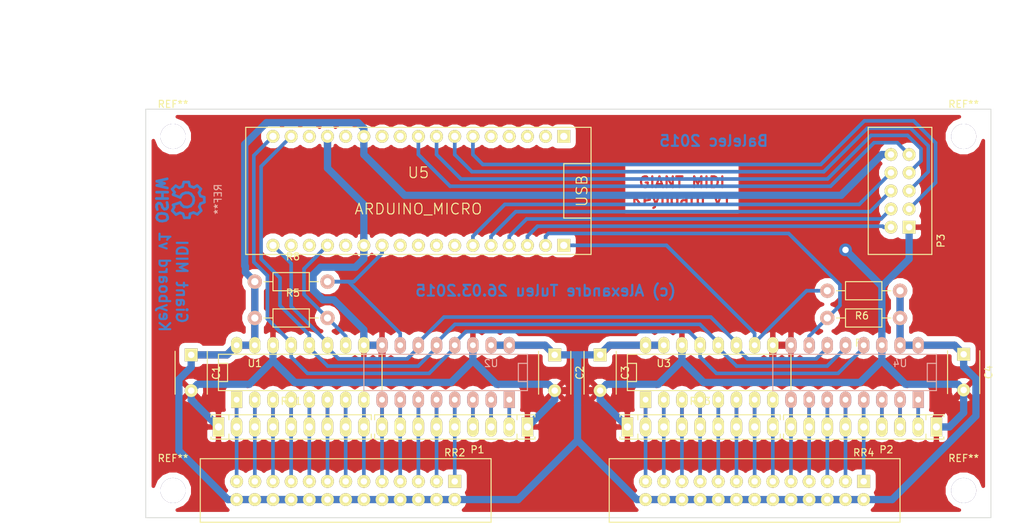
<source format=kicad_pcb>
(kicad_pcb (version 4) (host pcbnew 0.201503220816+5528~22~ubuntu14.04.1-product)

  (general
    (links 147)
    (no_connects 0)
    (area 77.419999 93.929999 194.360001 151.180001)
    (thickness 1.6)
    (drawings 10)
    (tracks 397)
    (zones 0)
    (modules 25)
    (nets 66)
  )

  (page A4)
  (layers
    (0 F.Cu signal)
    (31 B.Cu signal)
    (32 B.Adhes user)
    (33 F.Adhes user)
    (34 B.Paste user)
    (35 F.Paste user)
    (36 B.SilkS user)
    (37 F.SilkS user)
    (38 B.Mask user)
    (39 F.Mask user)
    (40 Dwgs.User user)
    (41 Cmts.User user)
    (42 Eco1.User user)
    (43 Eco2.User user)
    (44 Edge.Cuts user)
    (45 Margin user)
    (46 B.CrtYd user)
    (47 F.CrtYd user)
    (48 B.Fab user)
    (49 F.Fab user)
  )

  (setup
    (last_trace_width 0.508)
    (trace_clearance 0.508)
    (zone_clearance 0.762)
    (zone_45_only no)
    (trace_min 0.508)
    (segment_width 0.2)
    (edge_width 0.1)
    (via_size 1.8)
    (via_drill 0.9)
    (via_min_size 0.4)
    (via_min_drill 0.3)
    (uvia_size 1.2)
    (uvia_drill 0.6)
    (uvias_allowed no)
    (uvia_min_size 0)
    (uvia_min_drill 0)
    (pcb_text_width 0.3)
    (pcb_text_size 1.5 1.5)
    (mod_edge_width 0.15)
    (mod_text_size 1 1)
    (mod_text_width 0.15)
    (pad_size 1.8 1.8)
    (pad_drill 0.9)
    (pad_to_mask_clearance 0)
    (aux_axis_origin 0 0)
    (visible_elements FFFFFF7F)
    (pcbplotparams
      (layerselection 0x00030_80000001)
      (usegerberextensions false)
      (excludeedgelayer true)
      (linewidth 0.100000)
      (plotframeref false)
      (viasonmask false)
      (mode 1)
      (useauxorigin false)
      (hpglpennumber 1)
      (hpglpenspeed 20)
      (hpglpendiameter 15)
      (hpglpenoverlay 2)
      (psnegative false)
      (psa4output false)
      (plotreference true)
      (plotvalue true)
      (plotinvisibletext false)
      (padsonsilk false)
      (subtractmaskfromsilk false)
      (outputformat 1)
      (mirror false)
      (drillshape 1)
      (scaleselection 1)
      (outputdirectory ""))
  )

  (net 0 "")
  (net 1 +5V)
  (net 2 GND)
  (net 3 "Net-(U5-Pad2)")
  (net 4 "Net-(U5-Pad5)")
  (net 5 "Net-(U5-Pad9)")
  (net 6 "Net-(U5-Pad10)")
  (net 7 "Net-(U5-Pad11)")
  (net 8 "Net-(U5-Pad18)")
  (net 9 "Net-(U5-Pad19)")
  (net 10 "Net-(U5-Pad20)")
  (net 11 "Net-(U5-Pad27)")
  (net 12 "Net-(U5-Pad28)")
  (net 13 "Net-(U5-Pad30)")
  (net 14 "Net-(U5-Pad32)")
  (net 15 /CS0)
  (net 16 /SPI_MOSI)
  (net 17 /SPI_MISO)
  (net 18 /SPI_CLK)
  (net 19 /CS1)
  (net 20 /CS2)
  (net 21 /CS3)
  (net 22 /L12)
  (net 23 /L11)
  (net 24 /L10)
  (net 25 /L9)
  (net 26 /L8)
  (net 27 /L7)
  (net 28 /L6)
  (net 29 /L5)
  (net 30 /L4)
  (net 31 /L3)
  (net 32 /L2)
  (net 33 /L1)
  (net 34 /L0)
  (net 35 /L15)
  (net 36 /L14)
  (net 37 /L13)
  (net 38 /R12)
  (net 39 /R11)
  (net 40 /R10)
  (net 41 /R9)
  (net 42 /R8)
  (net 43 /R7)
  (net 44 /R6)
  (net 45 /R5)
  (net 46 /R4)
  (net 47 /R3)
  (net 48 /R2)
  (net 49 /R1)
  (net 50 /R0)
  (net 51 /R15)
  (net 52 /R14)
  (net 53 /R13)
  (net 54 "Net-(U5-Pad3)")
  (net 55 "Net-(U5-Pad8)")
  (net 56 /DBG_O4)
  (net 57 /DBG_O3)
  (net 58 /DBG_O2)
  (net 59 /DBG_O1)
  (net 60 /DBG_O0)
  (net 61 /DBG_I2)
  (net 62 /DBG_I1)
  (net 63 /DBG_I0)
  (net 64 "Net-(U5-Pad21)")
  (net 65 "Net-(U5-Pad22)")

  (net_class Default "This is the default net class."
    (clearance 0.508)
    (trace_width 0.508)
    (via_dia 1.8)
    (via_drill 0.9)
    (uvia_dia 1.2)
    (uvia_drill 0.6)
    (add_net /CS0)
    (add_net /CS1)
    (add_net /CS2)
    (add_net /CS3)
    (add_net /DBG_I0)
    (add_net /DBG_I1)
    (add_net /DBG_I2)
    (add_net /DBG_O0)
    (add_net /DBG_O1)
    (add_net /DBG_O2)
    (add_net /DBG_O3)
    (add_net /DBG_O4)
    (add_net /L0)
    (add_net /L1)
    (add_net /L10)
    (add_net /L11)
    (add_net /L12)
    (add_net /L13)
    (add_net /L14)
    (add_net /L15)
    (add_net /L2)
    (add_net /L3)
    (add_net /L4)
    (add_net /L5)
    (add_net /L6)
    (add_net /L7)
    (add_net /L8)
    (add_net /L9)
    (add_net /R0)
    (add_net /R1)
    (add_net /R10)
    (add_net /R11)
    (add_net /R12)
    (add_net /R13)
    (add_net /R14)
    (add_net /R15)
    (add_net /R2)
    (add_net /R3)
    (add_net /R4)
    (add_net /R5)
    (add_net /R6)
    (add_net /R7)
    (add_net /R8)
    (add_net /R9)
    (add_net /SPI_CLK)
    (add_net /SPI_MISO)
    (add_net /SPI_MOSI)
    (add_net "Net-(U5-Pad10)")
    (add_net "Net-(U5-Pad11)")
    (add_net "Net-(U5-Pad18)")
    (add_net "Net-(U5-Pad19)")
    (add_net "Net-(U5-Pad2)")
    (add_net "Net-(U5-Pad20)")
    (add_net "Net-(U5-Pad21)")
    (add_net "Net-(U5-Pad22)")
    (add_net "Net-(U5-Pad27)")
    (add_net "Net-(U5-Pad28)")
    (add_net "Net-(U5-Pad3)")
    (add_net "Net-(U5-Pad30)")
    (add_net "Net-(U5-Pad32)")
    (add_net "Net-(U5-Pad5)")
    (add_net "Net-(U5-Pad8)")
    (add_net "Net-(U5-Pad9)")
  )

  (net_class Power ""
    (clearance 0.508)
    (trace_width 1.016)
    (via_dia 1.8)
    (via_drill 0.9)
    (uvia_dia 1.2)
    (uvia_drill 0.6)
    (add_net +5V)
    (add_net GND)
  )

  (module Giant_Midi_Keyboard:Header_2x13 (layer F.Cu) (tedit 551A88A3) (tstamp 551A97CC)
    (at 161.29 147.32 90)
    (path /5514311D)
    (fp_text reference P2 (at 5.715 18.415 180) (layer F.SilkS)
      (effects (font (size 1 1) (thickness 0.15)))
    )
    (fp_text value RIGHT (at 5.715 0 180) (layer F.Fab)
      (effects (font (size 1 1) (thickness 0.15)))
    )
    (fp_line (start -4.445 -20.32) (end 4.445 -20.32) (layer F.SilkS) (width 0.15))
    (fp_line (start 4.445 -20.32) (end 4.445 20.32) (layer F.SilkS) (width 0.15))
    (fp_line (start 4.445 20.32) (end -4.445 20.32) (layer F.SilkS) (width 0.15))
    (fp_line (start -4.445 20.32) (end -4.445 -20.32) (layer F.SilkS) (width 0.15))
    (pad 1 thru_hole rect (at 1.27 15.24 90) (size 1.8 1.8) (drill 0.9) (layers *.Cu *.Mask F.SilkS)
      (net 38 /R12))
    (pad 2 thru_hole circle (at -1.27 15.24 90) (size 1.8 1.8) (drill 0.9) (layers *.Cu *.Mask F.SilkS)
      (net 1 +5V))
    (pad 3 thru_hole circle (at 1.27 12.7 90) (size 1.8 1.8) (drill 0.9) (layers *.Cu *.Mask F.SilkS)
      (net 39 /R11))
    (pad 4 thru_hole circle (at -1.27 12.7 90) (size 1.8 1.8) (drill 0.9) (layers *.Cu *.Mask F.SilkS)
      (net 1 +5V))
    (pad 5 thru_hole circle (at 1.27 10.16 90) (size 1.8 1.8) (drill 0.9) (layers *.Cu *.Mask F.SilkS)
      (net 40 /R10))
    (pad 6 thru_hole circle (at -1.27 10.16 90) (size 1.8 1.8) (drill 0.9) (layers *.Cu *.Mask F.SilkS)
      (net 1 +5V))
    (pad 7 thru_hole circle (at 1.27 7.62 90) (size 1.8 1.8) (drill 0.9) (layers *.Cu *.Mask F.SilkS)
      (net 41 /R9))
    (pad 8 thru_hole circle (at -1.27 7.62 90) (size 1.8 1.8) (drill 0.9) (layers *.Cu *.Mask F.SilkS)
      (net 1 +5V))
    (pad 9 thru_hole circle (at 1.27 5.08 90) (size 1.8 1.8) (drill 0.9) (layers *.Cu *.Mask F.SilkS)
      (net 42 /R8))
    (pad 10 thru_hole circle (at -1.27 5.08 90) (size 1.8 1.8) (drill 0.9) (layers *.Cu *.Mask F.SilkS)
      (net 1 +5V))
    (pad 11 thru_hole circle (at 1.27 2.54 90) (size 1.8 1.8) (drill 0.9) (layers *.Cu *.Mask F.SilkS)
      (net 43 /R7))
    (pad 12 thru_hole circle (at -1.27 2.54 90) (size 1.8 1.8) (drill 0.9) (layers *.Cu *.Mask F.SilkS)
      (net 1 +5V))
    (pad 13 thru_hole circle (at 1.27 0 90) (size 1.8 1.8) (drill 0.9) (layers *.Cu *.Mask F.SilkS)
      (net 44 /R6))
    (pad 14 thru_hole circle (at -1.27 0 90) (size 1.8 1.8) (drill 0.9) (layers *.Cu *.Mask F.SilkS)
      (net 1 +5V))
    (pad 15 thru_hole circle (at 1.27 -2.54 90) (size 1.8 1.8) (drill 0.9) (layers *.Cu *.Mask F.SilkS)
      (net 45 /R5))
    (pad 16 thru_hole circle (at -1.27 -2.54 90) (size 1.8 1.8) (drill 0.9) (layers *.Cu *.Mask F.SilkS)
      (net 1 +5V))
    (pad 17 thru_hole circle (at 1.27 -5.08 90) (size 1.8 1.8) (drill 0.9) (layers *.Cu *.Mask F.SilkS)
      (net 46 /R4))
    (pad 18 thru_hole circle (at -1.27 -5.08 90) (size 1.8 1.8) (drill 0.9) (layers *.Cu *.Mask F.SilkS)
      (net 1 +5V))
    (pad 19 thru_hole circle (at 1.27 -7.62 90) (size 1.8 1.8) (drill 0.9) (layers *.Cu *.Mask F.SilkS)
      (net 47 /R3))
    (pad 20 thru_hole circle (at -1.27 -7.62 90) (size 1.8 1.8) (drill 0.9) (layers *.Cu *.Mask F.SilkS)
      (net 1 +5V))
    (pad 21 thru_hole circle (at 1.27 -10.16 90) (size 1.8 1.8) (drill 0.9) (layers *.Cu *.Mask F.SilkS)
      (net 48 /R2))
    (pad 22 thru_hole circle (at -1.27 -10.16 90) (size 1.8 1.8) (drill 0.9) (layers *.Cu *.Mask F.SilkS)
      (net 1 +5V))
    (pad 23 thru_hole circle (at 1.27 -12.7 90) (size 1.8 1.8) (drill 0.9) (layers *.Cu *.Mask F.SilkS)
      (net 49 /R1))
    (pad 24 thru_hole circle (at -1.27 -12.7 90) (size 1.8 1.8) (drill 0.9) (layers *.Cu *.Mask F.SilkS)
      (net 1 +5V))
    (pad 25 thru_hole circle (at 1.27 -15.24 90) (size 1.8 1.8) (drill 0.9) (layers *.Cu *.Mask F.SilkS)
      (net 50 /R0))
    (pad 26 thru_hole circle (at -1.27 -15.24 90) (size 1.8 1.8) (drill 0.9) (layers *.Cu *.Mask F.SilkS)
      (net 1 +5V))
  )

  (module Giant_Midi_Keyboard:Header_2x13 (layer F.Cu) (tedit 551A88A3) (tstamp 551A97AA)
    (at 104.14 147.32 90)
    (path /55142D29)
    (fp_text reference P1 (at 5.715 18.415 180) (layer F.SilkS)
      (effects (font (size 1 1) (thickness 0.15)))
    )
    (fp_text value LEFT (at 5.715 0 180) (layer F.Fab)
      (effects (font (size 1 1) (thickness 0.15)))
    )
    (fp_line (start -4.445 -20.32) (end 4.445 -20.32) (layer F.SilkS) (width 0.15))
    (fp_line (start 4.445 -20.32) (end 4.445 20.32) (layer F.SilkS) (width 0.15))
    (fp_line (start 4.445 20.32) (end -4.445 20.32) (layer F.SilkS) (width 0.15))
    (fp_line (start -4.445 20.32) (end -4.445 -20.32) (layer F.SilkS) (width 0.15))
    (pad 1 thru_hole rect (at 1.27 15.24 90) (size 1.8 1.8) (drill 0.9) (layers *.Cu *.Mask F.SilkS)
      (net 22 /L12))
    (pad 2 thru_hole circle (at -1.27 15.24 90) (size 1.8 1.8) (drill 0.9) (layers *.Cu *.Mask F.SilkS)
      (net 1 +5V))
    (pad 3 thru_hole circle (at 1.27 12.7 90) (size 1.8 1.8) (drill 0.9) (layers *.Cu *.Mask F.SilkS)
      (net 23 /L11))
    (pad 4 thru_hole circle (at -1.27 12.7 90) (size 1.8 1.8) (drill 0.9) (layers *.Cu *.Mask F.SilkS)
      (net 1 +5V))
    (pad 5 thru_hole circle (at 1.27 10.16 90) (size 1.8 1.8) (drill 0.9) (layers *.Cu *.Mask F.SilkS)
      (net 24 /L10))
    (pad 6 thru_hole circle (at -1.27 10.16 90) (size 1.8 1.8) (drill 0.9) (layers *.Cu *.Mask F.SilkS)
      (net 1 +5V))
    (pad 7 thru_hole circle (at 1.27 7.62 90) (size 1.8 1.8) (drill 0.9) (layers *.Cu *.Mask F.SilkS)
      (net 25 /L9))
    (pad 8 thru_hole circle (at -1.27 7.62 90) (size 1.8 1.8) (drill 0.9) (layers *.Cu *.Mask F.SilkS)
      (net 1 +5V))
    (pad 9 thru_hole circle (at 1.27 5.08 90) (size 1.8 1.8) (drill 0.9) (layers *.Cu *.Mask F.SilkS)
      (net 26 /L8))
    (pad 10 thru_hole circle (at -1.27 5.08 90) (size 1.8 1.8) (drill 0.9) (layers *.Cu *.Mask F.SilkS)
      (net 1 +5V))
    (pad 11 thru_hole circle (at 1.27 2.54 90) (size 1.8 1.8) (drill 0.9) (layers *.Cu *.Mask F.SilkS)
      (net 27 /L7))
    (pad 12 thru_hole circle (at -1.27 2.54 90) (size 1.8 1.8) (drill 0.9) (layers *.Cu *.Mask F.SilkS)
      (net 1 +5V))
    (pad 13 thru_hole circle (at 1.27 0 90) (size 1.8 1.8) (drill 0.9) (layers *.Cu *.Mask F.SilkS)
      (net 28 /L6))
    (pad 14 thru_hole circle (at -1.27 0 90) (size 1.8 1.8) (drill 0.9) (layers *.Cu *.Mask F.SilkS)
      (net 1 +5V))
    (pad 15 thru_hole circle (at 1.27 -2.54 90) (size 1.8 1.8) (drill 0.9) (layers *.Cu *.Mask F.SilkS)
      (net 29 /L5))
    (pad 16 thru_hole circle (at -1.27 -2.54 90) (size 1.8 1.8) (drill 0.9) (layers *.Cu *.Mask F.SilkS)
      (net 1 +5V))
    (pad 17 thru_hole circle (at 1.27 -5.08 90) (size 1.8 1.8) (drill 0.9) (layers *.Cu *.Mask F.SilkS)
      (net 30 /L4))
    (pad 18 thru_hole circle (at -1.27 -5.08 90) (size 1.8 1.8) (drill 0.9) (layers *.Cu *.Mask F.SilkS)
      (net 1 +5V))
    (pad 19 thru_hole circle (at 1.27 -7.62 90) (size 1.8 1.8) (drill 0.9) (layers *.Cu *.Mask F.SilkS)
      (net 31 /L3))
    (pad 20 thru_hole circle (at -1.27 -7.62 90) (size 1.8 1.8) (drill 0.9) (layers *.Cu *.Mask F.SilkS)
      (net 1 +5V))
    (pad 21 thru_hole circle (at 1.27 -10.16 90) (size 1.8 1.8) (drill 0.9) (layers *.Cu *.Mask F.SilkS)
      (net 32 /L2))
    (pad 22 thru_hole circle (at -1.27 -10.16 90) (size 1.8 1.8) (drill 0.9) (layers *.Cu *.Mask F.SilkS)
      (net 1 +5V))
    (pad 23 thru_hole circle (at 1.27 -12.7 90) (size 1.8 1.8) (drill 0.9) (layers *.Cu *.Mask F.SilkS)
      (net 33 /L1))
    (pad 24 thru_hole circle (at -1.27 -12.7 90) (size 1.8 1.8) (drill 0.9) (layers *.Cu *.Mask F.SilkS)
      (net 1 +5V))
    (pad 25 thru_hole circle (at 1.27 -15.24 90) (size 1.8 1.8) (drill 0.9) (layers *.Cu *.Mask F.SilkS)
      (net 34 /L0))
    (pad 26 thru_hole circle (at -1.27 -15.24 90) (size 1.8 1.8) (drill 0.9) (layers *.Cu *.Mask F.SilkS)
      (net 1 +5V))
  )

  (module Giant_Midi_Keyboard:ARDUINO_MICRO (layer F.Cu) (tedit 551A903A) (tstamp 5513F7AF)
    (at 114.3 105.41 90)
    (path /55140634)
    (fp_text reference U5 (at 2.54 0 180) (layer F.SilkS)
      (effects (font (size 1.5 1.5) (thickness 0.15)))
    )
    (fp_text value ARDUINO_MICRO (at -2.54 0 180) (layer F.SilkS)
      (effects (font (size 1.5 1.5) (thickness 0.15)))
    )
    (fp_text user USB (at 0 22.86 90) (layer F.SilkS)
      (effects (font (size 1.5 1.5) (thickness 0.15)))
    )
    (fp_line (start -3.81 24.13) (end -3.81 20.32) (layer F.SilkS) (width 0.15))
    (fp_line (start -3.81 20.32) (end 3.81 20.32) (layer F.SilkS) (width 0.15))
    (fp_line (start 3.81 20.32) (end 3.81 24.13) (layer F.SilkS) (width 0.15))
    (fp_line (start -8.89 -24.13) (end 8.89 -24.13) (layer F.SilkS) (width 0.15))
    (fp_line (start 8.89 -24.13) (end 8.89 24.13) (layer F.SilkS) (width 0.15))
    (fp_line (start 8.89 24.13) (end -8.89 24.13) (layer F.SilkS) (width 0.15))
    (fp_line (start -8.89 24.13) (end -8.89 -24.13) (layer F.SilkS) (width 0.15))
    (pad 1 thru_hole circle (at -7.62 -20.32 90) (size 1.8 1.8) (drill 1) (layers *.Cu *.Mask F.SilkS)
      (net 16 /SPI_MOSI))
    (pad 2 thru_hole circle (at -7.62 -17.78 90) (size 1.8 1.8) (drill 1) (layers *.Cu *.Mask F.SilkS)
      (net 3 "Net-(U5-Pad2)"))
    (pad 3 thru_hole circle (at -7.62 -15.24 90) (size 1.8 1.8) (drill 1) (layers *.Cu *.Mask F.SilkS)
      (net 54 "Net-(U5-Pad3)"))
    (pad 4 thru_hole circle (at -7.62 -12.7 90) (size 1.8 1.8) (drill 1) (layers *.Cu *.Mask F.SilkS)
      (net 15 /CS0))
    (pad 5 thru_hole circle (at -7.62 -10.16 90) (size 1.8 1.8) (drill 1) (layers *.Cu *.Mask F.SilkS)
      (net 4 "Net-(U5-Pad5)"))
    (pad 6 thru_hole circle (at -7.62 -7.62 90) (size 1.8 1.8) (drill 1) (layers *.Cu *.Mask F.SilkS)
      (net 2 GND))
    (pad 7 thru_hole circle (at -7.62 -5.08 90) (size 1.8 1.8) (drill 1) (layers *.Cu *.Mask F.SilkS)
      (net 19 /CS1))
    (pad 8 thru_hole circle (at -7.62 -2.54 90) (size 1.8 1.8) (drill 1) (layers *.Cu *.Mask F.SilkS)
      (net 55 "Net-(U5-Pad8)"))
    (pad 9 thru_hole circle (at -7.62 0 90) (size 1.8 1.8) (drill 1) (layers *.Cu *.Mask F.SilkS)
      (net 5 "Net-(U5-Pad9)"))
    (pad 10 thru_hole circle (at -7.62 2.54 90) (size 1.8 1.8) (drill 1) (layers *.Cu *.Mask F.SilkS)
      (net 6 "Net-(U5-Pad10)"))
    (pad 11 thru_hole circle (at -7.62 5.08 90) (size 1.8 1.8) (drill 1) (layers *.Cu *.Mask F.SilkS)
      (net 7 "Net-(U5-Pad11)"))
    (pad 12 thru_hole circle (at -7.62 7.62 90) (size 1.8 1.8) (drill 1) (layers *.Cu *.Mask F.SilkS)
      (net 62 /DBG_I1))
    (pad 13 thru_hole circle (at -7.62 10.16 90) (size 1.8 1.8) (drill 1) (layers *.Cu *.Mask F.SilkS)
      (net 60 /DBG_O0))
    (pad 14 thru_hole circle (at -7.62 12.7 90) (size 1.8 1.8) (drill 1) (layers *.Cu *.Mask F.SilkS)
      (net 58 /DBG_O2))
    (pad 15 thru_hole circle (at -7.62 15.24 90) (size 1.8 1.8) (drill 1) (layers *.Cu *.Mask F.SilkS)
      (net 56 /DBG_O4))
    (pad 16 thru_hole circle (at -7.62 17.78 90) (size 1.8 1.8) (drill 1) (layers *.Cu *.Mask F.SilkS)
      (net 21 /CS3))
    (pad 17 thru_hole rect (at -7.62 20.32 90) (size 1.8 1.8) (drill 1) (layers *.Cu *.Mask F.SilkS)
      (net 20 /CS2))
    (pad 18 thru_hole rect (at 7.62 20.32 90) (size 1.8 1.8) (drill 1) (layers *.Cu *.Mask F.SilkS)
      (net 8 "Net-(U5-Pad18)"))
    (pad 19 thru_hole circle (at 7.62 17.78 90) (size 1.8 1.8) (drill 1) (layers *.Cu *.Mask F.SilkS)
      (net 9 "Net-(U5-Pad19)"))
    (pad 20 thru_hole circle (at 7.62 15.24 90) (size 1.8 1.8) (drill 1) (layers *.Cu *.Mask F.SilkS)
      (net 10 "Net-(U5-Pad20)"))
    (pad 21 thru_hole circle (at 7.62 12.7 90) (size 1.8 1.8) (drill 1) (layers *.Cu *.Mask F.SilkS)
      (net 64 "Net-(U5-Pad21)"))
    (pad 22 thru_hole circle (at 7.62 10.16 90) (size 1.8 1.8) (drill 1) (layers *.Cu *.Mask F.SilkS)
      (net 65 "Net-(U5-Pad22)"))
    (pad 23 thru_hole circle (at 7.62 7.62 90) (size 1.8 1.8) (drill 1) (layers *.Cu *.Mask F.SilkS)
      (net 57 /DBG_O3))
    (pad 24 thru_hole circle (at 7.62 5.08 90) (size 1.8 1.8) (drill 1) (layers *.Cu *.Mask F.SilkS)
      (net 59 /DBG_O1))
    (pad 25 thru_hole circle (at 7.62 2.54 90) (size 1.8 1.8) (drill 1) (layers *.Cu *.Mask F.SilkS)
      (net 61 /DBG_I2))
    (pad 26 thru_hole circle (at 7.62 0 90) (size 1.8 1.8) (drill 1) (layers *.Cu *.Mask F.SilkS)
      (net 63 /DBG_I0))
    (pad 27 thru_hole circle (at 7.62 -2.54 90) (size 1.8 1.8) (drill 1) (layers *.Cu *.Mask F.SilkS)
      (net 11 "Net-(U5-Pad27)"))
    (pad 28 thru_hole circle (at 7.62 -5.08 90) (size 1.8 1.8) (drill 1) (layers *.Cu *.Mask F.SilkS)
      (net 12 "Net-(U5-Pad28)"))
    (pad 29 thru_hole circle (at 7.62 -7.62 90) (size 1.8 1.8) (drill 1) (layers *.Cu *.Mask F.SilkS)
      (net 1 +5V))
    (pad 30 thru_hole circle (at 7.62 -10.16 90) (size 1.8 1.8) (drill 1) (layers *.Cu *.Mask F.SilkS)
      (net 13 "Net-(U5-Pad30)"))
    (pad 31 thru_hole circle (at 7.62 -12.7 90) (size 1.8 1.8) (drill 1) (layers *.Cu *.Mask F.SilkS)
      (net 2 GND))
    (pad 32 thru_hole circle (at 7.62 -15.24 90) (size 1.8 1.8) (drill 1) (layers *.Cu *.Mask F.SilkS)
      (net 14 "Net-(U5-Pad32)"))
    (pad 33 thru_hole circle (at 7.62 -17.78 90) (size 1.8 1.8) (drill 1) (layers *.Cu *.Mask F.SilkS)
      (net 17 /SPI_MISO))
    (pad 34 thru_hole circle (at 7.62 -20.32 90) (size 1.8 1.8) (drill 1) (layers *.Cu *.Mask F.SilkS)
      (net 18 /SPI_CLK))
  )

  (module Sockets_DIP:DIP-16__300_ELL (layer B.Cu) (tedit 0) (tstamp 5513F761)
    (at 118.11 130.81 180)
    (descr "16 pins DIL package, elliptical pads")
    (tags DIL)
    (path /55140293)
    (fp_text reference U2 (at -6.35 1.27 180) (layer B.SilkS)
      (effects (font (size 1 1) (thickness 0.15)) (justify mirror))
    )
    (fp_text value MCP3008 (at 1.27 -1.27 180) (layer B.Fab)
      (effects (font (size 1 1) (thickness 0.15)) (justify mirror))
    )
    (fp_line (start -11.43 1.27) (end -11.43 1.27) (layer B.SilkS) (width 0.15))
    (fp_line (start -11.43 1.27) (end -10.16 1.27) (layer B.SilkS) (width 0.15))
    (fp_line (start -10.16 1.27) (end -10.16 -1.27) (layer B.SilkS) (width 0.15))
    (fp_line (start -10.16 -1.27) (end -11.43 -1.27) (layer B.SilkS) (width 0.15))
    (fp_line (start -11.43 2.54) (end 11.43 2.54) (layer B.SilkS) (width 0.15))
    (fp_line (start 11.43 2.54) (end 11.43 -2.54) (layer B.SilkS) (width 0.15))
    (fp_line (start 11.43 -2.54) (end -11.43 -2.54) (layer B.SilkS) (width 0.15))
    (fp_line (start -11.43 -2.54) (end -11.43 2.54) (layer B.SilkS) (width 0.15))
    (pad 1 thru_hole rect (at -8.89 -3.81 180) (size 1.5748 2.286) (drill 0.8128) (layers *.Cu *.Mask B.SilkS)
      (net 35 /L15))
    (pad 2 thru_hole oval (at -6.35 -3.81 180) (size 1.5748 2.286) (drill 0.8128) (layers *.Cu *.Mask B.SilkS)
      (net 36 /L14))
    (pad 3 thru_hole oval (at -3.81 -3.81 180) (size 1.5748 2.286) (drill 0.8128) (layers *.Cu *.Mask B.SilkS)
      (net 37 /L13))
    (pad 4 thru_hole oval (at -1.27 -3.81 180) (size 1.5748 2.286) (drill 0.8128) (layers *.Cu *.Mask B.SilkS)
      (net 22 /L12))
    (pad 5 thru_hole oval (at 1.27 -3.81 180) (size 1.5748 2.286) (drill 0.8128) (layers *.Cu *.Mask B.SilkS)
      (net 23 /L11))
    (pad 6 thru_hole oval (at 3.81 -3.81 180) (size 1.5748 2.286) (drill 0.8128) (layers *.Cu *.Mask B.SilkS)
      (net 24 /L10))
    (pad 7 thru_hole oval (at 6.35 -3.81 180) (size 1.5748 2.286) (drill 0.8128) (layers *.Cu *.Mask B.SilkS)
      (net 25 /L9))
    (pad 8 thru_hole oval (at 8.89 -3.81 180) (size 1.5748 2.286) (drill 0.8128) (layers *.Cu *.Mask B.SilkS)
      (net 26 /L8))
    (pad 9 thru_hole oval (at 8.89 3.81 180) (size 1.5748 2.286) (drill 0.8128) (layers *.Cu *.Mask B.SilkS)
      (net 2 GND))
    (pad 10 thru_hole oval (at 6.35 3.81 180) (size 1.5748 2.286) (drill 0.8128) (layers *.Cu *.Mask B.SilkS)
      (net 19 /CS1))
    (pad 11 thru_hole oval (at 3.81 3.81 180) (size 1.5748 2.286) (drill 0.8128) (layers *.Cu *.Mask B.SilkS)
      (net 16 /SPI_MOSI))
    (pad 12 thru_hole oval (at 1.27 3.81 180) (size 1.5748 2.286) (drill 0.8128) (layers *.Cu *.Mask B.SilkS)
      (net 17 /SPI_MISO))
    (pad 13 thru_hole oval (at -1.27 3.81 180) (size 1.5748 2.286) (drill 0.8128) (layers *.Cu *.Mask B.SilkS)
      (net 18 /SPI_CLK))
    (pad 14 thru_hole oval (at -3.81 3.81 180) (size 1.5748 2.286) (drill 0.8128) (layers *.Cu *.Mask B.SilkS)
      (net 2 GND))
    (pad 15 thru_hole oval (at -6.35 3.81 180) (size 1.5748 2.286) (drill 0.8128) (layers *.Cu *.Mask B.SilkS)
      (net 1 +5V))
    (pad 16 thru_hole oval (at -8.89 3.81 180) (size 1.5748 2.286) (drill 0.8128) (layers *.Cu *.Mask B.SilkS)
      (net 1 +5V))
    (model Sockets_DIP.3dshapes/DIP-16__300_ELL.wrl
      (at (xyz 0 0 0))
      (scale (xyz 1 1 1))
      (rotate (xyz 0 0 0))
    )
  )

  (module Housings_SIP:SIP9_Housing_BigPads (layer F.Cu) (tedit 0) (tstamp 5513F712)
    (at 96.52 138.43)
    (descr "SIP9, Big Pads,")
    (tags "SIP9, Big Pads,")
    (path /55141E94)
    (fp_text reference RR1 (at 0 -3.6) (layer F.SilkS)
      (effects (font (size 1 1) (thickness 0.15)))
    )
    (fp_text value 2.2k (at -0.1 3.7) (layer F.Fab)
      (effects (font (size 1 1) (thickness 0.15)))
    )
    (fp_line (start -8.7 1.7) (end -8.7 1) (layer F.SilkS) (width 0.15))
    (fp_line (start -8.7 -1.7) (end -8.7 -1) (layer F.SilkS) (width 0.15))
    (fp_line (start 0 1.7) (end -11.2 1.7) (layer F.SilkS) (width 0.15))
    (fp_line (start -11.2 1.7) (end -11.2 1.4) (layer F.SilkS) (width 0.15))
    (fp_line (start 11.2 -1.2) (end 11.2 -1) (layer F.SilkS) (width 0.15))
    (fp_line (start 0 1.7) (end 11.2 1.7) (layer F.SilkS) (width 0.15))
    (fp_line (start 11.2 1.7) (end 11.2 1) (layer F.SilkS) (width 0.15))
    (fp_line (start 0.1 -1.7) (end -11.2 -1.7) (layer F.SilkS) (width 0.15))
    (fp_line (start -11.2 -1.7) (end -11.2 -1.4) (layer F.SilkS) (width 0.15))
    (fp_line (start 0 -1.7) (end 11.2 -1.7) (layer F.SilkS) (width 0.15))
    (fp_line (start 11.2 -1.7) (end 11.2 -1.1) (layer F.SilkS) (width 0.15))
    (pad 1 thru_hole rect (at -10.16 0 90) (size 2.7 1.6) (drill 1) (layers *.Cu *.Mask F.SilkS)
      (net 2 GND))
    (pad 2 thru_hole oval (at -7.62 0 90) (size 2.7 1.6) (drill 1) (layers *.Cu *.Mask F.SilkS)
      (net 34 /L0))
    (pad 3 thru_hole oval (at -5.08 0 90) (size 2.7 1.6) (drill 1) (layers *.Cu *.Mask F.SilkS)
      (net 33 /L1))
    (pad 4 thru_hole oval (at -2.54 0 90) (size 2.7 1.6) (drill 1) (layers *.Cu *.Mask F.SilkS)
      (net 32 /L2))
    (pad 5 thru_hole oval (at 0 0 90) (size 2.7 1.6) (drill 1) (layers *.Cu *.Mask F.SilkS)
      (net 31 /L3))
    (pad 6 thru_hole oval (at 2.54 0 90) (size 2.7 1.6) (drill 1) (layers *.Cu *.Mask F.SilkS)
      (net 30 /L4))
    (pad 7 thru_hole oval (at 5.08 0 90) (size 2.7 1.6) (drill 1) (layers *.Cu *.Mask F.SilkS)
      (net 29 /L5))
    (pad 8 thru_hole oval (at 7.62 0 90) (size 2.7 1.6) (drill 1) (layers *.Cu *.Mask F.SilkS)
      (net 28 /L6))
    (pad 9 thru_hole oval (at 10.16 0 90) (size 2.7 1.6) (drill 1) (layers *.Cu *.Mask F.SilkS)
      (net 27 /L7))
    (model Housings_SIP.3dshapes/SIP9_Housing_BigPads.wrl
      (at (xyz 0 0 0))
      (scale (xyz 0.3937 0.3937 0.3937))
      (rotate (xyz 0 0 0))
    )
  )

  (module Capacitors_ThroughHole:C_Disc_D6_P5 (layer F.Cu) (tedit 551A938E) (tstamp 5513F6B7)
    (at 82.55 128.35 270)
    (descr "Capacitor 6mm Disc, Pitch 5mm")
    (tags Capacitor)
    (path /55140362)
    (fp_text reference C1 (at 2.5 -3.5 270) (layer F.SilkS)
      (effects (font (size 1 1) (thickness 0.15)))
    )
    (fp_text value 100nF (at 2.5 3.5 270) (layer F.Fab)
      (effects (font (size 1 1) (thickness 0.15)))
    )
    (fp_line (start -0.95 -2.5) (end 5.95 -2.5) (layer F.CrtYd) (width 0.05))
    (fp_line (start 5.95 -2.5) (end 5.95 2.5) (layer F.CrtYd) (width 0.05))
    (fp_line (start 5.95 2.5) (end -0.95 2.5) (layer F.CrtYd) (width 0.05))
    (fp_line (start -0.95 2.5) (end -0.95 -2.5) (layer F.CrtYd) (width 0.05))
    (fp_line (start -0.5 -2.25) (end 5.5 -2.25) (layer F.SilkS) (width 0.15))
    (fp_line (start 5.5 2.25) (end -0.5 2.25) (layer F.SilkS) (width 0.15))
    (pad 1 thru_hole rect (at 0 0 270) (size 1.8 1.8) (drill 0.9) (layers *.Cu *.Mask F.SilkS)
      (net 1 +5V))
    (pad 2 thru_hole circle (at 5 0 270) (size 1.8 1.8) (drill 0.9) (layers *.Cu *.Mask F.SilkS)
      (net 2 GND))
    (model Capacitors_ThroughHole.3dshapes/C_Disc_D6_P5.wrl
      (at (xyz 0.0984252 0 0))
      (scale (xyz 1 1 1))
      (rotate (xyz 0 0 0))
    )
  )

  (module Capacitors_ThroughHole:C_Disc_D6_P5 (layer F.Cu) (tedit 551A9384) (tstamp 5513F6BD)
    (at 133.35 128.35 270)
    (descr "Capacitor 6mm Disc, Pitch 5mm")
    (tags Capacitor)
    (path /5514050F)
    (fp_text reference C2 (at 2.5 -3.5 270) (layer F.SilkS)
      (effects (font (size 1 1) (thickness 0.15)))
    )
    (fp_text value 100nF (at 2.5 3.5 270) (layer F.Fab)
      (effects (font (size 1 1) (thickness 0.15)))
    )
    (fp_line (start -0.95 -2.5) (end 5.95 -2.5) (layer F.CrtYd) (width 0.05))
    (fp_line (start 5.95 -2.5) (end 5.95 2.5) (layer F.CrtYd) (width 0.05))
    (fp_line (start 5.95 2.5) (end -0.95 2.5) (layer F.CrtYd) (width 0.05))
    (fp_line (start -0.95 2.5) (end -0.95 -2.5) (layer F.CrtYd) (width 0.05))
    (fp_line (start -0.5 -2.25) (end 5.5 -2.25) (layer F.SilkS) (width 0.15))
    (fp_line (start 5.5 2.25) (end -0.5 2.25) (layer F.SilkS) (width 0.15))
    (pad 1 thru_hole rect (at 0 0 270) (size 1.8 1.8) (drill 0.9) (layers *.Cu *.Mask F.SilkS)
      (net 1 +5V))
    (pad 2 thru_hole circle (at 5 0 270) (size 1.8 1.8) (drill 0.9) (layers *.Cu *.Mask F.SilkS)
      (net 2 GND))
    (model Capacitors_ThroughHole.3dshapes/C_Disc_D6_P5.wrl
      (at (xyz 0.0984252 0 0))
      (scale (xyz 1 1 1))
      (rotate (xyz 0 0 0))
    )
  )

  (module Capacitors_ThroughHole:C_Disc_D6_P5 (layer F.Cu) (tedit 551A9376) (tstamp 5513F6C3)
    (at 139.7 128.35 270)
    (descr "Capacitor 6mm Disc, Pitch 5mm")
    (tags Capacitor)
    (path /55140559)
    (fp_text reference C3 (at 2.5 -3.5 270) (layer F.SilkS)
      (effects (font (size 1 1) (thickness 0.15)))
    )
    (fp_text value 100nF (at 2.5 3.5 270) (layer F.Fab)
      (effects (font (size 1 1) (thickness 0.15)))
    )
    (fp_line (start -0.95 -2.5) (end 5.95 -2.5) (layer F.CrtYd) (width 0.05))
    (fp_line (start 5.95 -2.5) (end 5.95 2.5) (layer F.CrtYd) (width 0.05))
    (fp_line (start 5.95 2.5) (end -0.95 2.5) (layer F.CrtYd) (width 0.05))
    (fp_line (start -0.95 2.5) (end -0.95 -2.5) (layer F.CrtYd) (width 0.05))
    (fp_line (start -0.5 -2.25) (end 5.5 -2.25) (layer F.SilkS) (width 0.15))
    (fp_line (start 5.5 2.25) (end -0.5 2.25) (layer F.SilkS) (width 0.15))
    (pad 1 thru_hole rect (at 0 0 270) (size 1.8 1.8) (drill 0.9) (layers *.Cu *.Mask F.SilkS)
      (net 1 +5V))
    (pad 2 thru_hole circle (at 5 0 270) (size 1.8 1.8) (drill 0.9) (layers *.Cu *.Mask F.SilkS)
      (net 2 GND))
    (model Capacitors_ThroughHole.3dshapes/C_Disc_D6_P5.wrl
      (at (xyz 0.0984252 0 0))
      (scale (xyz 1 1 1))
      (rotate (xyz 0 0 0))
    )
  )

  (module Capacitors_ThroughHole:C_Disc_D6_P5 (layer F.Cu) (tedit 551A9363) (tstamp 5513F6C9)
    (at 190.5 128.27 270)
    (descr "Capacitor 6mm Disc, Pitch 5mm")
    (tags Capacitor)
    (path /551404C7)
    (fp_text reference C4 (at 2.5 -3.5 270) (layer F.SilkS)
      (effects (font (size 1 1) (thickness 0.15)))
    )
    (fp_text value 100nF (at 2.5 3.5 270) (layer F.Fab)
      (effects (font (size 1 1) (thickness 0.15)))
    )
    (fp_line (start -0.95 -2.5) (end 5.95 -2.5) (layer F.CrtYd) (width 0.05))
    (fp_line (start 5.95 -2.5) (end 5.95 2.5) (layer F.CrtYd) (width 0.05))
    (fp_line (start 5.95 2.5) (end -0.95 2.5) (layer F.CrtYd) (width 0.05))
    (fp_line (start -0.95 2.5) (end -0.95 -2.5) (layer F.CrtYd) (width 0.05))
    (fp_line (start -0.5 -2.25) (end 5.5 -2.25) (layer F.SilkS) (width 0.15))
    (fp_line (start 5.5 2.25) (end -0.5 2.25) (layer F.SilkS) (width 0.15))
    (pad 1 thru_hole rect (at 0 0 270) (size 1.8 1.8) (drill 0.9) (layers *.Cu *.Mask F.SilkS)
      (net 1 +5V))
    (pad 2 thru_hole circle (at 5 0 270) (size 1.8 1.8) (drill 0.9) (layers *.Cu *.Mask F.SilkS)
      (net 2 GND))
    (model Capacitors_ThroughHole.3dshapes/C_Disc_D6_P5.wrl
      (at (xyz 0.0984252 0 0))
      (scale (xyz 1 1 1))
      (rotate (xyz 0 0 0))
    )
  )

  (module Housings_SIP:SIP9_Housing_BigPads (layer F.Cu) (tedit 0) (tstamp 5513F71F)
    (at 119.38 138.43 180)
    (descr "SIP9, Big Pads,")
    (tags "SIP9, Big Pads,")
    (path /5514221B)
    (fp_text reference RR2 (at 0 -3.6 180) (layer F.SilkS)
      (effects (font (size 1 1) (thickness 0.15)))
    )
    (fp_text value 2.2k (at -0.1 3.7 180) (layer F.Fab)
      (effects (font (size 1 1) (thickness 0.15)))
    )
    (fp_line (start -8.7 1.7) (end -8.7 1) (layer F.SilkS) (width 0.15))
    (fp_line (start -8.7 -1.7) (end -8.7 -1) (layer F.SilkS) (width 0.15))
    (fp_line (start 0 1.7) (end -11.2 1.7) (layer F.SilkS) (width 0.15))
    (fp_line (start -11.2 1.7) (end -11.2 1.4) (layer F.SilkS) (width 0.15))
    (fp_line (start 11.2 -1.2) (end 11.2 -1) (layer F.SilkS) (width 0.15))
    (fp_line (start 0 1.7) (end 11.2 1.7) (layer F.SilkS) (width 0.15))
    (fp_line (start 11.2 1.7) (end 11.2 1) (layer F.SilkS) (width 0.15))
    (fp_line (start 0.1 -1.7) (end -11.2 -1.7) (layer F.SilkS) (width 0.15))
    (fp_line (start -11.2 -1.7) (end -11.2 -1.4) (layer F.SilkS) (width 0.15))
    (fp_line (start 0 -1.7) (end 11.2 -1.7) (layer F.SilkS) (width 0.15))
    (fp_line (start 11.2 -1.7) (end 11.2 -1.1) (layer F.SilkS) (width 0.15))
    (pad 1 thru_hole rect (at -10.16 0 270) (size 2.7 1.6) (drill 1) (layers *.Cu *.Mask F.SilkS)
      (net 2 GND))
    (pad 2 thru_hole oval (at -7.62 0 270) (size 2.7 1.6) (drill 1) (layers *.Cu *.Mask F.SilkS)
      (net 35 /L15))
    (pad 3 thru_hole oval (at -5.08 0 270) (size 2.7 1.6) (drill 1) (layers *.Cu *.Mask F.SilkS)
      (net 36 /L14))
    (pad 4 thru_hole oval (at -2.54 0 270) (size 2.7 1.6) (drill 1) (layers *.Cu *.Mask F.SilkS)
      (net 37 /L13))
    (pad 5 thru_hole oval (at 0 0 270) (size 2.7 1.6) (drill 1) (layers *.Cu *.Mask F.SilkS)
      (net 22 /L12))
    (pad 6 thru_hole oval (at 2.54 0 270) (size 2.7 1.6) (drill 1) (layers *.Cu *.Mask F.SilkS)
      (net 23 /L11))
    (pad 7 thru_hole oval (at 5.08 0 270) (size 2.7 1.6) (drill 1) (layers *.Cu *.Mask F.SilkS)
      (net 24 /L10))
    (pad 8 thru_hole oval (at 7.62 0 270) (size 2.7 1.6) (drill 1) (layers *.Cu *.Mask F.SilkS)
      (net 25 /L9))
    (pad 9 thru_hole oval (at 10.16 0 270) (size 2.7 1.6) (drill 1) (layers *.Cu *.Mask F.SilkS)
      (net 26 /L8))
    (model Housings_SIP.3dshapes/SIP9_Housing_BigPads.wrl
      (at (xyz 0 0 0))
      (scale (xyz 0.3937 0.3937 0.3937))
      (rotate (xyz 0 0 0))
    )
  )

  (module Housings_SIP:SIP9_Housing_BigPads (layer F.Cu) (tedit 0) (tstamp 5513F72C)
    (at 153.67 138.43)
    (descr "SIP9, Big Pads,")
    (tags "SIP9, Big Pads,")
    (path /551424FB)
    (fp_text reference RR3 (at 0 -3.6) (layer F.SilkS)
      (effects (font (size 1 1) (thickness 0.15)))
    )
    (fp_text value 2.2k (at -0.1 3.7) (layer F.Fab)
      (effects (font (size 1 1) (thickness 0.15)))
    )
    (fp_line (start -8.7 1.7) (end -8.7 1) (layer F.SilkS) (width 0.15))
    (fp_line (start -8.7 -1.7) (end -8.7 -1) (layer F.SilkS) (width 0.15))
    (fp_line (start 0 1.7) (end -11.2 1.7) (layer F.SilkS) (width 0.15))
    (fp_line (start -11.2 1.7) (end -11.2 1.4) (layer F.SilkS) (width 0.15))
    (fp_line (start 11.2 -1.2) (end 11.2 -1) (layer F.SilkS) (width 0.15))
    (fp_line (start 0 1.7) (end 11.2 1.7) (layer F.SilkS) (width 0.15))
    (fp_line (start 11.2 1.7) (end 11.2 1) (layer F.SilkS) (width 0.15))
    (fp_line (start 0.1 -1.7) (end -11.2 -1.7) (layer F.SilkS) (width 0.15))
    (fp_line (start -11.2 -1.7) (end -11.2 -1.4) (layer F.SilkS) (width 0.15))
    (fp_line (start 0 -1.7) (end 11.2 -1.7) (layer F.SilkS) (width 0.15))
    (fp_line (start 11.2 -1.7) (end 11.2 -1.1) (layer F.SilkS) (width 0.15))
    (pad 1 thru_hole rect (at -10.16 0 90) (size 2.7 1.6) (drill 1) (layers *.Cu *.Mask F.SilkS)
      (net 2 GND))
    (pad 2 thru_hole oval (at -7.62 0 90) (size 2.7 1.6) (drill 1) (layers *.Cu *.Mask F.SilkS)
      (net 50 /R0))
    (pad 3 thru_hole oval (at -5.08 0 90) (size 2.7 1.6) (drill 1) (layers *.Cu *.Mask F.SilkS)
      (net 49 /R1))
    (pad 4 thru_hole oval (at -2.54 0 90) (size 2.7 1.6) (drill 1) (layers *.Cu *.Mask F.SilkS)
      (net 48 /R2))
    (pad 5 thru_hole oval (at 0 0 90) (size 2.7 1.6) (drill 1) (layers *.Cu *.Mask F.SilkS)
      (net 47 /R3))
    (pad 6 thru_hole oval (at 2.54 0 90) (size 2.7 1.6) (drill 1) (layers *.Cu *.Mask F.SilkS)
      (net 46 /R4))
    (pad 7 thru_hole oval (at 5.08 0 90) (size 2.7 1.6) (drill 1) (layers *.Cu *.Mask F.SilkS)
      (net 45 /R5))
    (pad 8 thru_hole oval (at 7.62 0 90) (size 2.7 1.6) (drill 1) (layers *.Cu *.Mask F.SilkS)
      (net 44 /R6))
    (pad 9 thru_hole oval (at 10.16 0 90) (size 2.7 1.6) (drill 1) (layers *.Cu *.Mask F.SilkS)
      (net 43 /R7))
    (model Housings_SIP.3dshapes/SIP9_Housing_BigPads.wrl
      (at (xyz 0 0 0))
      (scale (xyz 0.3937 0.3937 0.3937))
      (rotate (xyz 0 0 0))
    )
  )

  (module Housings_SIP:SIP9_Housing_BigPads (layer F.Cu) (tedit 0) (tstamp 5513F739)
    (at 176.53 138.43 180)
    (descr "SIP9, Big Pads,")
    (tags "SIP9, Big Pads,")
    (path /55142343)
    (fp_text reference RR4 (at 0 -3.6 180) (layer F.SilkS)
      (effects (font (size 1 1) (thickness 0.15)))
    )
    (fp_text value 2.2k (at -0.1 3.7 180) (layer F.Fab)
      (effects (font (size 1 1) (thickness 0.15)))
    )
    (fp_line (start -8.7 1.7) (end -8.7 1) (layer F.SilkS) (width 0.15))
    (fp_line (start -8.7 -1.7) (end -8.7 -1) (layer F.SilkS) (width 0.15))
    (fp_line (start 0 1.7) (end -11.2 1.7) (layer F.SilkS) (width 0.15))
    (fp_line (start -11.2 1.7) (end -11.2 1.4) (layer F.SilkS) (width 0.15))
    (fp_line (start 11.2 -1.2) (end 11.2 -1) (layer F.SilkS) (width 0.15))
    (fp_line (start 0 1.7) (end 11.2 1.7) (layer F.SilkS) (width 0.15))
    (fp_line (start 11.2 1.7) (end 11.2 1) (layer F.SilkS) (width 0.15))
    (fp_line (start 0.1 -1.7) (end -11.2 -1.7) (layer F.SilkS) (width 0.15))
    (fp_line (start -11.2 -1.7) (end -11.2 -1.4) (layer F.SilkS) (width 0.15))
    (fp_line (start 0 -1.7) (end 11.2 -1.7) (layer F.SilkS) (width 0.15))
    (fp_line (start 11.2 -1.7) (end 11.2 -1.1) (layer F.SilkS) (width 0.15))
    (pad 1 thru_hole rect (at -10.16 0 270) (size 2.7 1.6) (drill 1) (layers *.Cu *.Mask F.SilkS)
      (net 2 GND))
    (pad 2 thru_hole oval (at -7.62 0 270) (size 2.7 1.6) (drill 1) (layers *.Cu *.Mask F.SilkS)
      (net 51 /R15))
    (pad 3 thru_hole oval (at -5.08 0 270) (size 2.7 1.6) (drill 1) (layers *.Cu *.Mask F.SilkS)
      (net 52 /R14))
    (pad 4 thru_hole oval (at -2.54 0 270) (size 2.7 1.6) (drill 1) (layers *.Cu *.Mask F.SilkS)
      (net 53 /R13))
    (pad 5 thru_hole oval (at 0 0 270) (size 2.7 1.6) (drill 1) (layers *.Cu *.Mask F.SilkS)
      (net 38 /R12))
    (pad 6 thru_hole oval (at 2.54 0 270) (size 2.7 1.6) (drill 1) (layers *.Cu *.Mask F.SilkS)
      (net 39 /R11))
    (pad 7 thru_hole oval (at 5.08 0 270) (size 2.7 1.6) (drill 1) (layers *.Cu *.Mask F.SilkS)
      (net 40 /R10))
    (pad 8 thru_hole oval (at 7.62 0 270) (size 2.7 1.6) (drill 1) (layers *.Cu *.Mask F.SilkS)
      (net 41 /R9))
    (pad 9 thru_hole oval (at 10.16 0 270) (size 2.7 1.6) (drill 1) (layers *.Cu *.Mask F.SilkS)
      (net 42 /R8))
    (model Housings_SIP.3dshapes/SIP9_Housing_BigPads.wrl
      (at (xyz 0 0 0))
      (scale (xyz 0.3937 0.3937 0.3937))
      (rotate (xyz 0 0 0))
    )
  )

  (module Sockets_DIP:DIP-16__300_ELL (layer F.Cu) (tedit 0) (tstamp 5513F74D)
    (at 97.79 130.81)
    (descr "16 pins DIL package, elliptical pads")
    (tags DIL)
    (path /551401DB)
    (fp_text reference U1 (at -6.35 -1.27) (layer F.SilkS)
      (effects (font (size 1 1) (thickness 0.15)))
    )
    (fp_text value MCP3008 (at 1.27 1.27) (layer F.Fab)
      (effects (font (size 1 1) (thickness 0.15)))
    )
    (fp_line (start -11.43 -1.27) (end -11.43 -1.27) (layer F.SilkS) (width 0.15))
    (fp_line (start -11.43 -1.27) (end -10.16 -1.27) (layer F.SilkS) (width 0.15))
    (fp_line (start -10.16 -1.27) (end -10.16 1.27) (layer F.SilkS) (width 0.15))
    (fp_line (start -10.16 1.27) (end -11.43 1.27) (layer F.SilkS) (width 0.15))
    (fp_line (start -11.43 -2.54) (end 11.43 -2.54) (layer F.SilkS) (width 0.15))
    (fp_line (start 11.43 -2.54) (end 11.43 2.54) (layer F.SilkS) (width 0.15))
    (fp_line (start 11.43 2.54) (end -11.43 2.54) (layer F.SilkS) (width 0.15))
    (fp_line (start -11.43 2.54) (end -11.43 -2.54) (layer F.SilkS) (width 0.15))
    (pad 1 thru_hole rect (at -8.89 3.81) (size 1.5748 2.286) (drill 0.8128) (layers *.Cu *.Mask F.SilkS)
      (net 34 /L0))
    (pad 2 thru_hole oval (at -6.35 3.81) (size 1.5748 2.286) (drill 0.8128) (layers *.Cu *.Mask F.SilkS)
      (net 33 /L1))
    (pad 3 thru_hole oval (at -3.81 3.81) (size 1.5748 2.286) (drill 0.8128) (layers *.Cu *.Mask F.SilkS)
      (net 32 /L2))
    (pad 4 thru_hole oval (at -1.27 3.81) (size 1.5748 2.286) (drill 0.8128) (layers *.Cu *.Mask F.SilkS)
      (net 31 /L3))
    (pad 5 thru_hole oval (at 1.27 3.81) (size 1.5748 2.286) (drill 0.8128) (layers *.Cu *.Mask F.SilkS)
      (net 30 /L4))
    (pad 6 thru_hole oval (at 3.81 3.81) (size 1.5748 2.286) (drill 0.8128) (layers *.Cu *.Mask F.SilkS)
      (net 29 /L5))
    (pad 7 thru_hole oval (at 6.35 3.81) (size 1.5748 2.286) (drill 0.8128) (layers *.Cu *.Mask F.SilkS)
      (net 28 /L6))
    (pad 8 thru_hole oval (at 8.89 3.81) (size 1.5748 2.286) (drill 0.8128) (layers *.Cu *.Mask F.SilkS)
      (net 27 /L7))
    (pad 9 thru_hole oval (at 8.89 -3.81) (size 1.5748 2.286) (drill 0.8128) (layers *.Cu *.Mask F.SilkS)
      (net 2 GND))
    (pad 10 thru_hole oval (at 6.35 -3.81) (size 1.5748 2.286) (drill 0.8128) (layers *.Cu *.Mask F.SilkS)
      (net 15 /CS0))
    (pad 11 thru_hole oval (at 3.81 -3.81) (size 1.5748 2.286) (drill 0.8128) (layers *.Cu *.Mask F.SilkS)
      (net 16 /SPI_MOSI))
    (pad 12 thru_hole oval (at 1.27 -3.81) (size 1.5748 2.286) (drill 0.8128) (layers *.Cu *.Mask F.SilkS)
      (net 17 /SPI_MISO))
    (pad 13 thru_hole oval (at -1.27 -3.81) (size 1.5748 2.286) (drill 0.8128) (layers *.Cu *.Mask F.SilkS)
      (net 18 /SPI_CLK))
    (pad 14 thru_hole oval (at -3.81 -3.81) (size 1.5748 2.286) (drill 0.8128) (layers *.Cu *.Mask F.SilkS)
      (net 2 GND))
    (pad 15 thru_hole oval (at -6.35 -3.81) (size 1.5748 2.286) (drill 0.8128) (layers *.Cu *.Mask F.SilkS)
      (net 1 +5V))
    (pad 16 thru_hole oval (at -8.89 -3.81) (size 1.5748 2.286) (drill 0.8128) (layers *.Cu *.Mask F.SilkS)
      (net 1 +5V))
    (model Sockets_DIP.3dshapes/DIP-16__300_ELL.wrl
      (at (xyz 0 0 0))
      (scale (xyz 1 1 1))
      (rotate (xyz 0 0 0))
    )
  )

  (module Sockets_DIP:DIP-16__300_ELL (layer F.Cu) (tedit 0) (tstamp 5513F775)
    (at 154.94 130.81)
    (descr "16 pins DIL package, elliptical pads")
    (tags DIL)
    (path /551402D3)
    (fp_text reference U3 (at -6.35 -1.27) (layer F.SilkS)
      (effects (font (size 1 1) (thickness 0.15)))
    )
    (fp_text value MCP3008 (at 1.27 1.27) (layer F.Fab)
      (effects (font (size 1 1) (thickness 0.15)))
    )
    (fp_line (start -11.43 -1.27) (end -11.43 -1.27) (layer F.SilkS) (width 0.15))
    (fp_line (start -11.43 -1.27) (end -10.16 -1.27) (layer F.SilkS) (width 0.15))
    (fp_line (start -10.16 -1.27) (end -10.16 1.27) (layer F.SilkS) (width 0.15))
    (fp_line (start -10.16 1.27) (end -11.43 1.27) (layer F.SilkS) (width 0.15))
    (fp_line (start -11.43 -2.54) (end 11.43 -2.54) (layer F.SilkS) (width 0.15))
    (fp_line (start 11.43 -2.54) (end 11.43 2.54) (layer F.SilkS) (width 0.15))
    (fp_line (start 11.43 2.54) (end -11.43 2.54) (layer F.SilkS) (width 0.15))
    (fp_line (start -11.43 2.54) (end -11.43 -2.54) (layer F.SilkS) (width 0.15))
    (pad 1 thru_hole rect (at -8.89 3.81) (size 1.5748 2.286) (drill 0.8128) (layers *.Cu *.Mask F.SilkS)
      (net 50 /R0))
    (pad 2 thru_hole oval (at -6.35 3.81) (size 1.5748 2.286) (drill 0.8128) (layers *.Cu *.Mask F.SilkS)
      (net 49 /R1))
    (pad 3 thru_hole oval (at -3.81 3.81) (size 1.5748 2.286) (drill 0.8128) (layers *.Cu *.Mask F.SilkS)
      (net 48 /R2))
    (pad 4 thru_hole oval (at -1.27 3.81) (size 1.5748 2.286) (drill 0.8128) (layers *.Cu *.Mask F.SilkS)
      (net 47 /R3))
    (pad 5 thru_hole oval (at 1.27 3.81) (size 1.5748 2.286) (drill 0.8128) (layers *.Cu *.Mask F.SilkS)
      (net 46 /R4))
    (pad 6 thru_hole oval (at 3.81 3.81) (size 1.5748 2.286) (drill 0.8128) (layers *.Cu *.Mask F.SilkS)
      (net 45 /R5))
    (pad 7 thru_hole oval (at 6.35 3.81) (size 1.5748 2.286) (drill 0.8128) (layers *.Cu *.Mask F.SilkS)
      (net 44 /R6))
    (pad 8 thru_hole oval (at 8.89 3.81) (size 1.5748 2.286) (drill 0.8128) (layers *.Cu *.Mask F.SilkS)
      (net 43 /R7))
    (pad 9 thru_hole oval (at 8.89 -3.81) (size 1.5748 2.286) (drill 0.8128) (layers *.Cu *.Mask F.SilkS)
      (net 2 GND))
    (pad 10 thru_hole oval (at 6.35 -3.81) (size 1.5748 2.286) (drill 0.8128) (layers *.Cu *.Mask F.SilkS)
      (net 20 /CS2))
    (pad 11 thru_hole oval (at 3.81 -3.81) (size 1.5748 2.286) (drill 0.8128) (layers *.Cu *.Mask F.SilkS)
      (net 16 /SPI_MOSI))
    (pad 12 thru_hole oval (at 1.27 -3.81) (size 1.5748 2.286) (drill 0.8128) (layers *.Cu *.Mask F.SilkS)
      (net 17 /SPI_MISO))
    (pad 13 thru_hole oval (at -1.27 -3.81) (size 1.5748 2.286) (drill 0.8128) (layers *.Cu *.Mask F.SilkS)
      (net 18 /SPI_CLK))
    (pad 14 thru_hole oval (at -3.81 -3.81) (size 1.5748 2.286) (drill 0.8128) (layers *.Cu *.Mask F.SilkS)
      (net 2 GND))
    (pad 15 thru_hole oval (at -6.35 -3.81) (size 1.5748 2.286) (drill 0.8128) (layers *.Cu *.Mask F.SilkS)
      (net 1 +5V))
    (pad 16 thru_hole oval (at -8.89 -3.81) (size 1.5748 2.286) (drill 0.8128) (layers *.Cu *.Mask F.SilkS)
      (net 1 +5V))
    (model Sockets_DIP.3dshapes/DIP-16__300_ELL.wrl
      (at (xyz 0 0 0))
      (scale (xyz 1 1 1))
      (rotate (xyz 0 0 0))
    )
  )

  (module Sockets_DIP:DIP-16__300_ELL (layer B.Cu) (tedit 0) (tstamp 5513F789)
    (at 175.26 130.81 180)
    (descr "16 pins DIL package, elliptical pads")
    (tags DIL)
    (path /55140307)
    (fp_text reference U4 (at -6.35 1.27 180) (layer B.SilkS)
      (effects (font (size 1 1) (thickness 0.15)) (justify mirror))
    )
    (fp_text value MCP3008 (at 1.27 -1.27 180) (layer B.Fab)
      (effects (font (size 1 1) (thickness 0.15)) (justify mirror))
    )
    (fp_line (start -11.43 1.27) (end -11.43 1.27) (layer B.SilkS) (width 0.15))
    (fp_line (start -11.43 1.27) (end -10.16 1.27) (layer B.SilkS) (width 0.15))
    (fp_line (start -10.16 1.27) (end -10.16 -1.27) (layer B.SilkS) (width 0.15))
    (fp_line (start -10.16 -1.27) (end -11.43 -1.27) (layer B.SilkS) (width 0.15))
    (fp_line (start -11.43 2.54) (end 11.43 2.54) (layer B.SilkS) (width 0.15))
    (fp_line (start 11.43 2.54) (end 11.43 -2.54) (layer B.SilkS) (width 0.15))
    (fp_line (start 11.43 -2.54) (end -11.43 -2.54) (layer B.SilkS) (width 0.15))
    (fp_line (start -11.43 -2.54) (end -11.43 2.54) (layer B.SilkS) (width 0.15))
    (pad 1 thru_hole rect (at -8.89 -3.81 180) (size 1.5748 2.286) (drill 0.8128) (layers *.Cu *.Mask B.SilkS)
      (net 51 /R15))
    (pad 2 thru_hole oval (at -6.35 -3.81 180) (size 1.5748 2.286) (drill 0.8128) (layers *.Cu *.Mask B.SilkS)
      (net 52 /R14))
    (pad 3 thru_hole oval (at -3.81 -3.81 180) (size 1.5748 2.286) (drill 0.8128) (layers *.Cu *.Mask B.SilkS)
      (net 53 /R13))
    (pad 4 thru_hole oval (at -1.27 -3.81 180) (size 1.5748 2.286) (drill 0.8128) (layers *.Cu *.Mask B.SilkS)
      (net 38 /R12))
    (pad 5 thru_hole oval (at 1.27 -3.81 180) (size 1.5748 2.286) (drill 0.8128) (layers *.Cu *.Mask B.SilkS)
      (net 39 /R11))
    (pad 6 thru_hole oval (at 3.81 -3.81 180) (size 1.5748 2.286) (drill 0.8128) (layers *.Cu *.Mask B.SilkS)
      (net 40 /R10))
    (pad 7 thru_hole oval (at 6.35 -3.81 180) (size 1.5748 2.286) (drill 0.8128) (layers *.Cu *.Mask B.SilkS)
      (net 41 /R9))
    (pad 8 thru_hole oval (at 8.89 -3.81 180) (size 1.5748 2.286) (drill 0.8128) (layers *.Cu *.Mask B.SilkS)
      (net 42 /R8))
    (pad 9 thru_hole oval (at 8.89 3.81 180) (size 1.5748 2.286) (drill 0.8128) (layers *.Cu *.Mask B.SilkS)
      (net 2 GND))
    (pad 10 thru_hole oval (at 6.35 3.81 180) (size 1.5748 2.286) (drill 0.8128) (layers *.Cu *.Mask B.SilkS)
      (net 21 /CS3))
    (pad 11 thru_hole oval (at 3.81 3.81 180) (size 1.5748 2.286) (drill 0.8128) (layers *.Cu *.Mask B.SilkS)
      (net 16 /SPI_MOSI))
    (pad 12 thru_hole oval (at 1.27 3.81 180) (size 1.5748 2.286) (drill 0.8128) (layers *.Cu *.Mask B.SilkS)
      (net 17 /SPI_MISO))
    (pad 13 thru_hole oval (at -1.27 3.81 180) (size 1.5748 2.286) (drill 0.8128) (layers *.Cu *.Mask B.SilkS)
      (net 18 /SPI_CLK))
    (pad 14 thru_hole oval (at -3.81 3.81 180) (size 1.5748 2.286) (drill 0.8128) (layers *.Cu *.Mask B.SilkS)
      (net 2 GND))
    (pad 15 thru_hole oval (at -6.35 3.81 180) (size 1.5748 2.286) (drill 0.8128) (layers *.Cu *.Mask B.SilkS)
      (net 1 +5V))
    (pad 16 thru_hole oval (at -8.89 3.81 180) (size 1.5748 2.286) (drill 0.8128) (layers *.Cu *.Mask B.SilkS)
      (net 1 +5V))
    (model Sockets_DIP.3dshapes/DIP-16__300_ELL.wrl
      (at (xyz 0 0 0))
      (scale (xyz 1 1 1))
      (rotate (xyz 0 0 0))
    )
  )

  (module Mounting_Holes:MountingHole_3-5mm (layer F.Cu) (tedit 0) (tstamp 5514416F)
    (at 80.01 97.79)
    (descr "Mounting hole, Befestigungsbohrung, 3,5mm, No Annular, Kein Restring,")
    (tags "Mounting hole, Befestigungsbohrung, 3,5mm, No Annular, Kein Restring,")
    (fp_text reference REF** (at 0 -4.50088) (layer F.SilkS)
      (effects (font (size 1 1) (thickness 0.15)))
    )
    (fp_text value MountingHole_3-5mm (at 0 5.00126) (layer F.Fab)
      (effects (font (size 1 1) (thickness 0.15)))
    )
    (fp_circle (center 0 0) (end 3.50012 0) (layer Cmts.User) (width 0.381))
    (pad 1 thru_hole circle (at 0 0) (size 3.50012 3.50012) (drill 3.50012) (layers))
  )

  (module Mounting_Holes:MountingHole_3-5mm (layer F.Cu) (tedit 0) (tstamp 55144170)
    (at 80.01 147.32)
    (descr "Mounting hole, Befestigungsbohrung, 3,5mm, No Annular, Kein Restring,")
    (tags "Mounting hole, Befestigungsbohrung, 3,5mm, No Annular, Kein Restring,")
    (fp_text reference REF** (at 0 -4.50088) (layer F.SilkS)
      (effects (font (size 1 1) (thickness 0.15)))
    )
    (fp_text value MountingHole_3-5mm (at 0 5.00126) (layer F.Fab)
      (effects (font (size 1 1) (thickness 0.15)))
    )
    (fp_circle (center 0 0) (end 3.50012 0) (layer Cmts.User) (width 0.381))
    (pad 1 thru_hole circle (at 0 0) (size 3.50012 3.50012) (drill 3.50012) (layers))
  )

  (module Mounting_Holes:MountingHole_3-5mm (layer F.Cu) (tedit 0) (tstamp 55144171)
    (at 190.5 147.32)
    (descr "Mounting hole, Befestigungsbohrung, 3,5mm, No Annular, Kein Restring,")
    (tags "Mounting hole, Befestigungsbohrung, 3,5mm, No Annular, Kein Restring,")
    (fp_text reference REF** (at 0 -4.50088) (layer F.SilkS)
      (effects (font (size 1 1) (thickness 0.15)))
    )
    (fp_text value MountingHole_3-5mm (at 0 5.00126) (layer F.Fab)
      (effects (font (size 1 1) (thickness 0.15)))
    )
    (fp_circle (center 0 0) (end 3.50012 0) (layer Cmts.User) (width 0.381))
    (pad 1 thru_hole circle (at 0 0) (size 3.50012 3.50012) (drill 3.50012) (layers))
  )

  (module Resistors_ThroughHole:Resistor_Horizontal_RM10mm (layer F.Cu) (tedit 53F56209) (tstamp 551447CB)
    (at 96.52 123.19)
    (descr "Resistor, Axial,  RM 10mm, 1/3W,")
    (tags "Resistor, Axial, RM 10mm, 1/3W,")
    (path /55150AAE)
    (fp_text reference R5 (at 0.24892 -3.50012) (layer F.SilkS)
      (effects (font (size 1 1) (thickness 0.15)))
    )
    (fp_text value 10k (at 3.81 3.81) (layer F.Fab)
      (effects (font (size 1 1) (thickness 0.15)))
    )
    (fp_line (start -2.54 -1.27) (end 2.54 -1.27) (layer F.SilkS) (width 0.15))
    (fp_line (start 2.54 -1.27) (end 2.54 1.27) (layer F.SilkS) (width 0.15))
    (fp_line (start 2.54 1.27) (end -2.54 1.27) (layer F.SilkS) (width 0.15))
    (fp_line (start -2.54 1.27) (end -2.54 -1.27) (layer F.SilkS) (width 0.15))
    (fp_line (start -2.54 0) (end -3.81 0) (layer F.SilkS) (width 0.15))
    (fp_line (start 2.54 0) (end 3.81 0) (layer F.SilkS) (width 0.15))
    (pad 1 thru_hole circle (at -5.08 0) (size 1.99898 1.99898) (drill 1.00076) (layers *.Cu *.SilkS *.Mask)
      (net 1 +5V))
    (pad 2 thru_hole circle (at 5.08 0) (size 1.99898 1.99898) (drill 1.00076) (layers *.Cu *.SilkS *.Mask)
      (net 15 /CS0))
    (model Resistors_ThroughHole.3dshapes/Resistor_Horizontal_RM10mm.wrl
      (at (xyz 0 0 0))
      (scale (xyz 0.4 0.4 0.4))
      (rotate (xyz 0 0 0))
    )
  )

  (module Resistors_ThroughHole:Resistor_Horizontal_RM10mm (layer F.Cu) (tedit 53F56209) (tstamp 551447D7)
    (at 176.53 119.38 180)
    (descr "Resistor, Axial,  RM 10mm, 1/3W,")
    (tags "Resistor, Axial, RM 10mm, 1/3W,")
    (path /551508DE)
    (fp_text reference R6 (at 0.24892 -3.50012 180) (layer F.SilkS)
      (effects (font (size 1 1) (thickness 0.15)))
    )
    (fp_text value 10k (at 3.81 3.81 180) (layer F.Fab)
      (effects (font (size 1 1) (thickness 0.15)))
    )
    (fp_line (start -2.54 -1.27) (end 2.54 -1.27) (layer F.SilkS) (width 0.15))
    (fp_line (start 2.54 -1.27) (end 2.54 1.27) (layer F.SilkS) (width 0.15))
    (fp_line (start 2.54 1.27) (end -2.54 1.27) (layer F.SilkS) (width 0.15))
    (fp_line (start -2.54 1.27) (end -2.54 -1.27) (layer F.SilkS) (width 0.15))
    (fp_line (start -2.54 0) (end -3.81 0) (layer F.SilkS) (width 0.15))
    (fp_line (start 2.54 0) (end 3.81 0) (layer F.SilkS) (width 0.15))
    (pad 1 thru_hole circle (at -5.08 0 180) (size 1.99898 1.99898) (drill 1.00076) (layers *.Cu *.SilkS *.Mask)
      (net 1 +5V))
    (pad 2 thru_hole circle (at 5.08 0 180) (size 1.99898 1.99898) (drill 1.00076) (layers *.Cu *.SilkS *.Mask)
      (net 20 /CS2))
    (model Resistors_ThroughHole.3dshapes/Resistor_Horizontal_RM10mm.wrl
      (at (xyz 0 0 0))
      (scale (xyz 0.4 0.4 0.4))
      (rotate (xyz 0 0 0))
    )
  )

  (module Resistors_ThroughHole:Resistor_Horizontal_RM10mm (layer F.Cu) (tedit 53F56209) (tstamp 551447E3)
    (at 176.53 123.19 180)
    (descr "Resistor, Axial,  RM 10mm, 1/3W,")
    (tags "Resistor, Axial, RM 10mm, 1/3W,")
    (path /55150B22)
    (fp_text reference R7 (at 0.24892 -3.50012 180) (layer F.SilkS)
      (effects (font (size 1 1) (thickness 0.15)))
    )
    (fp_text value 10k (at 3.81 3.81 180) (layer F.Fab)
      (effects (font (size 1 1) (thickness 0.15)))
    )
    (fp_line (start -2.54 -1.27) (end 2.54 -1.27) (layer F.SilkS) (width 0.15))
    (fp_line (start 2.54 -1.27) (end 2.54 1.27) (layer F.SilkS) (width 0.15))
    (fp_line (start 2.54 1.27) (end -2.54 1.27) (layer F.SilkS) (width 0.15))
    (fp_line (start -2.54 1.27) (end -2.54 -1.27) (layer F.SilkS) (width 0.15))
    (fp_line (start -2.54 0) (end -3.81 0) (layer F.SilkS) (width 0.15))
    (fp_line (start 2.54 0) (end 3.81 0) (layer F.SilkS) (width 0.15))
    (pad 1 thru_hole circle (at -5.08 0 180) (size 1.99898 1.99898) (drill 1.00076) (layers *.Cu *.SilkS *.Mask)
      (net 1 +5V))
    (pad 2 thru_hole circle (at 5.08 0 180) (size 1.99898 1.99898) (drill 1.00076) (layers *.Cu *.SilkS *.Mask)
      (net 21 /CS3))
    (model Resistors_ThroughHole.3dshapes/Resistor_Horizontal_RM10mm.wrl
      (at (xyz 0 0 0))
      (scale (xyz 0.4 0.4 0.4))
      (rotate (xyz 0 0 0))
    )
  )

  (module Resistors_ThroughHole:Resistor_Horizontal_RM10mm (layer F.Cu) (tedit 53F56209) (tstamp 551447EF)
    (at 96.52 118.11)
    (descr "Resistor, Axial,  RM 10mm, 1/3W,")
    (tags "Resistor, Axial, RM 10mm, 1/3W,")
    (path /551509BB)
    (fp_text reference R8 (at 0.24892 -3.50012) (layer F.SilkS)
      (effects (font (size 1 1) (thickness 0.15)))
    )
    (fp_text value 10k (at 3.81 3.81) (layer F.Fab)
      (effects (font (size 1 1) (thickness 0.15)))
    )
    (fp_line (start -2.54 -1.27) (end 2.54 -1.27) (layer F.SilkS) (width 0.15))
    (fp_line (start 2.54 -1.27) (end 2.54 1.27) (layer F.SilkS) (width 0.15))
    (fp_line (start 2.54 1.27) (end -2.54 1.27) (layer F.SilkS) (width 0.15))
    (fp_line (start -2.54 1.27) (end -2.54 -1.27) (layer F.SilkS) (width 0.15))
    (fp_line (start -2.54 0) (end -3.81 0) (layer F.SilkS) (width 0.15))
    (fp_line (start 2.54 0) (end 3.81 0) (layer F.SilkS) (width 0.15))
    (pad 1 thru_hole circle (at -5.08 0) (size 1.99898 1.99898) (drill 1.00076) (layers *.Cu *.SilkS *.Mask)
      (net 1 +5V))
    (pad 2 thru_hole circle (at 5.08 0) (size 1.99898 1.99898) (drill 1.00076) (layers *.Cu *.SilkS *.Mask)
      (net 19 /CS1))
    (model Resistors_ThroughHole.3dshapes/Resistor_Horizontal_RM10mm.wrl
      (at (xyz 0 0 0))
      (scale (xyz 0.4 0.4 0.4))
      (rotate (xyz 0 0 0))
    )
  )

  (module Symbols:Symbol_OSHW-Logo_CopperTop (layer B.Cu) (tedit 0) (tstamp 55145090)
    (at 81.915 106.68 90)
    (descr "Symbol, OSHW-Logo, Copper Top,")
    (tags "Symbol, OSHW-Logo, Copper Top,")
    (fp_text reference REF** (at 0.09906 4.38912 90) (layer B.SilkS)
      (effects (font (size 1 1) (thickness 0.15)) (justify mirror))
    )
    (fp_text value Symbol_OSHW-Logo_CopperTop (at 0.30988 -6.56082 90) (layer B.Fab)
      (effects (font (size 1 1) (thickness 0.15)) (justify mirror))
    )
    (fp_line (start 1.66878 -2.68986) (end 2.02946 -4.16052) (layer B.Cu) (width 0.381))
    (fp_line (start 2.02946 -4.16052) (end 2.30886 -3.0988) (layer B.Cu) (width 0.381))
    (fp_line (start 2.30886 -3.0988) (end 2.61874 -4.17068) (layer B.Cu) (width 0.381))
    (fp_line (start 2.61874 -4.17068) (end 2.9591 -2.72034) (layer B.Cu) (width 0.381))
    (fp_line (start 0.24892 -3.38074) (end 1.03886 -3.37058) (layer B.Cu) (width 0.381))
    (fp_line (start 1.03886 -3.37058) (end 1.04902 -3.38074) (layer B.Cu) (width 0.381))
    (fp_line (start 1.04902 -3.38074) (end 1.04902 -3.37058) (layer B.Cu) (width 0.381))
    (fp_line (start 1.08966 -2.65938) (end 1.08966 -4.20116) (layer B.Cu) (width 0.381))
    (fp_line (start 0.20066 -2.64922) (end 0.20066 -4.21894) (layer B.Cu) (width 0.381))
    (fp_line (start 0.20066 -4.21894) (end 0.21082 -4.20878) (layer B.Cu) (width 0.381))
    (fp_line (start -0.35052 -2.75082) (end -0.70104 -2.66954) (layer B.Cu) (width 0.381))
    (fp_line (start -0.70104 -2.66954) (end -1.02108 -2.65938) (layer B.Cu) (width 0.381))
    (fp_line (start -1.02108 -2.65938) (end -1.25984 -2.86004) (layer B.Cu) (width 0.381))
    (fp_line (start -1.25984 -2.86004) (end -1.29032 -3.12928) (layer B.Cu) (width 0.381))
    (fp_line (start -1.29032 -3.12928) (end -1.04902 -3.37058) (layer B.Cu) (width 0.381))
    (fp_line (start -1.04902 -3.37058) (end -0.6604 -3.50012) (layer B.Cu) (width 0.381))
    (fp_line (start -0.6604 -3.50012) (end -0.48006 -3.66014) (layer B.Cu) (width 0.381))
    (fp_line (start -0.48006 -3.66014) (end -0.43942 -3.95986) (layer B.Cu) (width 0.381))
    (fp_line (start -0.43942 -3.95986) (end -0.67056 -4.18084) (layer B.Cu) (width 0.381))
    (fp_line (start -0.67056 -4.18084) (end -0.9906 -4.20878) (layer B.Cu) (width 0.381))
    (fp_line (start -0.9906 -4.20878) (end -1.34112 -4.09956) (layer B.Cu) (width 0.381))
    (fp_line (start -2.37998 -2.64922) (end -2.6289 -2.66954) (layer B.Cu) (width 0.381))
    (fp_line (start -2.6289 -2.66954) (end -2.8702 -2.91084) (layer B.Cu) (width 0.381))
    (fp_line (start -2.8702 -2.91084) (end -2.9591 -3.40106) (layer B.Cu) (width 0.381))
    (fp_line (start -2.9591 -3.40106) (end -2.93116 -3.74904) (layer B.Cu) (width 0.381))
    (fp_line (start -2.93116 -3.74904) (end -2.7305 -4.06908) (layer B.Cu) (width 0.381))
    (fp_line (start -2.7305 -4.06908) (end -2.47904 -4.191) (layer B.Cu) (width 0.381))
    (fp_line (start -2.47904 -4.191) (end -2.16916 -4.11988) (layer B.Cu) (width 0.381))
    (fp_line (start -2.16916 -4.11988) (end -1.95072 -3.93954) (layer B.Cu) (width 0.381))
    (fp_line (start -1.95072 -3.93954) (end -1.8796 -3.4798) (layer B.Cu) (width 0.381))
    (fp_line (start -1.8796 -3.4798) (end -1.9304 -3.07086) (layer B.Cu) (width 0.381))
    (fp_line (start -1.9304 -3.07086) (end -2.03962 -2.78892) (layer B.Cu) (width 0.381))
    (fp_line (start -2.03962 -2.78892) (end -2.4003 -2.65938) (layer B.Cu) (width 0.381))
    (fp_line (start -1.78054 -0.92964) (end -2.03962 -1.49098) (layer B.Cu) (width 0.381))
    (fp_line (start -2.03962 -1.49098) (end -1.50114 -2.00914) (layer B.Cu) (width 0.381))
    (fp_line (start -1.50114 -2.00914) (end -0.98044 -1.7399) (layer B.Cu) (width 0.381))
    (fp_line (start -0.98044 -1.7399) (end -0.70104 -1.89992) (layer B.Cu) (width 0.381))
    (fp_line (start 0.73914 -1.8796) (end 1.06934 -1.6891) (layer B.Cu) (width 0.381))
    (fp_line (start 1.06934 -1.6891) (end 1.50876 -2.0193) (layer B.Cu) (width 0.381))
    (fp_line (start 1.50876 -2.0193) (end 1.9812 -1.52908) (layer B.Cu) (width 0.381))
    (fp_line (start 1.9812 -1.52908) (end 1.69926 -1.04902) (layer B.Cu) (width 0.381))
    (fp_line (start 1.69926 -1.04902) (end 1.88976 -0.57912) (layer B.Cu) (width 0.381))
    (fp_line (start 1.88976 -0.57912) (end 2.49936 -0.39116) (layer B.Cu) (width 0.381))
    (fp_line (start 2.49936 -0.39116) (end 2.49936 0.28956) (layer B.Cu) (width 0.381))
    (fp_line (start 2.49936 0.28956) (end 1.94056 0.42926) (layer B.Cu) (width 0.381))
    (fp_line (start 1.94056 0.42926) (end 1.7399 1.00076) (layer B.Cu) (width 0.381))
    (fp_line (start 1.7399 1.00076) (end 2.00914 1.47066) (layer B.Cu) (width 0.381))
    (fp_line (start 2.00914 1.47066) (end 1.53924 1.9812) (layer B.Cu) (width 0.381))
    (fp_line (start 1.53924 1.9812) (end 1.02108 1.71958) (layer B.Cu) (width 0.381))
    (fp_line (start 1.02108 1.71958) (end 0.55118 1.92024) (layer B.Cu) (width 0.381))
    (fp_line (start 0.55118 1.92024) (end 0.381 2.46126) (layer B.Cu) (width 0.381))
    (fp_line (start 0.381 2.46126) (end -0.30988 2.47904) (layer B.Cu) (width 0.381))
    (fp_line (start -0.30988 2.47904) (end -0.5207 1.9304) (layer B.Cu) (width 0.381))
    (fp_line (start -0.5207 1.9304) (end -0.9398 1.76022) (layer B.Cu) (width 0.381))
    (fp_line (start -0.9398 1.76022) (end -1.49098 2.02946) (layer B.Cu) (width 0.381))
    (fp_line (start -1.49098 2.02946) (end -2.00914 1.50114) (layer B.Cu) (width 0.381))
    (fp_line (start -2.00914 1.50114) (end -1.76022 0.96012) (layer B.Cu) (width 0.381))
    (fp_line (start -1.76022 0.96012) (end -1.9304 0.48006) (layer B.Cu) (width 0.381))
    (fp_line (start -1.9304 0.48006) (end -2.47904 0.381) (layer B.Cu) (width 0.381))
    (fp_line (start -2.47904 0.381) (end -2.4892 -0.32004) (layer B.Cu) (width 0.381))
    (fp_line (start -2.4892 -0.32004) (end -1.9304 -0.5207) (layer B.Cu) (width 0.381))
    (fp_line (start -1.9304 -0.5207) (end -1.7907 -0.91948) (layer B.Cu) (width 0.381))
    (fp_line (start 0.35052 -0.89916) (end 0.65024 -0.7493) (layer B.Cu) (width 0.381))
    (fp_line (start 0.65024 -0.7493) (end 0.8509 -0.55118) (layer B.Cu) (width 0.381))
    (fp_line (start 0.8509 -0.55118) (end 1.00076 -0.14986) (layer B.Cu) (width 0.381))
    (fp_line (start 1.00076 -0.14986) (end 1.00076 0.24892) (layer B.Cu) (width 0.381))
    (fp_line (start 1.00076 0.24892) (end 0.8509 0.59944) (layer B.Cu) (width 0.381))
    (fp_line (start 0.8509 0.59944) (end 0.39878 0.94996) (layer B.Cu) (width 0.381))
    (fp_line (start 0.39878 0.94996) (end -0.0508 1.00076) (layer B.Cu) (width 0.381))
    (fp_line (start -0.0508 1.00076) (end -0.44958 0.89916) (layer B.Cu) (width 0.381))
    (fp_line (start -0.44958 0.89916) (end -0.8509 0.55118) (layer B.Cu) (width 0.381))
    (fp_line (start -0.8509 0.55118) (end -1.00076 0.09906) (layer B.Cu) (width 0.381))
    (fp_line (start -1.00076 0.09906) (end -0.94996 -0.39878) (layer B.Cu) (width 0.381))
    (fp_line (start -0.94996 -0.39878) (end -0.70104 -0.70104) (layer B.Cu) (width 0.381))
    (fp_line (start -0.70104 -0.70104) (end -0.35052 -0.89916) (layer B.Cu) (width 0.381))
    (fp_line (start -0.35052 -0.89916) (end -0.70104 -1.89992) (layer B.Cu) (width 0.381))
    (fp_line (start 0.35052 -0.89916) (end 0.7493 -1.89992) (layer B.Cu) (width 0.381))
  )

  (module Mounting_Holes:MountingHole_3-5mm (layer F.Cu) (tedit 0) (tstamp 551A6A82)
    (at 190.5 97.79)
    (descr "Mounting hole, Befestigungsbohrung, 3,5mm, No Annular, Kein Restring,")
    (tags "Mounting hole, Befestigungsbohrung, 3,5mm, No Annular, Kein Restring,")
    (fp_text reference REF** (at 0 -4.50088) (layer F.SilkS)
      (effects (font (size 1 1) (thickness 0.15)))
    )
    (fp_text value MountingHole_3-5mm (at 0 5.00126) (layer F.Fab)
      (effects (font (size 1 1) (thickness 0.15)))
    )
    (fp_circle (center 0 0) (end 3.50012 0) (layer Cmts.User) (width 0.381))
    (pad 1 thru_hole circle (at 0 0) (size 3.50012 3.50012) (drill 3.50012) (layers))
  )

  (module Giant_Midi_Keyboard:Header_2x5 (layer F.Cu) (tedit 551A8938) (tstamp 551A9489)
    (at 181.61 105.41)
    (path /551AA706)
    (fp_text reference P3 (at 5.715 6.985 90) (layer F.SilkS)
      (effects (font (size 1 1) (thickness 0.15)))
    )
    (fp_text value CONN_01X10 (at 5.715 -4.445 90) (layer F.Fab)
      (effects (font (size 1 1) (thickness 0.15)))
    )
    (fp_line (start -4.445 -8.89) (end 4.445 -8.89) (layer F.SilkS) (width 0.15))
    (fp_line (start 4.445 -8.89) (end 4.445 8.89) (layer F.SilkS) (width 0.15))
    (fp_line (start 4.445 8.89) (end -4.445 8.89) (layer F.SilkS) (width 0.15))
    (fp_line (start -4.445 8.89) (end -4.445 -8.89) (layer F.SilkS) (width 0.15))
    (pad 1 thru_hole rect (at 1.27 5.08) (size 1.8 1.8) (drill 0.9) (layers *.Cu *.Mask F.SilkS)
      (net 2 GND))
    (pad 2 thru_hole circle (at -1.27 5.08) (size 1.8 1.8) (drill 0.9) (layers *.Cu *.Mask F.SilkS)
      (net 56 /DBG_O4))
    (pad 3 thru_hole circle (at 1.27 2.54) (size 1.8 1.8) (drill 0.9) (layers *.Cu *.Mask F.SilkS)
      (net 57 /DBG_O3))
    (pad 4 thru_hole circle (at -1.27 2.54) (size 1.8 1.8) (drill 0.9) (layers *.Cu *.Mask F.SilkS)
      (net 58 /DBG_O2))
    (pad 5 thru_hole circle (at 1.27 0) (size 1.8 1.8) (drill 0.9) (layers *.Cu *.Mask F.SilkS)
      (net 59 /DBG_O1))
    (pad 6 thru_hole circle (at -1.27 0) (size 1.8 1.8) (drill 0.9) (layers *.Cu *.Mask F.SilkS)
      (net 60 /DBG_O0))
    (pad 7 thru_hole circle (at 1.27 -2.54) (size 1.8 1.8) (drill 0.9) (layers *.Cu *.Mask F.SilkS)
      (net 61 /DBG_I2))
    (pad 8 thru_hole circle (at -1.27 -2.54) (size 1.8 1.8) (drill 0.9) (layers *.Cu *.Mask F.SilkS)
      (net 62 /DBG_I1))
    (pad 9 thru_hole circle (at 1.27 -5.08) (size 1.8 1.8) (drill 0.9) (layers *.Cu *.Mask F.SilkS)
      (net 63 /DBG_I0))
    (pad 10 thru_hole circle (at -1.27 -5.08) (size 1.8 1.8) (drill 0.9) (layers *.Cu *.Mask F.SilkS)
      (net 1 +5V))
  )

  (dimension 57.153528 (width 0.3) (layer Cmts.User)
    (gr_text "57.154 mm" (at 62.116338 122.402043 89.36340642) (layer Cmts.User)
      (effects (font (size 1.5 1.5) (thickness 0.3)))
    )
    (feature1 (pts (xy 75.565 151.13) (xy 60.448922 150.962044)))
    (feature2 (pts (xy 76.2 93.98) (xy 61.083922 93.812044)))
    (crossbar (pts (xy 63.783755 93.842042) (xy 63.148755 150.992042)))
    (arrow1a (pts (xy 63.148755 150.992042) (xy 62.574886 149.859092)))
    (arrow1b (pts (xy 63.148755 150.992042) (xy 63.747655 149.872123)))
    (arrow2a (pts (xy 63.783755 93.842042) (xy 63.184855 94.961961)))
    (arrow2b (pts (xy 63.783755 93.842042) (xy 64.357624 94.974992)))
  )
  (dimension 118.11 (width 0.3) (layer Cmts.User)
    (gr_text "118.110 mm" (at 135.255 80.565) (layer Cmts.User)
      (effects (font (size 1.5 1.5) (thickness 0.3)))
    )
    (feature1 (pts (xy 194.31 93.98) (xy 194.31 79.215)))
    (feature2 (pts (xy 76.2 93.98) (xy 76.2 79.215)))
    (crossbar (pts (xy 76.2 81.915) (xy 194.31 81.915)))
    (arrow1a (pts (xy 194.31 81.915) (xy 193.183496 82.501421)))
    (arrow1b (pts (xy 194.31 81.915) (xy 193.183496 81.328579)))
    (arrow2a (pts (xy 76.2 81.915) (xy 77.326504 82.501421)))
    (arrow2b (pts (xy 76.2 81.915) (xy 77.326504 81.328579)))
  )
  (gr_text "Balelec 2015" (at 155.575 98.425) (layer B.Cu)
    (effects (font (size 1.5 1.5) (thickness 0.3)) (justify mirror))
  )
  (gr_text "GIANT MIDI\nKeyboard v1" (at 151.13 105.41) (layer F.Cu)
    (effects (font (size 1.5 1.5) (thickness 0.3)))
  )
  (gr_text "Giant MIDI\nKeyboard v1" (at 80.01 118.11 270) (layer B.Cu)
    (effects (font (size 1.5 1.5) (thickness 0.3)) (justify mirror))
  )
  (gr_text "(c) Alexandre Tuleu 26.03.2015" (at 132.08 119.38) (layer B.Cu)
    (effects (font (size 1.5 1.5) (thickness 0.3)) (justify mirror))
  )
  (gr_line (start 76.2 93.98) (end 76.2 151.13) (layer Edge.Cuts) (width 0.1))
  (gr_line (start 194.31 93.98) (end 76.2 93.98) (layer Edge.Cuts) (width 0.1))
  (gr_line (start 194.31 151.13) (end 194.31 93.98) (layer Edge.Cuts) (width 0.1))
  (gr_line (start 194.31 151.13) (end 76.2 151.13) (layer Edge.Cuts) (width 0.1))

  (segment (start 180.34 100.33) (end 179.067208 100.33) (width 1.016) (layer B.Cu) (net 1))
  (segment (start 179.067208 100.33) (end 173.363259 106.033949) (width 1.016) (layer B.Cu) (net 1))
  (segment (start 173.363259 106.033949) (end 112.383949 106.033949) (width 1.016) (layer B.Cu) (net 1))
  (segment (start 106.68 98.92137) (end 106.68 97.79) (width 1.016) (layer B.Cu) (net 1))
  (segment (start 112.383949 106.033949) (end 106.68 100.33) (width 1.016) (layer B.Cu) (net 1))
  (segment (start 106.68 100.33) (end 106.68 98.92137) (width 1.016) (layer B.Cu) (net 1))
  (segment (start 91.44 118.11) (end 90.131979 116.801979) (width 1.016) (layer B.Cu) (net 1))
  (segment (start 90.031979 98.902339) (end 93.060319 95.873999) (width 1.016) (layer B.Cu) (net 1))
  (segment (start 105.895369 95.873999) (end 106.68 96.65863) (width 1.016) (layer B.Cu) (net 1))
  (segment (start 106.68 96.65863) (end 106.68 97.79) (width 1.016) (layer B.Cu) (net 1))
  (segment (start 90.131979 116.801979) (end 90.131979 115.991036) (width 1.016) (layer B.Cu) (net 1))
  (segment (start 90.031979 115.891036) (end 90.031979 98.902339) (width 1.016) (layer B.Cu) (net 1))
  (segment (start 90.131979 115.991036) (end 90.031979 115.891036) (width 1.016) (layer B.Cu) (net 1))
  (segment (start 93.060319 95.873999) (end 105.895369 95.873999) (width 1.016) (layer B.Cu) (net 1))
  (segment (start 146.05 127) (end 148.59 127) (width 1.016) (layer F.Cu) (net 1))
  (segment (start 146.05 127) (end 141.05 127) (width 1.016) (layer F.Cu) (net 1))
  (segment (start 141.05 127) (end 139.7 128.35) (width 1.016) (layer F.Cu) (net 1))
  (segment (start 127 127) (end 132 127) (width 1.016) (layer F.Cu) (net 1))
  (segment (start 132 127) (end 133.35 128.35) (width 1.016) (layer F.Cu) (net 1))
  (segment (start 124.46 127) (end 127 127) (width 1.016) (layer F.Cu) (net 1))
  (segment (start 91.44 127) (end 88.9 127) (width 1.016) (layer B.Cu) (net 1))
  (segment (start 184.15 127) (end 189.23 127) (width 1.016) (layer F.Cu) (net 1))
  (segment (start 189.23 127) (end 190.5 128.27) (width 1.016) (layer F.Cu) (net 1))
  (segment (start 181.61 127) (end 184.15 127) (width 1.016) (layer F.Cu) (net 1))
  (segment (start 91.44 118.11) (end 91.44 123.19) (width 1.016) (layer F.Cu) (net 1))
  (segment (start 91.44 123.19) (end 91.44 127) (width 1.016) (layer F.Cu) (net 1))
  (segment (start 82.55 128.35) (end 87.55 128.35) (width 1.016) (layer F.Cu) (net 1))
  (segment (start 87.55 128.35) (end 88.9 127) (width 1.016) (layer F.Cu) (net 1))
  (segment (start 184.15 127) (end 181.61 127) (width 1.016) (layer B.Cu) (net 1))
  (segment (start 184.15 127) (end 189.23 127) (width 1.016) (layer B.Cu) (net 1))
  (segment (start 189.23 127) (end 190.5 128.27) (width 1.016) (layer B.Cu) (net 1))
  (segment (start 181.61 119.38) (end 181.61 123.19) (width 1.016) (layer F.Cu) (net 1))
  (segment (start 88.9 127) (end 91.44 127) (width 1.016) (layer F.Cu) (net 1))
  (segment (start 87.55 128.35) (end 82.55 128.35) (width 1.016) (layer B.Cu) (net 1))
  (segment (start 88.9 127) (end 87.55 128.35) (width 1.016) (layer B.Cu) (net 1))
  (segment (start 181.61 119.38) (end 181.61 127) (width 1.016) (layer B.Cu) (net 1))
  (segment (start 146.05 127) (end 148.59 127) (width 1.016) (layer B.Cu) (net 1))
  (segment (start 139.7 128.27) (end 140.97 127) (width 1.016) (layer B.Cu) (net 1))
  (segment (start 140.97 127) (end 146.05 127) (width 1.016) (layer B.Cu) (net 1))
  (segment (start 139.7 128.35) (end 139.7 128.27) (width 1.016) (layer B.Cu) (net 1))
  (segment (start 127 127) (end 132 127) (width 1.016) (layer B.Cu) (net 1))
  (segment (start 132 127) (end 133.35 128.35) (width 1.016) (layer B.Cu) (net 1))
  (segment (start 124.46 127) (end 127 127) (width 1.016) (layer B.Cu) (net 1))
  (segment (start 91.44 123.19) (end 91.44 127) (width 1.016) (layer B.Cu) (net 1))
  (segment (start 91.44 118.11) (end 91.44 123.19) (width 1.016) (layer B.Cu) (net 1))
  (segment (start 181.61 123.19) (end 181.61 127) (width 1.016) (layer F.Cu) (net 1))
  (segment (start 176.53 148.59) (end 180.508802 148.59) (width 1.016) (layer B.Cu) (net 1))
  (segment (start 180.508802 148.59) (end 192.216001 136.882801) (width 1.016) (layer B.Cu) (net 1))
  (segment (start 192.216001 131.702001) (end 190.5 129.986) (width 1.016) (layer B.Cu) (net 1))
  (segment (start 192.216001 136.882801) (end 192.216001 131.702001) (width 1.016) (layer B.Cu) (net 1))
  (segment (start 190.5 129.986) (end 190.5 128.27) (width 1.016) (layer B.Cu) (net 1))
  (segment (start 171.45 148.59) (end 176.53 148.59) (width 1.016) (layer B.Cu) (net 1))
  (segment (start 171.45 148.59) (end 173.99 148.59) (width 1.016) (layer B.Cu) (net 1))
  (segment (start 168.91 148.59) (end 171.45 148.59) (width 1.016) (layer B.Cu) (net 1))
  (segment (start 166.37 148.59) (end 168.91 148.59) (width 1.016) (layer B.Cu) (net 1))
  (segment (start 163.83 148.59) (end 166.37 148.59) (width 1.016) (layer B.Cu) (net 1))
  (segment (start 161.29 148.59) (end 163.83 148.59) (width 1.016) (layer B.Cu) (net 1))
  (segment (start 158.75 148.59) (end 161.29 148.59) (width 1.016) (layer B.Cu) (net 1))
  (segment (start 156.21 148.59) (end 158.75 148.59) (width 1.016) (layer B.Cu) (net 1))
  (segment (start 153.67 148.59) (end 156.21 148.59) (width 1.016) (layer B.Cu) (net 1))
  (segment (start 151.13 148.59) (end 153.67 148.59) (width 1.016) (layer B.Cu) (net 1))
  (segment (start 148.59 148.59) (end 151.13 148.59) (width 1.016) (layer B.Cu) (net 1))
  (segment (start 146.05 148.59) (end 148.59 148.59) (width 1.016) (layer B.Cu) (net 1))
  (segment (start 116.84 148.59) (end 119.38 148.59) (width 1.016) (layer B.Cu) (net 1))
  (segment (start 114.3 148.59) (end 116.84 148.59) (width 1.016) (layer B.Cu) (net 1))
  (segment (start 111.76 148.59) (end 114.3 148.59) (width 1.016) (layer B.Cu) (net 1))
  (segment (start 109.22 148.59) (end 111.76 148.59) (width 1.016) (layer B.Cu) (net 1))
  (segment (start 106.68 148.59) (end 109.22 148.59) (width 1.016) (layer B.Cu) (net 1))
  (segment (start 104.14 148.59) (end 106.68 148.59) (width 1.016) (layer B.Cu) (net 1))
  (segment (start 101.6 148.59) (end 104.14 148.59) (width 1.016) (layer B.Cu) (net 1))
  (segment (start 99.06 148.59) (end 101.6 148.59) (width 1.016) (layer B.Cu) (net 1))
  (segment (start 93.98 148.59) (end 99.06 148.59) (width 1.016) (layer B.Cu) (net 1))
  (segment (start 93.98 148.59) (end 96.52 148.59) (width 1.016) (layer B.Cu) (net 1))
  (segment (start 91.44 148.59) (end 93.98 148.59) (width 1.016) (layer B.Cu) (net 1))
  (segment (start 88.9 148.59) (end 91.44 148.59) (width 1.016) (layer B.Cu) (net 1))
  (segment (start 82.55 128.35) (end 82.55 130.066) (width 1.016) (layer B.Cu) (net 1))
  (segment (start 82.55 130.066) (end 80.833999 131.782001) (width 1.016) (layer B.Cu) (net 1))
  (segment (start 80.833999 131.782001) (end 80.833999 141.745313) (width 1.016) (layer B.Cu) (net 1))
  (segment (start 80.833999 141.745313) (end 87.678686 148.59) (width 1.016) (layer B.Cu) (net 1))
  (segment (start 87.678686 148.59) (end 88.9 148.59) (width 1.016) (layer B.Cu) (net 1))
  (segment (start 136.535462 135.41334) (end 136.535462 128.35) (width 1.016) (layer B.Cu) (net 1))
  (segment (start 136.535462 128.35) (end 139.7 128.35) (width 1.016) (layer B.Cu) (net 1))
  (segment (start 133.35 128.35) (end 136.535462 128.35) (width 1.016) (layer B.Cu) (net 1))
  (segment (start 144.828686 148.59) (end 146.05 148.59) (width 1.016) (layer B.Cu) (net 1))
  (segment (start 136.535462 140.296776) (end 144.828686 148.59) (width 1.016) (layer B.Cu) (net 1))
  (segment (start 136.535462 135.41334) (end 136.535462 140.296776) (width 1.016) (layer B.Cu) (net 1))
  (segment (start 128.242238 148.59) (end 136.535462 140.296776) (width 1.016) (layer B.Cu) (net 1))
  (segment (start 119.38 148.59) (end 128.242238 148.59) (width 1.016) (layer B.Cu) (net 1))
  (segment (start 106.68 127) (end 109.22 127) (width 1.016) (layer F.Cu) (net 2))
  (segment (start 106.68 113.03) (end 106.68 127) (width 1.016) (layer F.Cu) (net 2))
  (segment (start 106.68 107.315) (end 106.68 113.03) (width 1.016) (layer F.Cu) (net 2))
  (segment (start 101.6 102.235) (end 106.68 107.315) (width 1.016) (layer F.Cu) (net 2))
  (segment (start 101.6 97.79) (end 101.6 102.235) (width 1.016) (layer F.Cu) (net 2))
  (segment (start 139.7 133.35) (end 139.7 134.62) (width 1.016) (layer B.Cu) (net 2))
  (segment (start 139.7 134.62) (end 143.51 138.43) (width 1.016) (layer B.Cu) (net 2))
  (segment (start 188.513528 138.43) (end 190.5 136.443528) (width 1.016) (layer B.Cu) (net 2))
  (segment (start 190.5 136.443528) (end 190.5 133.27) (width 1.016) (layer B.Cu) (net 2))
  (segment (start 186.69 138.43) (end 188.513528 138.43) (width 1.016) (layer B.Cu) (net 2))
  (segment (start 82.55 133.35) (end 82.55 134.62) (width 1.016) (layer F.Cu) (net 2))
  (segment (start 82.55 134.62) (end 86.36 138.43) (width 1.016) (layer F.Cu) (net 2))
  (segment (start 133.35 133.35) (end 133.35 134.62) (width 1.016) (layer B.Cu) (net 2))
  (segment (start 133.35 134.62) (end 129.54 138.43) (width 1.016) (layer B.Cu) (net 2))
  (segment (start 82.55 133.35) (end 82.55 134.62) (width 1.016) (layer B.Cu) (net 2))
  (segment (start 82.55 134.62) (end 86.36 138.43) (width 1.016) (layer B.Cu) (net 2))
  (segment (start 106.68 127) (end 106.68 124.841) (width 1.016) (layer B.Cu) (net 2))
  (segment (start 106.68 124.841) (end 102.489 120.65) (width 1.016) (layer B.Cu) (net 2))
  (segment (start 102.489 120.65) (end 100.965 120.65) (width 1.016) (layer B.Cu) (net 2))
  (segment (start 100.965 120.65) (end 99.584509 119.269509) (width 1.016) (layer B.Cu) (net 2))
  (segment (start 99.584509 119.269509) (end 99.584509 117.142563) (width 1.016) (layer B.Cu) (net 2))
  (segment (start 99.584509 117.142563) (end 100.632563 116.094509) (width 1.016) (layer B.Cu) (net 2))
  (segment (start 100.632563 116.094509) (end 105.490797 116.094509) (width 1.016) (layer B.Cu) (net 2))
  (segment (start 105.490797 116.094509) (end 106.68 114.905306) (width 1.016) (layer B.Cu) (net 2))
  (segment (start 106.68 114.905306) (end 106.68 113.03) (width 1.016) (layer B.Cu) (net 2))
  (segment (start 101.6 102.235) (end 106.68 107.315) (width 1.016) (layer B.Cu) (net 2))
  (segment (start 106.68 107.315) (end 106.68 113.03) (width 1.016) (layer B.Cu) (net 2))
  (segment (start 101.6 97.79) (end 101.6 102.235) (width 1.016) (layer B.Cu) (net 2))
  (segment (start 186.69 138.43) (end 186.69 137.08) (width 1.016) (layer F.Cu) (net 2))
  (segment (start 186.69 137.08) (end 190.5 133.27) (width 1.016) (layer F.Cu) (net 2))
  (segment (start 166.37 127) (end 163.83 127) (width 1.016) (layer F.Cu) (net 2))
  (segment (start 139.7 133.35) (end 139.7 134.62) (width 1.016) (layer F.Cu) (net 2))
  (segment (start 139.7 134.62) (end 143.51 138.43) (width 1.016) (layer F.Cu) (net 2))
  (segment (start 82.55 133.35) (end 83.439001 132.460999) (width 1.016) (layer B.Cu) (net 2))
  (segment (start 83.439001 132.460999) (end 90.678001 132.460999) (width 1.016) (layer B.Cu) (net 2))
  (segment (start 90.678001 132.460999) (end 93.98 129.159) (width 1.016) (layer B.Cu) (net 2))
  (segment (start 93.98 129.159) (end 93.98 127) (width 1.016) (layer B.Cu) (net 2))
  (segment (start 125.221999 132.460999) (end 121.92 129.159) (width 1.016) (layer B.Cu) (net 2))
  (segment (start 121.92 129.159) (end 121.92 127) (width 1.016) (layer B.Cu) (net 2))
  (segment (start 190.5 133.27) (end 189.690999 132.460999) (width 1.016) (layer B.Cu) (net 2))
  (segment (start 189.690999 132.460999) (end 182.371999 132.460999) (width 1.016) (layer B.Cu) (net 2))
  (segment (start 182.371999 132.460999) (end 179.07 129.159) (width 1.016) (layer B.Cu) (net 2))
  (segment (start 179.07 129.159) (end 179.07 127) (width 1.016) (layer B.Cu) (net 2))
  (segment (start 147.828001 132.460999) (end 151.13 129.159) (width 1.016) (layer B.Cu) (net 2))
  (segment (start 151.13 129.159) (end 151.13 127) (width 1.016) (layer B.Cu) (net 2))
  (segment (start 154.17804 132.20704) (end 176.02196 132.20704) (width 1.016) (layer B.Cu) (net 2))
  (segment (start 151.13 129.159) (end 154.17804 132.20704) (width 1.016) (layer B.Cu) (net 2))
  (segment (start 176.02196 132.20704) (end 179.07 129.159) (width 1.016) (layer B.Cu) (net 2))
  (segment (start 93.98 129.159) (end 97.02804 132.20704) (width 1.016) (layer B.Cu) (net 2))
  (segment (start 97.02804 132.20704) (end 118.87196 132.20704) (width 1.016) (layer B.Cu) (net 2))
  (segment (start 118.87196 132.20704) (end 121.92 129.159) (width 1.016) (layer B.Cu) (net 2))
  (segment (start 106.68 127) (end 109.22 127) (width 1.016) (layer B.Cu) (net 2))
  (segment (start 93.98 126.633994) (end 93.98 127) (width 1.016) (layer B.Cu) (net 2))
  (segment (start 132.460999 132.460999) (end 133.35 133.35) (width 1.016) (layer B.Cu) (net 2))
  (segment (start 125.221999 132.460999) (end 132.460999 132.460999) (width 1.016) (layer B.Cu) (net 2))
  (segment (start 140.589001 132.460999) (end 147.828001 132.460999) (width 1.016) (layer B.Cu) (net 2))
  (segment (start 139.7 133.35) (end 140.589001 132.460999) (width 1.016) (layer B.Cu) (net 2))
  (segment (start 151.13 129.159) (end 152.781 130.81) (width 1.016) (layer F.Cu) (net 2))
  (segment (start 151.13 127) (end 151.13 129.159) (width 1.016) (layer F.Cu) (net 2))
  (segment (start 163.83 129.159) (end 163.83 127) (width 1.016) (layer F.Cu) (net 2))
  (segment (start 162.179 130.81) (end 163.83 129.159) (width 1.016) (layer F.Cu) (net 2))
  (segment (start 152.781 130.81) (end 162.179 130.81) (width 1.016) (layer F.Cu) (net 2))
  (segment (start 109.22 129.159) (end 110.871 130.81) (width 1.016) (layer F.Cu) (net 2))
  (segment (start 109.22 127) (end 109.22 129.159) (width 1.016) (layer F.Cu) (net 2))
  (segment (start 121.92 129.159) (end 121.92 127) (width 1.016) (layer F.Cu) (net 2))
  (segment (start 120.269 130.81) (end 121.92 129.159) (width 1.016) (layer F.Cu) (net 2))
  (segment (start 110.871 130.81) (end 120.269 130.81) (width 1.016) (layer F.Cu) (net 2))
  (segment (start 133.35 133.35) (end 139.7 133.35) (width 1.016) (layer F.Cu) (net 2))
  (segment (start 182.88 114.935) (end 182.88 110.49) (width 1.016) (layer B.Cu) (net 2))
  (segment (start 179.07 118.745) (end 182.88 114.935) (width 1.016) (layer B.Cu) (net 2))
  (segment (start 179.07 127) (end 179.07 118.745) (width 1.016) (layer B.Cu) (net 2))
  (via (at 173.99 113.665) (size 1.8) (drill 0.9) (layers F.Cu B.Cu) (net 2))
  (segment (start 179.07 118.745) (end 173.99 113.665) (width 1.016) (layer B.Cu) (net 2))
  (segment (start 173.99 113.665) (end 163.195 113.665) (width 1.016) (layer F.Cu) (net 2))
  (segment (start 163.195 113.665) (end 163.195 97.79) (width 1.016) (layer F.Cu) (net 2))
  (segment (start 104.14 125.73) (end 101.6 123.19) (width 0.508) (layer B.Cu) (net 15))
  (segment (start 104.14 127) (end 104.14 125.73) (width 0.508) (layer B.Cu) (net 15))
  (segment (start 100.800001 113.829999) (end 101.6 113.03) (width 0.508) (layer B.Cu) (net 15))
  (segment (start 98.314499 116.315501) (end 100.800001 113.829999) (width 0.508) (layer B.Cu) (net 15))
  (segment (start 98.314499 119.904499) (end 98.314499 116.315501) (width 0.508) (layer B.Cu) (net 15))
  (segment (start 101.6 123.19) (end 98.314499 119.904499) (width 0.508) (layer B.Cu) (net 15))
  (segment (start 158.75 127) (end 158.75 127.3556) (width 0.508) (layer B.Cu) (net 16))
  (segment (start 158.75 127.3556) (end 160.29941 128.90501) (width 0.508) (layer B.Cu) (net 16))
  (segment (start 160.29941 128.90501) (end 169.90059 128.90501) (width 0.508) (layer B.Cu) (net 16))
  (segment (start 169.90059 128.90501) (end 171.45 127.3556) (width 0.508) (layer B.Cu) (net 16))
  (segment (start 171.45 127.3556) (end 171.45 127) (width 0.508) (layer B.Cu) (net 16))
  (segment (start 101.6 127) (end 101.6 127.3556) (width 0.508) (layer B.Cu) (net 16))
  (segment (start 101.6 127.3556) (end 103.14941 128.90501) (width 0.508) (layer B.Cu) (net 16))
  (segment (start 103.14941 128.90501) (end 112.75059 128.90501) (width 0.508) (layer B.Cu) (net 16))
  (segment (start 112.75059 128.90501) (end 114.3 127.3556) (width 0.508) (layer B.Cu) (net 16))
  (segment (start 114.3 127.3556) (end 114.3 127) (width 0.508) (layer B.Cu) (net 16))
  (segment (start 158.75 126.6444) (end 155.16857 123.06297) (width 0.508) (layer B.Cu) (net 16))
  (segment (start 158.75 127) (end 158.75 126.6444) (width 0.508) (layer B.Cu) (net 16))
  (segment (start 114.3 126.6444) (end 114.3 127) (width 0.508) (layer B.Cu) (net 16))
  (segment (start 117.88143 123.06297) (end 114.3 126.6444) (width 0.508) (layer B.Cu) (net 16))
  (segment (start 155.16857 123.06297) (end 117.88143 123.06297) (width 0.508) (layer B.Cu) (net 16))
  (segment (start 101.6 126.6444) (end 96.52 121.5644) (width 0.508) (layer B.Cu) (net 16))
  (segment (start 101.6 127) (end 101.6 126.6444) (width 0.508) (layer B.Cu) (net 16))
  (segment (start 96.52 115.57) (end 93.98 113.03) (width 0.508) (layer B.Cu) (net 16))
  (segment (start 96.52 121.5644) (end 96.52 115.57) (width 0.508) (layer B.Cu) (net 16))
  (segment (start 99.06 127) (end 99.06 125.541254) (width 0.508) (layer B.Cu) (net 17))
  (segment (start 99.06 125.541254) (end 94.957999 121.439253) (width 0.508) (layer B.Cu) (net 17))
  (segment (start 94.957999 121.439253) (end 94.957999 117.584136) (width 0.508) (layer B.Cu) (net 17))
  (segment (start 94.957999 117.584136) (end 92.317999 114.944136) (width 0.508) (layer B.Cu) (net 17))
  (segment (start 92.317999 114.944136) (end 92.317999 101.992001) (width 0.508) (layer B.Cu) (net 17))
  (segment (start 92.317999 101.992001) (end 95.620001 98.689999) (width 0.508) (layer B.Cu) (net 17))
  (segment (start 95.620001 98.689999) (end 96.52 97.79) (width 0.508) (layer B.Cu) (net 17))
  (segment (start 156.21 127) (end 156.21 127.3556) (width 0.508) (layer B.Cu) (net 17))
  (segment (start 156.21 127.3556) (end 158.77542 129.92102) (width 0.508) (layer B.Cu) (net 17))
  (segment (start 158.77542 129.92102) (end 171.42458 129.92102) (width 0.508) (layer B.Cu) (net 17))
  (segment (start 171.42458 129.92102) (end 173.99 127.3556) (width 0.508) (layer B.Cu) (net 17))
  (segment (start 173.99 127.3556) (end 173.99 127) (width 0.508) (layer B.Cu) (net 17))
  (segment (start 99.06 127) (end 99.06 127.3556) (width 0.508) (layer B.Cu) (net 17))
  (segment (start 99.06 127.3556) (end 101.62542 129.92102) (width 0.508) (layer B.Cu) (net 17))
  (segment (start 101.62542 129.92102) (end 114.27458 129.92102) (width 0.508) (layer B.Cu) (net 17))
  (segment (start 114.27458 129.92102) (end 116.84 127.3556) (width 0.508) (layer B.Cu) (net 17))
  (segment (start 116.84 127.3556) (end 116.84 127) (width 0.508) (layer B.Cu) (net 17))
  (segment (start 156.21 126.6444) (end 156.21 127) (width 0.508) (layer B.Cu) (net 17))
  (segment (start 153.64458 124.07898) (end 156.21 126.6444) (width 0.508) (layer B.Cu) (net 17))
  (segment (start 119.40542 124.07898) (end 153.64458 124.07898) (width 0.508) (layer B.Cu) (net 17))
  (segment (start 116.84 126.6444) (end 119.40542 124.07898) (width 0.508) (layer B.Cu) (net 17))
  (segment (start 116.84 127) (end 116.84 126.6444) (width 0.508) (layer B.Cu) (net 17))
  (segment (start 99.06 127) (end 99.06 126.6444) (width 0.508) (layer B.Cu) (net 17))
  (segment (start 96.52 127) (end 96.52 126.6444) (width 0.508) (layer B.Cu) (net 18))
  (segment (start 96.52 126.6444) (end 93.201491 123.325891) (width 0.508) (layer B.Cu) (net 18))
  (segment (start 93.201491 123.325891) (end 93.201491 117.264483) (width 0.508) (layer B.Cu) (net 18))
  (segment (start 93.201491 117.264483) (end 91.301989 115.364981) (width 0.508) (layer B.Cu) (net 18))
  (segment (start 91.301989 115.364981) (end 91.301989 100.468011) (width 0.508) (layer B.Cu) (net 18))
  (segment (start 91.301989 100.468011) (end 93.080001 98.689999) (width 0.508) (layer B.Cu) (net 18))
  (segment (start 93.080001 98.689999) (end 93.98 97.79) (width 0.508) (layer B.Cu) (net 18))
  (segment (start 153.67 127) (end 153.67 128.651) (width 0.508) (layer B.Cu) (net 18))
  (segment (start 153.67 128.651) (end 155.95603 130.93703) (width 0.508) (layer B.Cu) (net 18))
  (segment (start 155.95603 130.93703) (end 172.94857 130.93703) (width 0.508) (layer B.Cu) (net 18))
  (segment (start 172.94857 130.93703) (end 176.53 127.3556) (width 0.508) (layer B.Cu) (net 18))
  (segment (start 176.53 127.3556) (end 176.53 127) (width 0.508) (layer B.Cu) (net 18))
  (segment (start 96.52 127) (end 96.52 128.651) (width 0.508) (layer B.Cu) (net 18))
  (segment (start 119.38 127.3556) (end 119.38 127) (width 0.508) (layer B.Cu) (net 18))
  (segment (start 96.52 128.651) (end 98.80603 130.93703) (width 0.508) (layer B.Cu) (net 18))
  (segment (start 98.80603 130.93703) (end 115.79857 130.93703) (width 0.508) (layer B.Cu) (net 18))
  (segment (start 115.79857 130.93703) (end 119.38 127.3556) (width 0.508) (layer B.Cu) (net 18))
  (segment (start 153.67 126.6444) (end 153.67 127) (width 0.508) (layer B.Cu) (net 18))
  (segment (start 152.12059 125.09499) (end 153.67 126.6444) (width 0.508) (layer B.Cu) (net 18))
  (segment (start 120.92941 125.09499) (end 152.12059 125.09499) (width 0.508) (layer B.Cu) (net 18))
  (segment (start 119.38 126.6444) (end 120.92941 125.09499) (width 0.508) (layer B.Cu) (net 18))
  (segment (start 119.38 127) (end 119.38 126.6444) (width 0.508) (layer B.Cu) (net 18))
  (segment (start 111.76 127) (end 111.76 126.6444) (width 0.508) (layer B.Cu) (net 19))
  (segment (start 101.6 118.11) (end 104.00137 118.11) (width 0.508) (layer B.Cu) (net 19))
  (segment (start 104.527434 118.11) (end 104.00137 118.11) (width 0.508) (layer B.Cu) (net 19))
  (segment (start 111.76 125.342566) (end 111.76 127) (width 0.508) (layer B.Cu) (net 19))
  (segment (start 104.527434 118.11) (end 111.76 125.342566) (width 0.508) (layer B.Cu) (net 19))
  (segment (start 109.22 113.03) (end 109.22 114.16137) (width 0.508) (layer B.Cu) (net 19))
  (segment (start 105.27137 118.11) (end 101.6 118.11) (width 0.508) (layer B.Cu) (net 19))
  (segment (start 109.22 114.16137) (end 105.27137 118.11) (width 0.508) (layer B.Cu) (net 19))
  (segment (start 170.036508 119.38) (end 171.45 119.38) (width 0.508) (layer B.Cu) (net 20))
  (segment (start 168.5544 119.38) (end 170.036508 119.38) (width 0.508) (layer B.Cu) (net 20))
  (segment (start 161.29 126.6444) (end 168.5544 119.38) (width 0.508) (layer B.Cu) (net 20))
  (segment (start 161.29 127) (end 161.29 126.6444) (width 0.508) (layer B.Cu) (net 20))
  (segment (start 135.928 113.03) (end 134.62 113.03) (width 0.508) (layer B.Cu) (net 20))
  (segment (start 148.971 113.03) (end 135.928 113.03) (width 0.508) (layer B.Cu) (net 20))
  (segment (start 161.29 125.349) (end 148.971 113.03) (width 0.508) (layer B.Cu) (net 20))
  (segment (start 161.29 127) (end 161.29 125.349) (width 0.508) (layer B.Cu) (net 20))
  (segment (start 132.08 113.03) (end 132.08 111.757208) (width 0.508) (layer B.Cu) (net 21))
  (segment (start 132.08 111.757208) (end 132.469209 111.367999) (width 0.508) (layer B.Cu) (net 21))
  (segment (start 132.469209 111.367999) (end 166.045007 111.367999) (width 0.508) (layer B.Cu) (net 21))
  (segment (start 166.045007 111.367999) (end 173.211491 118.534483) (width 0.508) (layer B.Cu) (net 21))
  (segment (start 173.211491 118.534483) (end 173.211491 121.428509) (width 0.508) (layer B.Cu) (net 21))
  (segment (start 173.211491 121.428509) (end 171.45 123.19) (width 0.508) (layer B.Cu) (net 21))
  (segment (start 168.91 127) (end 168.91 126.6444) (width 0.508) (layer B.Cu) (net 21))
  (segment (start 168.91 125.73) (end 171.45 123.19) (width 0.508) (layer B.Cu) (net 21))
  (segment (start 168.91 127) (end 168.91 125.73) (width 0.508) (layer B.Cu) (net 21))
  (segment (start 119.38 134.62) (end 119.38 138.43) (width 0.508) (layer B.Cu) (net 22))
  (segment (start 119.38 138.43) (end 119.38 134.62) (width 0.508) (layer F.Cu) (net 22))
  (segment (start 119.38 138.43) (end 119.38 146.05) (width 0.508) (layer B.Cu) (net 22))
  (segment (start 116.84 134.62) (end 116.84 138.43) (width 0.508) (layer B.Cu) (net 23))
  (segment (start 116.84 138.43) (end 116.84 134.62) (width 0.508) (layer F.Cu) (net 23))
  (segment (start 116.84 138.43) (end 116.84 146.05) (width 0.508) (layer B.Cu) (net 23))
  (segment (start 114.3 134.62) (end 114.3 138.43) (width 0.508) (layer B.Cu) (net 24))
  (segment (start 114.3 138.43) (end 114.3 134.62) (width 0.508) (layer F.Cu) (net 24))
  (segment (start 114.3 138.43) (end 114.3 146.05) (width 0.508) (layer B.Cu) (net 24))
  (segment (start 111.76 134.62) (end 111.76 138.43) (width 0.508) (layer B.Cu) (net 25))
  (segment (start 111.76 138.43) (end 111.76 134.62) (width 0.508) (layer F.Cu) (net 25))
  (segment (start 111.76 138.43) (end 111.76 146.05) (width 0.508) (layer B.Cu) (net 25))
  (segment (start 109.22 134.62) (end 109.22 138.43) (width 0.508) (layer B.Cu) (net 26))
  (segment (start 109.22 138.43) (end 109.22 134.62) (width 0.508) (layer F.Cu) (net 26))
  (segment (start 109.22 138.43) (end 109.22 146.05) (width 0.508) (layer B.Cu) (net 26))
  (segment (start 106.68 134.62) (end 106.68 138.43) (width 0.508) (layer F.Cu) (net 27))
  (segment (start 106.68 134.62) (end 106.68 138.43) (width 0.508) (layer B.Cu) (net 27))
  (segment (start 106.68 138.43) (end 106.68 146.05) (width 0.508) (layer B.Cu) (net 27))
  (segment (start 104.14 134.62) (end 104.14 138.43) (width 0.508) (layer F.Cu) (net 28))
  (segment (start 104.14 134.62) (end 104.14 138.43) (width 0.508) (layer B.Cu) (net 28))
  (segment (start 104.14 138.43) (end 104.14 146.05) (width 0.508) (layer B.Cu) (net 28))
  (segment (start 101.6 134.62) (end 101.6 138.43) (width 0.508) (layer F.Cu) (net 29))
  (segment (start 101.6 134.62) (end 101.6 138.43) (width 0.508) (layer B.Cu) (net 29))
  (segment (start 101.6 138.43) (end 101.6 146.05) (width 0.508) (layer B.Cu) (net 29))
  (segment (start 99.06 134.62) (end 99.06 138.43) (width 0.508) (layer F.Cu) (net 30))
  (segment (start 99.06 134.62) (end 99.06 138.43) (width 0.508) (layer B.Cu) (net 30))
  (segment (start 99.06 138.43) (end 99.06 146.05) (width 0.508) (layer B.Cu) (net 30))
  (segment (start 96.52 134.62) (end 96.52 138.43) (width 0.508) (layer F.Cu) (net 31))
  (segment (start 96.52 134.62) (end 96.52 138.43) (width 0.508) (layer B.Cu) (net 31))
  (segment (start 96.52 138.43) (end 96.52 146.05) (width 0.508) (layer B.Cu) (net 31))
  (segment (start 93.98 134.62) (end 93.98 138.43) (width 0.508) (layer F.Cu) (net 32))
  (segment (start 93.98 134.62) (end 93.98 138.43) (width 0.508) (layer B.Cu) (net 32))
  (segment (start 93.98 138.43) (end 93.98 146.05) (width 0.508) (layer B.Cu) (net 32))
  (segment (start 91.44 134.62) (end 91.44 138.43) (width 0.508) (layer F.Cu) (net 33))
  (segment (start 91.44 134.62) (end 91.44 138.43) (width 0.508) (layer B.Cu) (net 33))
  (segment (start 91.44 138.43) (end 91.44 146.05) (width 0.508) (layer B.Cu) (net 33))
  (segment (start 88.9 134.62) (end 88.9 138.43) (width 0.508) (layer F.Cu) (net 34))
  (segment (start 88.9 134.62) (end 88.9 138.43) (width 0.508) (layer B.Cu) (net 34))
  (segment (start 88.9 138.43) (end 88.9 146.05) (width 0.508) (layer B.Cu) (net 34))
  (segment (start 127 134.62) (end 127 138.43) (width 0.508) (layer B.Cu) (net 35))
  (segment (start 127 138.43) (end 127 134.62) (width 0.508) (layer F.Cu) (net 35))
  (segment (start 124.46 134.62) (end 124.46 138.43) (width 0.508) (layer B.Cu) (net 36))
  (segment (start 124.46 138.43) (end 124.46 134.62) (width 0.508) (layer F.Cu) (net 36))
  (segment (start 121.92 134.62) (end 121.92 138.43) (width 0.508) (layer B.Cu) (net 37))
  (segment (start 121.92 138.43) (end 121.92 134.62) (width 0.508) (layer F.Cu) (net 37))
  (segment (start 176.53 134.62) (end 176.53 138.43) (width 0.508) (layer B.Cu) (net 38))
  (segment (start 176.53 138.43) (end 176.53 134.62) (width 0.508) (layer F.Cu) (net 38))
  (segment (start 176.53 138.43) (end 176.53 146.05) (width 0.508) (layer B.Cu) (net 38))
  (segment (start 173.99 134.62) (end 173.99 138.43) (width 0.508) (layer B.Cu) (net 39))
  (segment (start 173.99 138.43) (end 173.99 134.62) (width 0.508) (layer F.Cu) (net 39))
  (segment (start 173.99 138.43) (end 173.99 146.05) (width 0.508) (layer B.Cu) (net 39))
  (segment (start 171.45 134.62) (end 171.45 138.43) (width 0.508) (layer B.Cu) (net 40))
  (segment (start 171.45 138.43) (end 171.45 134.62) (width 0.508) (layer F.Cu) (net 40))
  (segment (start 171.45 138.43) (end 171.45 146.05) (width 0.508) (layer B.Cu) (net 40))
  (segment (start 168.91 134.62) (end 168.91 138.43) (width 0.508) (layer B.Cu) (net 41))
  (segment (start 168.91 138.43) (end 168.91 134.62) (width 0.508) (layer F.Cu) (net 41))
  (segment (start 168.91 138.43) (end 168.91 146.05) (width 0.508) (layer B.Cu) (net 41))
  (segment (start 166.37 134.62) (end 166.37 138.43) (width 0.508) (layer B.Cu) (net 42))
  (segment (start 166.37 138.43) (end 166.37 134.62) (width 0.508) (layer F.Cu) (net 42))
  (segment (start 166.37 138.43) (end 166.37 146.05) (width 0.508) (layer B.Cu) (net 42))
  (segment (start 163.83 134.62) (end 163.83 138.43) (width 0.508) (layer B.Cu) (net 43))
  (segment (start 163.83 138.43) (end 163.83 134.62) (width 0.508) (layer F.Cu) (net 43))
  (segment (start 163.83 138.43) (end 163.83 146.05) (width 0.508) (layer B.Cu) (net 43))
  (segment (start 161.29 134.62) (end 161.29 138.43) (width 0.508) (layer B.Cu) (net 44))
  (segment (start 161.29 138.43) (end 161.29 134.62) (width 0.508) (layer F.Cu) (net 44))
  (segment (start 161.29 138.43) (end 161.29 146.05) (width 0.508) (layer B.Cu) (net 44))
  (segment (start 158.75 134.62) (end 158.75 138.43) (width 0.508) (layer B.Cu) (net 45))
  (segment (start 158.75 138.43) (end 158.75 134.62) (width 0.508) (layer F.Cu) (net 45))
  (segment (start 158.75 138.43) (end 158.75 146.05) (width 0.508) (layer B.Cu) (net 45))
  (segment (start 156.21 134.62) (end 156.21 138.43) (width 0.508) (layer B.Cu) (net 46))
  (segment (start 156.21 138.43) (end 156.21 134.62) (width 0.508) (layer F.Cu) (net 46))
  (segment (start 156.21 138.43) (end 156.21 146.05) (width 0.508) (layer B.Cu) (net 46))
  (segment (start 153.67 134.62) (end 153.67 138.43) (width 0.508) (layer B.Cu) (net 47))
  (segment (start 153.67 138.43) (end 153.67 134.62) (width 0.508) (layer F.Cu) (net 47))
  (segment (start 153.67 138.43) (end 153.67 146.05) (width 0.508) (layer B.Cu) (net 47))
  (segment (start 151.13 134.62) (end 151.13 138.43) (width 0.508) (layer B.Cu) (net 48))
  (segment (start 151.13 138.43) (end 151.13 134.62) (width 0.508) (layer F.Cu) (net 48))
  (segment (start 151.13 138.43) (end 151.13 146.05) (width 0.508) (layer B.Cu) (net 48))
  (segment (start 148.59 134.62) (end 148.59 138.43) (width 0.508) (layer B.Cu) (net 49))
  (segment (start 148.59 138.43) (end 148.59 134.62) (width 0.508) (layer F.Cu) (net 49))
  (segment (start 148.59 138.43) (end 148.59 146.05) (width 0.508) (layer B.Cu) (net 49))
  (segment (start 146.05 134.62) (end 146.05 138.43) (width 0.508) (layer B.Cu) (net 50))
  (segment (start 146.05 138.43) (end 146.05 134.62) (width 0.508) (layer F.Cu) (net 50))
  (segment (start 146.05 138.43) (end 146.05 146.05) (width 0.508) (layer B.Cu) (net 50))
  (segment (start 184.15 134.62) (end 184.15 138.43) (width 0.508) (layer B.Cu) (net 51))
  (segment (start 184.15 138.43) (end 184.15 134.62) (width 0.508) (layer F.Cu) (net 51))
  (segment (start 181.61 134.62) (end 181.61 138.43) (width 0.508) (layer B.Cu) (net 52))
  (segment (start 181.61 138.43) (end 181.61 134.62) (width 0.508) (layer F.Cu) (net 52))
  (segment (start 179.07 134.62) (end 179.07 138.43) (width 0.508) (layer B.Cu) (net 53))
  (segment (start 179.07 138.43) (end 179.07 134.62) (width 0.508) (layer F.Cu) (net 53))
  (segment (start 180.34 110.49) (end 179.324 110.49) (width 0.508) (layer B.Cu) (net 56))
  (segment (start 179.324 110.49) (end 179.185989 110.351989) (width 0.508) (layer B.Cu) (net 56))
  (segment (start 179.185989 110.351989) (end 130.948011 110.351989) (width 0.508) (layer B.Cu) (net 56))
  (segment (start 130.948011 110.351989) (end 129.54 111.76) (width 0.508) (layer B.Cu) (net 56))
  (segment (start 129.54 111.76) (end 129.54 113.03) (width 0.508) (layer B.Cu) (net 56))
  (segment (start 182.88 107.95) (end 186.574021 104.255979) (width 0.508) (layer B.Cu) (net 57))
  (segment (start 176.628176 95.619969) (end 170.532236 101.715909) (width 0.508) (layer B.Cu) (net 57))
  (segment (start 186.574021 104.255979) (end 186.574021 98.690549) (width 0.508) (layer B.Cu) (net 57))
  (segment (start 186.574021 98.690549) (end 183.503441 95.619969) (width 0.508) (layer B.Cu) (net 57))
  (segment (start 170.532236 101.715909) (end 123.305909 101.715909) (width 0.508) (layer B.Cu) (net 57))
  (segment (start 123.305909 101.715909) (end 121.92 100.33) (width 0.508) (layer B.Cu) (net 57))
  (segment (start 121.92 99.06) (end 121.92 97.79) (width 0.508) (layer B.Cu) (net 57))
  (segment (start 183.503441 95.619969) (end 176.628176 95.619969) (width 0.508) (layer B.Cu) (net 57))
  (segment (start 121.92 100.33) (end 121.92 99.06) (width 0.508) (layer B.Cu) (net 57))
  (segment (start 127 113.03) (end 127 111.76) (width 0.508) (layer B.Cu) (net 58))
  (segment (start 127 111.76) (end 129.424021 109.335979) (width 0.508) (layer B.Cu) (net 58))
  (segment (start 129.424021 109.335979) (end 178.954021 109.335979) (width 0.508) (layer B.Cu) (net 58))
  (segment (start 178.954021 109.335979) (end 180.34 107.95) (width 0.508) (layer B.Cu) (net 58))
  (segment (start 182.88 105.41) (end 185.558011 102.731989) (width 0.508) (layer B.Cu) (net 59))
  (segment (start 119.38 100.33) (end 119.38 99.226854) (width 0.508) (layer B.Cu) (net 59))
  (segment (start 119.38 99.226854) (end 119.38 97.79) (width 0.508) (layer B.Cu) (net 59))
  (segment (start 185.558011 102.731989) (end 185.558011 99.111394) (width 0.508) (layer B.Cu) (net 59))
  (segment (start 185.558011 99.111394) (end 183.082596 96.635979) (width 0.508) (layer B.Cu) (net 59))
  (segment (start 121.781919 102.731919) (end 119.38 100.33) (width 0.508) (layer B.Cu) (net 59))
  (segment (start 183.082596 96.635979) (end 177.049021 96.635979) (width 0.508) (layer B.Cu) (net 59))
  (segment (start 177.049021 96.635979) (end 170.953081 102.731919) (width 0.508) (layer B.Cu) (net 59))
  (segment (start 170.953081 102.731919) (end 121.781919 102.731919) (width 0.508) (layer B.Cu) (net 59))
  (segment (start 124.46 113.03) (end 124.46 111.76) (width 0.508) (layer B.Cu) (net 60))
  (segment (start 124.46 111.76) (end 127.900031 108.319969) (width 0.508) (layer B.Cu) (net 60))
  (segment (start 127.900031 108.319969) (end 177.430031 108.319969) (width 0.508) (layer B.Cu) (net 60))
  (segment (start 177.430031 108.319969) (end 180.34 105.41) (width 0.508) (layer B.Cu) (net 60))
  (segment (start 182.88 102.87) (end 184.542001 101.207999) (width 0.508) (layer B.Cu) (net 61))
  (segment (start 184.542001 99.532239) (end 182.661751 97.651989) (width 0.508) (layer B.Cu) (net 61))
  (segment (start 116.84 100.33) (end 116.84 97.79) (width 0.508) (layer B.Cu) (net 61))
  (segment (start 184.542001 101.207999) (end 184.542001 99.532239) (width 0.508) (layer B.Cu) (net 61))
  (segment (start 171.468527 103.747929) (end 120.257929 103.747929) (width 0.508) (layer B.Cu) (net 61))
  (segment (start 182.661751 97.651989) (end 177.564466 97.651989) (width 0.508) (layer B.Cu) (net 61))
  (segment (start 177.564466 97.651989) (end 171.468527 103.747929) (width 0.508) (layer B.Cu) (net 61))
  (segment (start 120.257929 103.747929) (end 116.84 100.33) (width 0.508) (layer B.Cu) (net 61))
  (segment (start 121.92 113.03) (end 121.92 111.76) (width 0.508) (layer B.Cu) (net 62))
  (segment (start 121.92 111.76) (end 126.376041 107.303959) (width 0.508) (layer B.Cu) (net 62))
  (segment (start 126.376041 107.303959) (end 175.906041 107.303959) (width 0.508) (layer B.Cu) (net 62))
  (segment (start 175.906041 107.303959) (end 180.34 102.87) (width 0.508) (layer B.Cu) (net 62))
  (segment (start 182.88 100.33) (end 181.217999 98.667999) (width 0.508) (layer B.Cu) (net 63))
  (segment (start 181.217999 98.667999) (end 177.985311 98.667999) (width 0.508) (layer B.Cu) (net 63))
  (segment (start 177.985311 98.667999) (end 171.889371 104.763939) (width 0.508) (layer B.Cu) (net 63))
  (segment (start 171.889371 104.763939) (end 118.733939 104.763939) (width 0.508) (layer B.Cu) (net 63))
  (segment (start 118.733939 104.763939) (end 114.3 100.33) (width 0.508) (layer B.Cu) (net 63))
  (segment (start 114.3 100.33) (end 114.3 97.79) (width 0.508) (layer B.Cu) (net 63))

  (zone (net 2) (net_name GND) (layer F.Cu) (tstamp 0) (hatch edge 0.508)
    (connect_pads (clearance 0.762))
    (min_thickness 0.508)
    (fill yes (arc_segments 16) (thermal_gap 0.762) (thermal_bridge_width 0.762))
    (polygon
      (pts
        (xy 76.2 93.98) (xy 194.31 93.98) (xy 194.31 151.13) (xy 76.2 151.13)
      )
    )
    (filled_polygon
      (pts
        (xy 101.793747 97.804142) (xy 101.614142 97.983747) (xy 101.6 97.969605) (xy 101.585857 97.983747) (xy 101.420395 97.818285)
        (xy 101.406252 97.804142) (xy 101.420395 97.79) (xy 101.406252 97.775857) (xy 101.585857 97.596252) (xy 101.6 97.610395)
        (xy 101.614142 97.596252) (xy 101.793747 97.775857) (xy 101.779605 97.79) (xy 101.793747 97.804142)
      )
    )
    (filled_polygon
      (pts
        (xy 106.873747 113.044142) (xy 106.694142 113.223747) (xy 106.68 113.209605) (xy 106.665857 113.223747) (xy 106.500395 113.058285)
        (xy 106.486252 113.044142) (xy 106.500395 113.03) (xy 106.486252 113.015857) (xy 106.665857 112.836252) (xy 106.68 112.850395)
        (xy 106.694142 112.836252) (xy 106.873747 113.015857) (xy 106.859605 113.03) (xy 106.873747 113.044142)
      )
    )
    (filled_polygon
      (pts
        (xy 193.244 146.717662) (xy 192.846319 145.7552) (xy 192.435905 145.344069) (xy 192.435905 129.17) (xy 192.435905 127.37)
        (xy 192.36074 126.982603) (xy 192.137078 126.642116) (xy 191.799425 126.414198) (xy 191.4 126.334095) (xy 190.719357 126.334095)
        (xy 190.307631 125.922369) (xy 189.81321 125.592008) (xy 189.23 125.476) (xy 185.524816 125.476) (xy 185.425196 125.326907)
        (xy 184.840131 124.935979) (xy 184.796332 124.927266) (xy 184.796332 107.570556) (xy 184.505253 106.866091) (xy 184.319634 106.680148)
        (xy 184.503359 106.496744) (xy 184.795667 105.792788) (xy 184.796332 105.030556) (xy 184.505253 104.326091) (xy 184.319634 104.140148)
        (xy 184.503359 103.956744) (xy 184.795667 103.252788) (xy 184.796332 102.490556) (xy 184.505253 101.786091) (xy 184.319634 101.600148)
        (xy 184.503359 101.416744) (xy 184.795667 100.712788) (xy 184.796332 99.950556) (xy 184.505253 99.246091) (xy 183.966744 98.706641)
        (xy 183.262788 98.414333) (xy 182.500556 98.413668) (xy 181.796091 98.704747) (xy 181.610148 98.890365) (xy 181.426744 98.706641)
        (xy 180.722788 98.414333) (xy 179.960556 98.413668) (xy 179.256091 98.704747) (xy 178.716641 99.243256) (xy 178.424333 99.947212)
        (xy 178.423668 100.709444) (xy 178.714747 101.413909) (xy 178.900365 101.599851) (xy 178.716641 101.783256) (xy 178.424333 102.487212)
        (xy 178.423668 103.249444) (xy 178.714747 103.953909) (xy 178.900365 104.139851) (xy 178.716641 104.323256) (xy 178.424333 105.027212)
        (xy 178.423668 105.789444) (xy 178.714747 106.493909) (xy 178.900365 106.679851) (xy 178.716641 106.863256) (xy 178.424333 107.567212)
        (xy 178.423668 108.329444) (xy 178.714747 109.033909) (xy 178.900365 109.219851) (xy 178.716641 109.403256) (xy 178.424333 110.107212)
        (xy 178.423668 110.869444) (xy 178.714747 111.573909) (xy 179.253256 112.113359) (xy 179.957212 112.405667) (xy 180.719444 112.406332)
        (xy 181.313876 112.160717) (xy 181.404482 112.251323) (xy 181.777905 112.406) (xy 182.499 112.406) (xy 182.753 112.152)
        (xy 182.753 110.617) (xy 182.733 110.617) (xy 182.733 110.363) (xy 182.753 110.363) (xy 182.753 110.343)
        (xy 183.007 110.343) (xy 183.007 110.363) (xy 184.542 110.363) (xy 184.796 110.109) (xy 184.796 109.792095)
        (xy 184.796 109.387905) (xy 184.641323 109.014482) (xy 184.550369 108.923528) (xy 184.795667 108.332788) (xy 184.796332 107.570556)
        (xy 184.796332 124.927266) (xy 184.796 124.9272) (xy 184.796 111.592095) (xy 184.796 111.187905) (xy 184.796 110.871)
        (xy 184.542 110.617) (xy 183.007 110.617) (xy 183.007 112.152) (xy 183.261 112.406) (xy 183.982095 112.406)
        (xy 184.355518 112.251323) (xy 184.641323 111.965518) (xy 184.796 111.592095) (xy 184.796 124.9272) (xy 184.15 124.798703)
        (xy 183.459869 124.935979) (xy 183.134 125.153717) (xy 183.134 124.516506) (xy 183.317653 124.333174) (xy 183.62514 123.592665)
        (xy 183.625839 122.790853) (xy 183.319646 122.049808) (xy 183.134 121.863837) (xy 183.134 120.706506) (xy 183.317653 120.523174)
        (xy 183.62514 119.782665) (xy 183.625839 118.980853) (xy 183.319646 118.239808) (xy 182.753174 117.672347) (xy 182.012665 117.36486)
        (xy 181.210853 117.364161) (xy 180.469808 117.670354) (xy 179.902347 118.236826) (xy 179.59486 118.977335) (xy 179.594161 119.779147)
        (xy 179.900354 120.520192) (xy 180.086 120.706162) (xy 180.086 121.863493) (xy 179.902347 122.046826) (xy 179.59486 122.787335)
        (xy 179.594161 123.589147) (xy 179.900354 124.330192) (xy 180.086 124.516162) (xy 180.086 125.182695) (xy 179.642799 124.929675)
        (xy 179.47685 124.887492) (xy 179.197 125.100214) (xy 179.197 126.873) (xy 179.217 126.873) (xy 179.217 127.127)
        (xy 179.197 127.127) (xy 179.197 128.899786) (xy 179.47685 129.112508) (xy 179.642799 129.070325) (xy 180.255394 128.720599)
        (xy 180.315086 128.643583) (xy 180.334804 128.673093) (xy 180.919869 129.064021) (xy 181.61 129.201297) (xy 182.300131 129.064021)
        (xy 182.88 128.676564) (xy 183.459869 129.064021) (xy 184.15 129.201297) (xy 184.840131 129.064021) (xy 185.425196 128.673093)
        (xy 185.524816 128.524) (xy 188.564095 128.524) (xy 188.564095 129.17) (xy 188.63926 129.557397) (xy 188.862922 129.897884)
        (xy 189.200575 130.125802) (xy 189.6 130.205905) (xy 191.4 130.205905) (xy 191.787397 130.13074) (xy 192.127884 129.907078)
        (xy 192.355802 129.569425) (xy 192.435905 129.17) (xy 192.435905 145.344069) (xy 192.425189 145.333334) (xy 192.425189 133.601589)
        (xy 192.405537 132.83961) (xy 192.151749 132.226914) (xy 191.788197 132.161409) (xy 191.608591 132.341014) (xy 191.608591 131.981803)
        (xy 191.543086 131.618251) (xy 190.831589 131.344811) (xy 190.06961 131.364463) (xy 189.456914 131.618251) (xy 189.391409 131.981803)
        (xy 190.5 133.090395) (xy 191.608591 131.981803) (xy 191.608591 132.341014) (xy 190.679605 133.27) (xy 191.788197 134.378591)
        (xy 192.151749 134.313086) (xy 192.425189 133.601589) (xy 192.425189 145.333334) (xy 192.068893 144.976416) (xy 191.608591 144.785282)
        (xy 191.608591 134.558197) (xy 190.5 133.449605) (xy 190.320395 133.62921) (xy 190.320395 133.27) (xy 189.211803 132.161409)
        (xy 188.848251 132.226914) (xy 188.574811 132.938411) (xy 188.594463 133.70039) (xy 188.848251 134.313086) (xy 189.211803 134.378591)
        (xy 190.320395 133.27) (xy 190.320395 133.62921) (xy 189.391409 134.558197) (xy 189.456914 134.921749) (xy 190.168411 135.195189)
        (xy 190.93039 135.175537) (xy 191.543086 134.921749) (xy 191.608591 134.558197) (xy 191.608591 144.785282) (xy 191.052617 144.554422)
        (xy 189.952211 144.553461) (xy 188.9352 144.973681) (xy 188.506 145.402132) (xy 188.506 139.982095) (xy 188.506 138.811)
        (xy 188.506 138.049) (xy 188.506 136.877905) (xy 188.351323 136.504482) (xy 188.065518 136.218677) (xy 187.692095 136.064)
        (xy 187.287905 136.064) (xy 187.071 136.064) (xy 186.817 136.318) (xy 186.817 138.303) (xy 188.252 138.303)
        (xy 188.506 138.049) (xy 188.506 138.811) (xy 188.252 138.557) (xy 186.817 138.557) (xy 186.817 140.542)
        (xy 187.071 140.796) (xy 187.287905 140.796) (xy 187.692095 140.796) (xy 188.065518 140.641323) (xy 188.351323 140.355518)
        (xy 188.506 139.982095) (xy 188.506 145.402132) (xy 188.156416 145.751107) (xy 187.734422 146.767383) (xy 187.733461 147.867789)
        (xy 188.153681 148.8848) (xy 188.931107 149.663584) (xy 189.895417 150.064) (xy 186.563 150.064) (xy 186.563 140.542)
        (xy 186.563 138.557) (xy 186.543 138.557) (xy 186.543 138.303) (xy 186.563 138.303) (xy 186.563 136.318)
        (xy 186.309 136.064) (xy 186.092095 136.064) (xy 185.91294 136.064) (xy 185.973305 135.763) (xy 185.973305 133.477)
        (xy 185.89814 133.089603) (xy 185.674478 132.749116) (xy 185.336825 132.521198) (xy 184.9374 132.441095) (xy 183.3626 132.441095)
        (xy 182.975203 132.51626) (xy 182.634716 132.739922) (xy 182.616285 132.767226) (xy 182.300131 132.555979) (xy 181.61 132.418703)
        (xy 180.919869 132.555979) (xy 180.34 132.943435) (xy 179.760131 132.555979) (xy 179.07 132.418703) (xy 178.943 132.443964)
        (xy 178.943 128.899786) (xy 178.943 127.127) (xy 178.923 127.127) (xy 178.923 126.873) (xy 178.943 126.873)
        (xy 178.943 125.100214) (xy 178.66315 124.887492) (xy 178.497201 124.929675) (xy 177.884606 125.279401) (xy 177.824913 125.356416)
        (xy 177.805196 125.326907) (xy 177.220131 124.935979) (xy 176.53 124.798703) (xy 175.839869 124.935979) (xy 175.26 125.323435)
        (xy 174.680131 124.935979) (xy 173.99 124.798703) (xy 173.299869 124.935979) (xy 172.72 125.323435) (xy 172.2785 125.028434)
        (xy 172.590192 124.899646) (xy 173.157653 124.333174) (xy 173.46514 123.592665) (xy 173.465839 122.790853) (xy 173.159646 122.049808)
        (xy 172.593174 121.482347) (xy 172.117655 121.284893) (xy 172.590192 121.089646) (xy 173.157653 120.523174) (xy 173.46514 119.782665)
        (xy 173.465839 118.980853) (xy 173.159646 118.239808) (xy 172.593174 117.672347) (xy 171.852665 117.36486) (xy 171.050853 117.364161)
        (xy 170.309808 117.670354) (xy 169.742347 118.236826) (xy 169.43486 118.977335) (xy 169.434161 119.779147) (xy 169.740354 120.520192)
        (xy 170.306826 121.087653) (xy 170.782344 121.285106) (xy 170.309808 121.480354) (xy 169.742347 122.046826) (xy 169.43486 122.787335)
        (xy 169.434161 123.589147) (xy 169.740354 124.330192) (xy 170.306826 124.897653) (xy 170.621607 125.028362) (xy 170.18 125.323435)
        (xy 169.600131 124.935979) (xy 168.91 124.798703) (xy 168.219869 124.935979) (xy 167.634804 125.326907) (xy 167.615086 125.356416)
        (xy 167.555394 125.279401) (xy 166.942799 124.929675) (xy 166.77685 124.887492) (xy 166.497 125.100214) (xy 166.497 126.873)
        (xy 166.517 126.873) (xy 166.517 127.127) (xy 166.497 127.127) (xy 166.497 128.899786) (xy 166.77685 129.112508)
        (xy 166.942799 129.070325) (xy 167.555394 128.720599) (xy 167.615086 128.643583) (xy 167.634804 128.673093) (xy 168.219869 129.064021)
        (xy 168.91 129.201297) (xy 169.600131 129.064021) (xy 170.18 128.676564) (xy 170.759869 129.064021) (xy 171.45 129.201297)
        (xy 172.140131 129.064021) (xy 172.72 128.676564) (xy 173.299869 129.064021) (xy 173.99 129.201297) (xy 174.680131 129.064021)
        (xy 175.26 128.676564) (xy 175.839869 129.064021) (xy 176.53 129.201297) (xy 177.220131 129.064021) (xy 177.805196 128.673093)
        (xy 177.824913 128.643583) (xy 177.884606 128.720599) (xy 178.497201 129.070325) (xy 178.66315 129.112508) (xy 178.943 128.899786)
        (xy 178.943 132.443964) (xy 178.379869 132.555979) (xy 177.8 132.943435) (xy 177.220131 132.555979) (xy 176.53 132.418703)
        (xy 175.839869 132.555979) (xy 175.26 132.943435) (xy 174.680131 132.555979) (xy 173.99 132.418703) (xy 173.299869 132.555979)
        (xy 172.72 132.943435) (xy 172.140131 132.555979) (xy 171.45 132.418703) (xy 170.759869 132.555979) (xy 170.18 132.943435)
        (xy 169.600131 132.555979) (xy 168.91 132.418703) (xy 168.219869 132.555979) (xy 167.64 132.943435) (xy 167.060131 132.555979)
        (xy 166.37 132.418703) (xy 166.243 132.443964) (xy 166.243 128.899786) (xy 166.243 127.127) (xy 166.243 126.873)
        (xy 166.243 125.100214) (xy 165.96315 124.887492) (xy 165.797201 124.929675) (xy 165.184606 125.279401) (xy 165.1 125.388559)
        (xy 165.015394 125.279401) (xy 164.402799 124.929675) (xy 164.23685 124.887492) (xy 163.957 125.100214) (xy 163.957 126.873)
        (xy 164.5666 126.873) (xy 165.6334 126.873) (xy 166.243 126.873) (xy 166.243 127.127) (xy 165.6334 127.127)
        (xy 164.5666 127.127) (xy 163.957 127.127) (xy 163.957 128.899786) (xy 164.23685 129.112508) (xy 164.402799 129.070325)
        (xy 165.015394 128.720599) (xy 165.1 128.61144) (xy 165.184606 128.720599) (xy 165.797201 129.070325) (xy 165.96315 129.112508)
        (xy 166.243 128.899786) (xy 166.243 132.443964) (xy 165.679869 132.555979) (xy 165.1 132.943435) (xy 164.520131 132.555979)
        (xy 163.83 132.418703) (xy 163.703 132.443964) (xy 163.703 128.899786) (xy 163.703 127.127) (xy 163.683 127.127)
        (xy 163.683 126.873) (xy 163.703 126.873) (xy 163.703 125.100214) (xy 163.42315 124.887492) (xy 163.257201 124.929675)
        (xy 162.644606 125.279401) (xy 162.584913 125.356416) (xy 162.565196 125.326907) (xy 161.980131 124.935979) (xy 161.29 124.798703)
        (xy 160.599869 124.935979) (xy 160.02 125.323435) (xy 159.440131 124.935979) (xy 159.296 124.907309) (xy 159.296 108.826)
        (xy 159.296 101.694) (xy 142.964001 101.694) (xy 142.964001 108.826) (xy 159.296 108.826) (xy 159.296 124.907309)
        (xy 158.75 124.798703) (xy 158.059869 124.935979) (xy 157.48 125.323435) (xy 156.900131 124.935979) (xy 156.21 124.798703)
        (xy 155.519869 124.935979) (xy 154.94 125.323435) (xy 154.360131 124.935979) (xy 153.67 124.798703) (xy 152.979869 124.935979)
        (xy 152.394804 125.326907) (xy 152.375086 125.356416) (xy 152.315394 125.279401) (xy 151.702799 124.929675) (xy 151.53685 124.887492)
        (xy 151.257 125.100214) (xy 151.257 126.873) (xy 151.277 126.873) (xy 151.277 127.127) (xy 151.257 127.127)
        (xy 151.257 128.899786) (xy 151.53685 129.112508) (xy 151.702799 129.070325) (xy 152.315394 128.720599) (xy 152.375086 128.643583)
        (xy 152.394804 128.673093) (xy 152.979869 129.064021) (xy 153.67 129.201297) (xy 154.360131 129.064021) (xy 154.94 128.676564)
        (xy 155.519869 129.064021) (xy 156.21 129.201297) (xy 156.900131 129.064021) (xy 157.48 128.676564) (xy 158.059869 129.064021)
        (xy 158.75 129.201297) (xy 159.440131 129.064021) (xy 160.02 128.676564) (xy 160.599869 129.064021) (xy 161.29 129.201297)
        (xy 161.980131 129.064021) (xy 162.565196 128.673093) (xy 162.584913 128.643583) (xy 162.644606 128.720599) (xy 163.257201 129.070325)
        (xy 163.42315 129.112508) (xy 163.703 128.899786) (xy 163.703 132.443964) (xy 163.139869 132.555979) (xy 162.56 132.943435)
        (xy 161.980131 132.555979) (xy 161.29 132.418703) (xy 160.599869 132.555979) (xy 160.02 132.943435) (xy 159.440131 132.555979)
        (xy 158.75 132.418703) (xy 158.059869 132.555979) (xy 157.48 132.943435) (xy 156.900131 132.555979) (xy 156.21 132.418703)
        (xy 155.519869 132.555979) (xy 154.94 132.943435) (xy 154.360131 132.555979) (xy 153.67 132.418703) (xy 152.979869 132.555979)
        (xy 152.4 132.943435) (xy 151.820131 132.555979) (xy 151.13 132.418703) (xy 151.003 132.443964) (xy 151.003 128.899786)
        (xy 151.003 127.127) (xy 150.983 127.127) (xy 150.983 126.873) (xy 151.003 126.873) (xy 151.003 125.100214)
        (xy 150.72315 124.887492) (xy 150.557201 124.929675) (xy 149.944606 125.279401) (xy 149.884913 125.356416) (xy 149.865196 125.326907)
        (xy 149.280131 124.935979) (xy 148.59 124.798703) (xy 147.899869 124.935979) (xy 147.32 125.323435) (xy 146.740131 124.935979)
        (xy 146.05 124.798703) (xy 145.359869 124.935979) (xy 144.774804 125.326907) (xy 144.675183 125.476) (xy 141.05 125.476)
        (xy 140.46679 125.592008) (xy 139.972369 125.922369) (xy 139.480643 126.414095) (xy 138.8 126.414095) (xy 138.412603 126.48926)
        (xy 138.072116 126.712922) (xy 137.844198 127.050575) (xy 137.764095 127.45) (xy 137.764095 129.25) (xy 137.83926 129.637397)
        (xy 138.062922 129.977884) (xy 138.400575 130.205802) (xy 138.8 130.285905) (xy 140.6 130.285905) (xy 140.987397 130.21074)
        (xy 141.327884 129.987078) (xy 141.555802 129.649425) (xy 141.635905 129.25) (xy 141.635905 128.569357) (xy 141.681262 128.524)
        (xy 144.675183 128.524) (xy 144.774804 128.673093) (xy 145.359869 129.064021) (xy 146.05 129.201297) (xy 146.740131 129.064021)
        (xy 147.32 128.676564) (xy 147.899869 129.064021) (xy 148.59 129.201297) (xy 149.280131 129.064021) (xy 149.865196 128.673093)
        (xy 149.884913 128.643583) (xy 149.944606 128.720599) (xy 150.557201 129.070325) (xy 150.72315 129.112508) (xy 151.003 128.899786)
        (xy 151.003 132.443964) (xy 150.439869 132.555979) (xy 149.86 132.943435) (xy 149.280131 132.555979) (xy 148.59 132.418703)
        (xy 147.899869 132.555979) (xy 147.585563 132.765991) (xy 147.574478 132.749116) (xy 147.236825 132.521198) (xy 146.8374 132.441095)
        (xy 145.2626 132.441095) (xy 144.875203 132.51626) (xy 144.534716 132.739922) (xy 144.306798 133.077575) (xy 144.226695 133.477)
        (xy 144.226695 135.763) (xy 144.285096 136.064) (xy 144.107905 136.064) (xy 143.891 136.064) (xy 143.637 136.318)
        (xy 143.637 138.303) (xy 143.657 138.303) (xy 143.657 138.557) (xy 143.637 138.557) (xy 143.637 140.542)
        (xy 143.891 140.796) (xy 144.107905 140.796) (xy 144.512095 140.796) (xy 144.885518 140.641323) (xy 145.035941 140.490899)
        (xy 145.355047 140.704118) (xy 146.05 140.842353) (xy 146.744953 140.704118) (xy 147.32 140.319884) (xy 147.895047 140.704118)
        (xy 148.59 140.842353) (xy 149.284953 140.704118) (xy 149.86 140.319884) (xy 150.435047 140.704118) (xy 151.13 140.842353)
        (xy 151.824953 140.704118) (xy 152.4 140.319884) (xy 152.975047 140.704118) (xy 153.67 140.842353) (xy 154.364953 140.704118)
        (xy 154.94 140.319884) (xy 155.515047 140.704118) (xy 156.21 140.842353) (xy 156.904953 140.704118) (xy 157.48 140.319884)
        (xy 158.055047 140.704118) (xy 158.75 140.842353) (xy 159.444953 140.704118) (xy 160.02 140.319884) (xy 160.595047 140.704118)
        (xy 161.29 140.842353) (xy 161.984953 140.704118) (xy 162.56 140.319884) (xy 163.135047 140.704118) (xy 163.83 140.842353)
        (xy 164.524953 140.704118) (xy 165.1 140.319884) (xy 165.675047 140.704118) (xy 166.37 140.842353) (xy 167.064953 140.704118)
        (xy 167.64 140.319884) (xy 168.215047 140.704118) (xy 168.91 140.842353) (xy 169.604953 140.704118) (xy 170.18 140.319884)
        (xy 170.755047 140.704118) (xy 171.45 140.842353) (xy 172.144953 140.704118) (xy 172.72 140.319884) (xy 173.295047 140.704118)
        (xy 173.99 140.842353) (xy 174.684953 140.704118) (xy 175.26 140.319884) (xy 175.835047 140.704118) (xy 176.53 140.842353)
        (xy 177.224953 140.704118) (xy 177.8 140.319884) (xy 178.375047 140.704118) (xy 179.07 140.842353) (xy 179.764953 140.704118)
        (xy 180.34 140.319884) (xy 180.915047 140.704118) (xy 181.61 140.842353) (xy 182.304953 140.704118) (xy 182.88 140.319884)
        (xy 183.455047 140.704118) (xy 184.15 140.842353) (xy 184.844953 140.704118) (xy 185.164058 140.490899) (xy 185.314482 140.641323)
        (xy 185.687905 140.796) (xy 186.092095 140.796) (xy 186.309 140.796) (xy 186.563 140.542) (xy 186.563 150.064)
        (xy 177.765426 150.064) (xy 178.153359 149.676744) (xy 178.445667 148.972788) (xy 178.446332 148.210556) (xy 178.202639 147.620774)
        (xy 178.385802 147.349425) (xy 178.465905 146.95) (xy 178.465905 145.15) (xy 178.39074 144.762603) (xy 178.167078 144.422116)
        (xy 177.829425 144.194198) (xy 177.43 144.114095) (xy 175.63 144.114095) (xy 175.242603 144.18926) (xy 174.956953 144.376899)
        (xy 174.372788 144.134333) (xy 173.610556 144.133668) (xy 172.906091 144.424747) (xy 172.720148 144.610365) (xy 172.536744 144.426641)
        (xy 171.832788 144.134333) (xy 171.070556 144.133668) (xy 170.366091 144.424747) (xy 170.180148 144.610365) (xy 169.996744 144.426641)
        (xy 169.292788 144.134333) (xy 168.530556 144.133668) (xy 167.826091 144.424747) (xy 167.640148 144.610365) (xy 167.456744 144.426641)
        (xy 166.752788 144.134333) (xy 165.990556 144.133668) (xy 165.286091 144.424747) (xy 165.100148 144.610365) (xy 164.916744 144.426641)
        (xy 164.212788 144.134333) (xy 163.450556 144.133668) (xy 162.746091 144.424747) (xy 162.560148 144.610365) (xy 162.376744 144.426641)
        (xy 161.672788 144.134333) (xy 160.910556 144.133668) (xy 160.206091 144.424747) (xy 160.020148 144.610365) (xy 159.836744 144.426641)
        (xy 159.132788 144.134333) (xy 158.370556 144.133668) (xy 157.666091 144.424747) (xy 157.480148 144.610365) (xy 157.296744 144.426641)
        (xy 156.592788 144.134333) (xy 155.830556 144.133668) (xy 155.126091 144.424747) (xy 154.940148 144.610365) (xy 154.756744 144.426641)
        (xy 154.052788 144.134333) (xy 153.290556 144.133668) (xy 152.586091 144.424747) (xy 152.400148 144.610365) (xy 152.216744 144.426641)
        (xy 151.512788 144.134333) (xy 150.750556 144.133668) (xy 150.046091 144.424747) (xy 149.860148 144.610365) (xy 149.676744 144.426641)
        (xy 148.972788 144.134333) (xy 148.210556 144.133668) (xy 147.506091 144.424747) (xy 147.320148 144.610365) (xy 147.136744 144.426641)
        (xy 146.432788 144.134333) (xy 145.670556 144.133668) (xy 144.966091 144.424747) (xy 144.426641 144.963256) (xy 144.134333 145.667212)
        (xy 144.133668 146.429444) (xy 144.424747 147.133909) (xy 144.610365 147.319851) (xy 144.426641 147.503256) (xy 144.134333 148.207212)
        (xy 144.133668 148.969444) (xy 144.424747 149.673909) (xy 144.814157 150.064) (xy 143.383 150.064) (xy 143.383 140.542)
        (xy 143.383 138.557) (xy 143.383 138.303) (xy 143.383 136.318) (xy 143.129 136.064) (xy 142.912095 136.064)
        (xy 142.507905 136.064) (xy 142.134482 136.218677) (xy 141.848677 136.504482) (xy 141.694 136.877905) (xy 141.694 138.049)
        (xy 141.948 138.303) (xy 143.383 138.303) (xy 143.383 138.557) (xy 141.948 138.557) (xy 141.694 138.811)
        (xy 141.694 139.982095) (xy 141.848677 140.355518) (xy 142.134482 140.641323) (xy 142.507905 140.796) (xy 142.912095 140.796)
        (xy 143.129 140.796) (xy 143.383 140.542) (xy 143.383 150.064) (xy 141.625189 150.064) (xy 141.625189 133.681589)
        (xy 141.605537 132.91961) (xy 141.351749 132.306914) (xy 140.988197 132.241409) (xy 140.808591 132.421014) (xy 140.808591 132.061803)
        (xy 140.743086 131.698251) (xy 140.031589 131.424811) (xy 139.26961 131.444463) (xy 138.656914 131.698251) (xy 138.591409 132.061803)
        (xy 139.7 133.170395) (xy 140.808591 132.061803) (xy 140.808591 132.421014) (xy 139.879605 133.35) (xy 140.988197 134.458591)
        (xy 141.351749 134.393086) (xy 141.625189 133.681589) (xy 141.625189 150.064) (xy 140.808591 150.064) (xy 140.808591 134.638197)
        (xy 139.7 133.529605) (xy 139.520395 133.70921) (xy 139.520395 133.35) (xy 138.411803 132.241409) (xy 138.048251 132.306914)
        (xy 137.774811 133.018411) (xy 137.794463 133.78039) (xy 138.048251 134.393086) (xy 138.411803 134.458591) (xy 139.520395 133.35)
        (xy 139.520395 133.70921) (xy 138.591409 134.638197) (xy 138.656914 135.001749) (xy 139.368411 135.275189) (xy 140.13039 135.255537)
        (xy 140.743086 135.001749) (xy 140.808591 134.638197) (xy 140.808591 150.064) (xy 136.555905 150.064) (xy 136.555905 113.93)
        (xy 136.555905 112.13) (xy 136.555905 98.69) (xy 136.555905 96.89) (xy 136.48074 96.502603) (xy 136.257078 96.162116)
        (xy 135.919425 95.934198) (xy 135.52 95.854095) (xy 133.72 95.854095) (xy 133.332603 95.92926) (xy 133.046953 96.116899)
        (xy 132.462788 95.874333) (xy 131.700556 95.873668) (xy 130.996091 96.164747) (xy 130.810148 96.350365) (xy 130.626744 96.166641)
        (xy 129.922788 95.874333) (xy 129.160556 95.873668) (xy 128.456091 96.164747) (xy 128.270148 96.350365) (xy 128.086744 96.166641)
        (xy 127.382788 95.874333) (xy 126.620556 95.873668) (xy 125.916091 96.164747) (xy 125.730148 96.350365) (xy 125.546744 96.166641)
        (xy 124.842788 95.874333) (xy 124.080556 95.873668) (xy 123.376091 96.164747) (xy 123.190148 96.350365) (xy 123.006744 96.166641)
        (xy 122.302788 95.874333) (xy 121.540556 95.873668) (xy 120.836091 96.164747) (xy 120.650148 96.350365) (xy 120.466744 96.166641)
        (xy 119.762788 95.874333) (xy 119.000556 95.873668) (xy 118.296091 96.164747) (xy 118.110148 96.350365) (xy 117.926744 96.166641)
        (xy 117.222788 95.874333) (xy 116.460556 95.873668) (xy 115.756091 96.164747) (xy 115.570148 96.350365) (xy 115.386744 96.166641)
        (xy 114.682788 95.874333) (xy 113.920556 95.873668) (xy 113.216091 96.164747) (xy 113.030148 96.350365) (xy 112.846744 96.166641)
        (xy 112.142788 95.874333) (xy 111.380556 95.873668) (xy 110.676091 96.164747) (xy 110.490148 96.350365) (xy 110.306744 96.166641)
        (xy 109.602788 95.874333) (xy 108.840556 95.873668) (xy 108.136091 96.164747) (xy 107.950148 96.350365) (xy 107.766744 96.166641)
        (xy 107.062788 95.874333) (xy 106.300556 95.873668) (xy 105.596091 96.164747) (xy 105.410148 96.350365) (xy 105.226744 96.166641)
        (xy 104.522788 95.874333) (xy 103.760556 95.873668) (xy 103.056091 96.164747) (xy 102.893117 96.327435) (xy 102.888037 96.322355)
        (xy 102.70859 96.501801) (xy 102.643086 96.138251) (xy 101.931589 95.864811) (xy 101.16961 95.884463) (xy 100.556914 96.138251)
        (xy 100.491409 96.501801) (xy 100.311963 96.322355) (xy 100.30707 96.327247) (xy 100.146744 96.166641) (xy 99.442788 95.874333)
        (xy 98.680556 95.873668) (xy 97.976091 96.164747) (xy 97.790148 96.350365) (xy 97.606744 96.166641) (xy 96.902788 95.874333)
        (xy 96.140556 95.873668) (xy 95.436091 96.164747) (xy 95.250148 96.350365) (xy 95.066744 96.166641) (xy 94.362788 95.874333)
        (xy 93.600556 95.873668) (xy 92.896091 96.164747) (xy 92.356641 96.703256) (xy 92.064333 97.407212) (xy 92.063668 98.169444)
        (xy 92.354747 98.873909) (xy 92.893256 99.413359) (xy 93.597212 99.705667) (xy 94.359444 99.706332) (xy 95.063909 99.415253)
        (xy 95.249851 99.229634) (xy 95.433256 99.413359) (xy 96.137212 99.705667) (xy 96.899444 99.706332) (xy 97.603909 99.415253)
        (xy 97.789851 99.229634) (xy 97.973256 99.413359) (xy 98.677212 99.705667) (xy 99.439444 99.706332) (xy 100.143909 99.415253)
        (xy 100.306882 99.252564) (xy 100.311963 99.257645) (xy 100.491409 99.078198) (xy 100.556914 99.441749) (xy 101.268411 99.715189)
        (xy 102.03039 99.695537) (xy 102.643086 99.441749) (xy 102.70859 99.078198) (xy 102.708591 99.078199) (xy 102.888037 99.257645)
        (xy 102.892929 99.252752) (xy 103.053256 99.413359) (xy 103.757212 99.705667) (xy 104.519444 99.706332) (xy 105.223909 99.415253)
        (xy 105.409851 99.229634) (xy 105.593256 99.413359) (xy 106.297212 99.705667) (xy 107.059444 99.706332) (xy 107.763909 99.415253)
        (xy 107.949851 99.229634) (xy 108.133256 99.413359) (xy 108.837212 99.705667) (xy 109.599444 99.706332) (xy 110.303909 99.415253)
        (xy 110.489851 99.229634) (xy 110.673256 99.413359) (xy 111.377212 99.705667) (xy 112.139444 99.706332) (xy 112.843909 99.415253)
        (xy 113.029851 99.229634) (xy 113.213256 99.413359) (xy 113.917212 99.705667) (xy 114.679444 99.706332) (xy 115.383909 99.415253)
        (xy 115.569851 99.229634) (xy 115.753256 99.413359) (xy 116.457212 99.705667) (xy 117.219444 99.706332) (xy 117.923909 99.415253)
        (xy 118.109851 99.229634) (xy 118.293256 99.413359) (xy 118.997212 99.705667) (xy 119.759444 99.706332) (xy 120.463909 99.415253)
        (xy 120.649851 99.229634) (xy 120.833256 99.413359) (xy 121.537212 99.705667) (xy 122.299444 99.706332) (xy 123.003909 99.415253)
        (xy 123.189851 99.229634) (xy 123.373256 99.413359) (xy 124.077212 99.705667) (xy 124.839444 99.706332) (xy 125.543909 99.415253)
        (xy 125.729851 99.229634) (xy 125.913256 99.413359) (xy 126.617212 99.705667) (xy 127.379444 99.706332) (xy 128.083909 99.415253)
        (xy 128.269851 99.229634) (xy 128.453256 99.413359) (xy 129.157212 99.705667) (xy 129.919444 99.706332) (xy 130.623909 99.415253)
        (xy 130.809851 99.229634) (xy 130.993256 99.413359) (xy 131.697212 99.705667) (xy 132.459444 99.706332) (xy 133.049225 99.462639)
        (xy 133.320575 99.645802) (xy 133.72 99.725905) (xy 135.52 99.725905) (xy 135.907397 99.65074) (xy 136.247884 99.427078)
        (xy 136.475802 99.089425) (xy 136.555905 98.69) (xy 136.555905 112.13) (xy 136.48074 111.742603) (xy 136.257078 111.402116)
        (xy 135.919425 111.174198) (xy 135.52 111.094095) (xy 133.72 111.094095) (xy 133.332603 111.16926) (xy 133.046953 111.356899)
        (xy 132.462788 111.114333) (xy 131.700556 111.113668) (xy 130.996091 111.404747) (xy 130.810148 111.590365) (xy 130.626744 111.406641)
        (xy 129.922788 111.114333) (xy 129.160556 111.113668) (xy 128.456091 111.404747) (xy 128.270148 111.590365) (xy 128.086744 111.406641)
        (xy 127.382788 111.114333) (xy 126.620556 111.113668) (xy 125.916091 111.404747) (xy 125.730148 111.590365) (xy 125.546744 111.406641)
        (xy 124.842788 111.114333) (xy 124.080556 111.113668) (xy 123.376091 111.404747) (xy 123.190148 111.590365) (xy 123.006744 111.406641)
        (xy 122.302788 111.114333) (xy 121.540556 111.113668) (xy 120.836091 111.404747) (xy 120.650148 111.590365) (xy 120.466744 111.406641)
        (xy 119.762788 111.114333) (xy 119.000556 111.113668) (xy 118.296091 111.404747) (xy 118.110148 111.590365) (xy 117.926744 111.406641)
        (xy 117.222788 111.114333) (xy 116.460556 111.113668) (xy 115.756091 111.404747) (xy 115.570148 111.590365) (xy 115.386744 111.406641)
        (xy 114.682788 111.114333) (xy 113.920556 111.113668) (xy 113.216091 111.404747) (xy 113.030148 111.590365) (xy 112.846744 111.406641)
        (xy 112.142788 111.114333) (xy 111.380556 111.113668) (xy 110.676091 111.404747) (xy 110.490148 111.590365) (xy 110.306744 111.406641)
        (xy 109.602788 111.114333) (xy 108.840556 111.113668) (xy 108.136091 111.404747) (xy 107.973117 111.567435) (xy 107.968037 111.562355)
        (xy 107.78859 111.741801) (xy 107.723086 111.378251) (xy 107.011589 111.104811) (xy 106.24961 111.124463) (xy 105.636914 111.378251)
        (xy 105.571409 111.741801) (xy 105.391963 111.562355) (xy 105.38707 111.567247) (xy 105.226744 111.406641) (xy 104.522788 111.114333)
        (xy 103.760556 111.113668) (xy 103.056091 111.404747) (xy 102.870148 111.590365) (xy 102.708591 111.428526) (xy 102.686744 111.406641)
        (xy 101.982788 111.114333) (xy 101.220556 111.113668) (xy 100.516091 111.404747) (xy 100.330148 111.590365) (xy 100.146744 111.406641)
        (xy 99.442788 111.114333) (xy 98.680556 111.113668) (xy 97.976091 111.404747) (xy 97.790148 111.590365) (xy 97.606744 111.406641)
        (xy 96.902788 111.114333) (xy 96.140556 111.113668) (xy 95.436091 111.404747) (xy 95.250148 111.590365) (xy 95.066744 111.406641)
        (xy 94.362788 111.114333) (xy 93.600556 111.113668) (xy 92.896091 111.404747) (xy 92.356641 111.943256) (xy 92.064333 112.647212)
        (xy 92.063668 113.409444) (xy 92.354747 114.113909) (xy 92.893256 114.653359) (xy 93.597212 114.945667) (xy 94.359444 114.946332)
        (xy 95.063909 114.655253) (xy 95.249851 114.469634) (xy 95.433256 114.653359) (xy 96.137212 114.945667) (xy 96.899444 114.946332)
        (xy 97.603909 114.655253) (xy 97.789851 114.469634) (xy 97.973256 114.653359) (xy 98.677212 114.945667) (xy 99.439444 114.946332)
        (xy 100.143909 114.655253) (xy 100.329851 114.469634) (xy 100.513256 114.653359) (xy 101.217212 114.945667) (xy 101.979444 114.946332)
        (xy 102.683909 114.655253) (xy 102.869851 114.469634) (xy 103.053256 114.653359) (xy 103.757212 114.945667) (xy 104.519444 114.946332)
        (xy 105.223909 114.655253) (xy 105.386882 114.492564) (xy 105.391963 114.497645) (xy 105.571409 114.318198) (xy 105.636914 114.681749)
        (xy 106.348411 114.955189) (xy 107.11039 114.935537) (xy 107.723086 114.681749) (xy 107.78859 114.318198) (xy 107.788591 114.318199)
        (xy 107.968037 114.497645) (xy 107.972929 114.492752) (xy 108.133256 114.653359) (xy 108.837212 114.945667) (xy 109.599444 114.946332)
        (xy 110.303909 114.655253) (xy 110.489851 114.469634) (xy 110.673256 114.653359) (xy 111.377212 114.945667) (xy 112.139444 114.946332)
        (xy 112.843909 114.655253) (xy 113.029851 114.469634) (xy 113.213256 114.653359) (xy 113.917212 114.945667) (xy 114.679444 114.946332)
        (xy 115.383909 114.655253) (xy 115.569851 114.469634) (xy 115.753256 114.653359) (xy 116.457212 114.945667) (xy 117.219444 114.946332)
        (xy 117.923909 114.655253) (xy 118.109851 114.469634) (xy 118.293256 114.653359) (xy 118.997212 114.945667) (xy 119.759444 114.946332)
        (xy 120.463909 114.655253) (xy 120.649851 114.469634) (xy 120.833256 114.653359) (xy 121.537212 114.945667) (xy 122.299444 114.946332)
        (xy 123.003909 114.655253) (xy 123.189851 114.469634) (xy 123.373256 114.653359) (xy 124.077212 114.945667) (xy 124.839444 114.946332)
        (xy 125.543909 114.655253) (xy 125.729851 114.469634) (xy 125.913256 114.653359) (xy 126.617212 114.945667) (xy 127.379444 114.946332)
        (xy 128.083909 114.655253) (xy 128.269851 114.469634) (xy 128.453256 114.653359) (xy 129.157212 114.945667) (xy 129.919444 114.946332)
        (xy 130.623909 114.655253) (xy 130.809851 114.469634) (xy 130.993256 114.653359) (xy 131.697212 114.945667) (xy 132.459444 114.946332)
        (xy 133.049225 114.702639) (xy 133.320575 114.885802) (xy 133.72 114.965905) (xy 135.52 114.965905) (xy 135.907397 114.89074)
        (xy 136.247884 114.667078) (xy 136.475802 114.329425) (xy 136.555905 113.93) (xy 136.555905 150.064) (xy 135.285905 150.064)
        (xy 135.285905 129.25) (xy 135.285905 127.45) (xy 135.21074 127.062603) (xy 134.987078 126.722116) (xy 134.649425 126.494198)
        (xy 134.25 126.414095) (xy 133.569357 126.414095) (xy 133.077631 125.922369) (xy 132.58321 125.592008) (xy 132 125.476)
        (xy 128.374816 125.476) (xy 128.275196 125.326907) (xy 127.690131 124.935979) (xy 127 124.798703) (xy 126.309869 124.935979)
        (xy 125.73 125.323435) (xy 125.150131 124.935979) (xy 124.46 124.798703) (xy 123.769869 124.935979) (xy 123.184804 125.326907)
        (xy 123.165086 125.356416) (xy 123.105394 125.279401) (xy 122.492799 124.929675) (xy 122.32685 124.887492) (xy 122.047 125.100214)
        (xy 122.047 126.873) (xy 122.067 126.873) (xy 122.067 127.127) (xy 122.047 127.127) (xy 122.047 128.899786)
        (xy 122.32685 129.112508) (xy 122.492799 129.070325) (xy 123.105394 128.720599) (xy 123.165086 128.643583) (xy 123.184804 128.673093)
        (xy 123.769869 129.064021) (xy 124.46 129.201297) (xy 125.150131 129.064021) (xy 125.73 128.676564) (xy 126.309869 129.064021)
        (xy 127 129.201297) (xy 127.690131 129.064021) (xy 128.275196 128.673093) (xy 128.374816 128.524) (xy 131.368738 128.524)
        (xy 131.414095 128.569357) (xy 131.414095 129.25) (xy 131.48926 129.637397) (xy 131.712922 129.977884) (xy 132.050575 130.205802)
        (xy 132.45 130.285905) (xy 134.25 130.285905) (xy 134.637397 130.21074) (xy 134.977884 129.987078) (xy 135.205802 129.649425)
        (xy 135.285905 129.25) (xy 135.285905 150.064) (xy 135.275189 150.064) (xy 135.275189 133.681589) (xy 135.255537 132.91961)
        (xy 135.001749 132.306914) (xy 134.638197 132.241409) (xy 134.458591 132.421014) (xy 134.458591 132.061803) (xy 134.393086 131.698251)
        (xy 133.681589 131.424811) (xy 132.91961 131.444463) (xy 132.306914 131.698251) (xy 132.241409 132.061803) (xy 133.35 133.170395)
        (xy 134.458591 132.061803) (xy 134.458591 132.421014) (xy 133.529605 133.35) (xy 134.638197 134.458591) (xy 135.001749 134.393086)
        (xy 135.275189 133.681589) (xy 135.275189 150.064) (xy 134.458591 150.064) (xy 134.458591 134.638197) (xy 133.35 133.529605)
        (xy 133.170395 133.70921) (xy 133.170395 133.35) (xy 132.061803 132.241409) (xy 131.698251 132.306914) (xy 131.424811 133.018411)
        (xy 131.444463 133.78039) (xy 131.698251 134.393086) (xy 132.061803 134.458591) (xy 133.170395 133.35) (xy 133.170395 133.70921)
        (xy 132.241409 134.638197) (xy 132.306914 135.001749) (xy 133.018411 135.275189) (xy 133.78039 135.255537) (xy 134.393086 135.001749)
        (xy 134.458591 134.638197) (xy 134.458591 150.064) (xy 131.356 150.064) (xy 131.356 139.982095) (xy 131.356 138.811)
        (xy 131.356 138.049) (xy 131.356 136.877905) (xy 131.201323 136.504482) (xy 130.915518 136.218677) (xy 130.542095 136.064)
        (xy 130.137905 136.064) (xy 129.921 136.064) (xy 129.667 136.318) (xy 129.667 138.303) (xy 131.102 138.303)
        (xy 131.356 138.049) (xy 131.356 138.811) (xy 131.102 138.557) (xy 129.667 138.557) (xy 129.667 140.542)
        (xy 129.921 140.796) (xy 130.137905 140.796) (xy 130.542095 140.796) (xy 130.915518 140.641323) (xy 131.201323 140.355518)
        (xy 131.356 139.982095) (xy 131.356 150.064) (xy 129.413 150.064) (xy 129.413 140.542) (xy 129.413 138.557)
        (xy 129.393 138.557) (xy 129.393 138.303) (xy 129.413 138.303) (xy 129.413 136.318) (xy 129.159 136.064)
        (xy 128.942095 136.064) (xy 128.76294 136.064) (xy 128.823305 135.763) (xy 128.823305 133.477) (xy 128.74814 133.089603)
        (xy 128.524478 132.749116) (xy 128.186825 132.521198) (xy 127.7874 132.441095) (xy 126.2126 132.441095) (xy 125.825203 132.51626)
        (xy 125.484716 132.739922) (xy 125.466285 132.767226) (xy 125.150131 132.555979) (xy 124.46 132.418703) (xy 123.769869 132.555979)
        (xy 123.19 132.943435) (xy 122.610131 132.555979) (xy 121.92 132.418703) (xy 121.793 132.443964) (xy 121.793 128.899786)
        (xy 121.793 127.127) (xy 121.773 127.127) (xy 121.773 126.873) (xy 121.793 126.873) (xy 121.793 125.100214)
        (xy 121.51315 124.887492) (xy 121.347201 124.929675) (xy 120.734606 125.279401) (xy 120.674913 125.356416) (xy 120.655196 125.326907)
        (xy 120.070131 124.935979) (xy 119.38 124.798703) (xy 118.689869 124.935979) (xy 118.11 125.323435) (xy 117.530131 124.935979)
        (xy 116.84 124.798703) (xy 116.149869 124.935979) (xy 115.57 125.323435) (xy 114.990131 124.935979) (xy 114.3 124.798703)
        (xy 113.609869 124.935979) (xy 113.03 125.323435) (xy 112.450131 124.935979) (xy 111.76 124.798703) (xy 111.069869 124.935979)
        (xy 110.484804 125.326907) (xy 110.465086 125.356416) (xy 110.405394 125.279401) (xy 109.792799 124.929675) (xy 109.62685 124.887492)
        (xy 109.347 125.100214) (xy 109.347 126.873) (xy 109.367 126.873) (xy 109.367 127.127) (xy 109.347 127.127)
        (xy 109.347 128.899786) (xy 109.62685 129.112508) (xy 109.792799 129.070325) (xy 110.405394 128.720599) (xy 110.465086 128.643583)
        (xy 110.484804 128.673093) (xy 111.069869 129.064021) (xy 111.76 129.201297) (xy 112.450131 129.064021) (xy 113.03 128.676564)
        (xy 113.609869 129.064021) (xy 114.3 129.201297) (xy 114.990131 129.064021) (xy 115.57 128.676564) (xy 116.149869 129.064021)
        (xy 116.84 129.201297) (xy 117.530131 129.064021) (xy 118.11 128.676564) (xy 118.689869 129.064021) (xy 119.38 129.201297)
        (xy 120.070131 129.064021) (xy 120.655196 128.673093) (xy 120.674913 128.643583) (xy 120.734606 128.720599) (xy 121.347201 129.070325)
        (xy 121.51315 129.112508) (xy 121.793 128.899786) (xy 121.793 132.443964) (xy 121.229869 132.555979) (xy 120.65 132.943435)
        (xy 120.070131 132.555979) (xy 119.38 132.418703) (xy 118.689869 132.555979) (xy 118.11 132.943435) (xy 117.530131 132.555979)
        (xy 116.84 132.418703) (xy 116.149869 132.555979) (xy 115.57 132.943435) (xy 114.990131 132.555979) (xy 114.3 132.418703)
        (xy 113.609869 132.555979) (xy 113.03 132.943435) (xy 112.450131 132.555979) (xy 111.76 132.418703) (xy 111.069869 132.555979)
        (xy 110.49 132.943435) (xy 109.910131 132.555979) (xy 109.22 132.418703) (xy 109.093 132.443964) (xy 109.093 128.899786)
        (xy 109.093 127.127) (xy 109.093 126.873) (xy 109.093 125.100214) (xy 108.81315 124.887492) (xy 108.647201 124.929675)
        (xy 108.034606 125.279401) (xy 107.95 125.388559) (xy 107.865394 125.279401) (xy 107.788591 125.235554) (xy 107.252799 124.929675)
        (xy 107.08685 124.887492) (xy 106.807 125.100214) (xy 106.807 126.873) (xy 107.4166 126.873) (xy 108.4834 126.873)
        (xy 109.093 126.873) (xy 109.093 127.127) (xy 108.4834 127.127) (xy 107.4166 127.127) (xy 106.807 127.127)
        (xy 106.807 128.899786) (xy 107.08685 129.112508) (xy 107.252799 129.070325) (xy 107.865394 128.720599) (xy 107.95 128.61144)
        (xy 108.034606 128.720599) (xy 108.647201 129.070325) (xy 108.81315 129.112508) (xy 109.093 128.899786) (xy 109.093 132.443964)
        (xy 108.529869 132.555979) (xy 107.95 132.943435) (xy 107.370131 132.555979) (xy 106.68 132.418703) (xy 106.553 132.443964)
        (xy 106.553 128.899786) (xy 106.553 127.127) (xy 106.533 127.127) (xy 106.533 126.873) (xy 106.553 126.873)
        (xy 106.553 125.100214) (xy 106.27315 124.887492) (xy 106.107201 124.929675) (xy 105.494606 125.279401) (xy 105.434913 125.356416)
        (xy 105.415196 125.326907) (xy 104.830131 124.935979) (xy 104.14 124.798703) (xy 103.449869 124.935979) (xy 102.87 125.323435)
        (xy 102.4285 125.028434) (xy 102.740192 124.899646) (xy 103.307653 124.333174) (xy 103.61514 123.592665) (xy 103.615839 122.790853)
        (xy 103.615839 117.710853) (xy 103.309646 116.969808) (xy 102.743174 116.402347) (xy 102.002665 116.09486) (xy 101.200853 116.094161)
        (xy 100.459808 116.400354) (xy 99.892347 116.966826) (xy 99.58486 117.707335) (xy 99.584161 118.509147) (xy 99.890354 119.250192)
        (xy 100.456826 119.817653) (xy 101.197335 120.12514) (xy 101.999147 120.125839) (xy 102.740192 119.819646) (xy 103.307653 119.253174)
        (xy 103.61514 118.512665) (xy 103.615839 117.710853) (xy 103.615839 122.790853) (xy 103.309646 122.049808) (xy 102.743174 121.482347)
        (xy 102.002665 121.17486) (xy 101.200853 121.174161) (xy 100.459808 121.480354) (xy 99.892347 122.046826) (xy 99.58486 122.787335)
        (xy 99.584161 123.589147) (xy 99.890354 124.330192) (xy 100.456826 124.897653) (xy 100.771607 125.028362) (xy 100.33 125.323435)
        (xy 99.750131 124.935979) (xy 99.06 124.798703) (xy 98.369869 124.935979) (xy 97.79 125.323435) (xy 97.210131 124.935979)
        (xy 96.52 124.798703) (xy 95.829869 124.935979) (xy 95.244804 125.326907) (xy 95.225086 125.356416) (xy 95.165394 125.279401)
        (xy 94.552799 124.929675) (xy 94.38685 124.887492) (xy 94.107 125.100214) (xy 94.107 126.873) (xy 94.127 126.873)
        (xy 94.127 127.127) (xy 94.107 127.127) (xy 94.107 128.899786) (xy 94.38685 129.112508) (xy 94.552799 129.070325)
        (xy 95.165394 128.720599) (xy 95.225086 128.643583) (xy 95.244804 128.673093) (xy 95.829869 129.064021) (xy 96.52 129.201297)
        (xy 97.210131 129.064021) (xy 97.79 128.676564) (xy 98.369869 129.064021) (xy 99.06 129.201297) (xy 99.750131 129.064021)
        (xy 100.33 128.676564) (xy 100.909869 129.064021) (xy 101.6 129.201297) (xy 102.290131 129.064021) (xy 102.87 128.676564)
        (xy 103.449869 129.064021) (xy 104.14 129.201297) (xy 104.830131 129.064021) (xy 105.415196 128.673093) (xy 105.434913 128.643583)
        (xy 105.494606 128.720599) (xy 106.107201 129.070325) (xy 106.27315 129.112508) (xy 106.553 128.899786) (xy 106.553 132.443964)
        (xy 105.989869 132.555979) (xy 105.41 132.943435) (xy 104.830131 132.555979) (xy 104.14 132.418703) (xy 103.449869 132.555979)
        (xy 102.87 132.943435) (xy 102.290131 132.555979) (xy 101.6 132.418703) (xy 100.909869 132.555979) (xy 100.33 132.943435)
        (xy 99.750131 132.555979) (xy 99.06 132.418703) (xy 98.369869 132.555979) (xy 97.79 132.943435) (xy 97.210131 132.555979)
        (xy 96.52 132.418703) (xy 95.829869 132.555979) (xy 95.25 132.943435) (xy 94.670131 132.555979) (xy 93.98 132.418703)
        (xy 93.853 132.443964) (xy 93.853 128.899786) (xy 93.853 127.127) (xy 93.833 127.127) (xy 93.833 126.873)
        (xy 93.853 126.873) (xy 93.853 125.100214) (xy 93.57315 124.887492) (xy 93.407201 124.929675) (xy 92.964 125.182695)
        (xy 92.964 124.516506) (xy 93.147653 124.333174) (xy 93.45514 123.592665) (xy 93.455839 122.790853) (xy 93.149646 122.049808)
        (xy 92.964 121.863837) (xy 92.964 119.436506) (xy 93.147653 119.253174) (xy 93.45514 118.512665) (xy 93.455839 117.710853)
        (xy 93.149646 116.969808) (xy 92.583174 116.402347) (xy 91.842665 116.09486) (xy 91.040853 116.094161) (xy 90.299808 116.400354)
        (xy 89.732347 116.966826) (xy 89.42486 117.707335) (xy 89.424161 118.509147) (xy 89.730354 119.250192) (xy 89.916 119.436162)
        (xy 89.916 121.863493) (xy 89.732347 122.046826) (xy 89.42486 122.787335) (xy 89.424161 123.589147) (xy 89.730354 124.330192)
        (xy 89.916 124.516162) (xy 89.916 125.153717) (xy 89.590131 124.935979) (xy 88.9 124.798703) (xy 88.209869 124.935979)
        (xy 87.624804 125.326907) (xy 87.233876 125.911972) (xy 87.0966 126.602103) (xy 87.0966 126.648138) (xy 86.918738 126.826)
        (xy 84.255318 126.826) (xy 84.187078 126.722116) (xy 83.849425 126.494198) (xy 83.45 126.414095) (xy 81.65 126.414095)
        (xy 81.262603 126.48926) (xy 80.922116 126.712922) (xy 80.694198 127.050575) (xy 80.614095 127.45) (xy 80.614095 129.25)
        (xy 80.68926 129.637397) (xy 80.912922 129.977884) (xy 81.250575 130.205802) (xy 81.65 130.285905) (xy 83.45 130.285905)
        (xy 83.837397 130.21074) (xy 84.177884 129.987078) (xy 84.254212 129.874) (xy 87.55 129.874) (xy 88.133209 129.757992)
        (xy 88.13321 129.757992) (xy 88.627631 129.427631) (xy 88.861602 129.193659) (xy 88.9 129.201297) (xy 89.590131 129.064021)
        (xy 90.17 128.676564) (xy 90.749869 129.064021) (xy 91.44 129.201297) (xy 92.130131 129.064021) (xy 92.715196 128.673093)
        (xy 92.734913 128.643583) (xy 92.794606 128.720599) (xy 93.407201 129.070325) (xy 93.57315 129.112508) (xy 93.853 128.899786)
        (xy 93.853 132.443964) (xy 93.289869 132.555979) (xy 92.71 132.943435) (xy 92.130131 132.555979) (xy 91.44 132.418703)
        (xy 90.749869 132.555979) (xy 90.435563 132.765991) (xy 90.424478 132.749116) (xy 90.086825 132.521198) (xy 89.6874 132.441095)
        (xy 88.1126 132.441095) (xy 87.725203 132.51626) (xy 87.384716 132.739922) (xy 87.156798 133.077575) (xy 87.076695 133.477)
        (xy 87.076695 135.763) (xy 87.135096 136.064) (xy 86.957905 136.064) (xy 86.741 136.064) (xy 86.487 136.318)
        (xy 86.487 138.303) (xy 86.507 138.303) (xy 86.507 138.557) (xy 86.487 138.557) (xy 86.487 140.542)
        (xy 86.741 140.796) (xy 86.957905 140.796) (xy 87.362095 140.796) (xy 87.735518 140.641323) (xy 87.885941 140.490899)
        (xy 88.205047 140.704118) (xy 88.9 140.842353) (xy 89.594953 140.704118) (xy 90.17 140.319884) (xy 90.745047 140.704118)
        (xy 91.44 140.842353) (xy 92.134953 140.704118) (xy 92.71 140.319884) (xy 93.285047 140.704118) (xy 93.98 140.842353)
        (xy 94.674953 140.704118) (xy 95.25 140.319884) (xy 95.825047 140.704118) (xy 96.52 140.842353) (xy 97.214953 140.704118)
        (xy 97.79 140.319884) (xy 98.365047 140.704118) (xy 99.06 140.842353) (xy 99.754953 140.704118) (xy 100.33 140.319884)
        (xy 100.905047 140.704118) (xy 101.6 140.842353) (xy 102.294953 140.704118) (xy 102.87 140.319884) (xy 103.445047 140.704118)
        (xy 104.14 140.842353) (xy 104.834953 140.704118) (xy 105.41 140.319884) (xy 105.985047 140.704118) (xy 106.68 140.842353)
        (xy 107.374953 140.704118) (xy 107.95 140.319884) (xy 108.525047 140.704118) (xy 109.22 140.842353) (xy 109.914953 140.704118)
        (xy 110.49 140.319884) (xy 111.065047 140.704118) (xy 111.76 140.842353) (xy 112.454953 140.704118) (xy 113.03 140.319884)
        (xy 113.605047 140.704118) (xy 114.3 140.842353) (xy 114.994953 140.704118) (xy 115.57 140.319884) (xy 116.145047 140.704118)
        (xy 116.84 140.842353) (xy 117.534953 140.704118) (xy 118.11 140.319884) (xy 118.685047 140.704118) (xy 119.38 140.842353)
        (xy 120.074953 140.704118) (xy 120.65 140.319884) (xy 121.225047 140.704118) (xy 121.92 140.842353) (xy 122.614953 140.704118)
        (xy 123.19 140.319884) (xy 123.765047 140.704118) (xy 124.46 140.842353) (xy 125.154953 140.704118) (xy 125.73 140.319884)
        (xy 126.305047 140.704118) (xy 127 140.842353) (xy 127.694953 140.704118) (xy 128.014058 140.490899) (xy 128.164482 140.641323)
        (xy 128.537905 140.796) (xy 128.942095 140.796) (xy 129.159 140.796) (xy 129.413 140.542) (xy 129.413 150.064)
        (xy 120.615426 150.064) (xy 121.003359 149.676744) (xy 121.295667 148.972788) (xy 121.296332 148.210556) (xy 121.052639 147.620774)
        (xy 121.235802 147.349425) (xy 121.315905 146.95) (xy 121.315905 145.15) (xy 121.24074 144.762603) (xy 121.017078 144.422116)
        (xy 120.679425 144.194198) (xy 120.28 144.114095) (xy 118.48 144.114095) (xy 118.092603 144.18926) (xy 117.806953 144.376899)
        (xy 117.222788 144.134333) (xy 116.460556 144.133668) (xy 115.756091 144.424747) (xy 115.570148 144.610365) (xy 115.386744 144.426641)
        (xy 114.682788 144.134333) (xy 113.920556 144.133668) (xy 113.216091 144.424747) (xy 113.030148 144.610365) (xy 112.846744 144.426641)
        (xy 112.142788 144.134333) (xy 111.380556 144.133668) (xy 110.676091 144.424747) (xy 110.490148 144.610365) (xy 110.306744 144.426641)
        (xy 109.602788 144.134333) (xy 108.840556 144.133668) (xy 108.136091 144.424747) (xy 107.950148 144.610365) (xy 107.766744 144.426641)
        (xy 107.062788 144.134333) (xy 106.300556 144.133668) (xy 105.596091 144.424747) (xy 105.410148 144.610365) (xy 105.226744 144.426641)
        (xy 104.522788 144.134333) (xy 103.760556 144.133668) (xy 103.056091 144.424747) (xy 102.870148 144.610365) (xy 102.686744 144.426641)
        (xy 101.982788 144.134333) (xy 101.220556 144.133668) (xy 100.516091 144.424747) (xy 100.330148 144.610365) (xy 100.146744 144.426641)
        (xy 99.442788 144.134333) (xy 98.680556 144.133668) (xy 97.976091 144.424747) (xy 97.790148 144.610365) (xy 97.606744 144.426641)
        (xy 96.902788 144.134333) (xy 96.140556 144.133668) (xy 95.436091 144.424747) (xy 95.250148 144.610365) (xy 95.066744 144.426641)
        (xy 94.362788 144.134333) (xy 93.600556 144.133668) (xy 92.896091 144.424747) (xy 92.710148 144.610365) (xy 92.526744 144.426641)
        (xy 91.822788 144.134333) (xy 91.060556 144.133668) (xy 90.356091 144.424747) (xy 90.170148 144.610365) (xy 89.986744 144.426641)
        (xy 89.282788 144.134333) (xy 88.520556 144.133668) (xy 87.816091 144.424747) (xy 87.276641 144.963256) (xy 86.984333 145.667212)
        (xy 86.983668 146.429444) (xy 87.274747 147.133909) (xy 87.460365 147.319851) (xy 87.276641 147.503256) (xy 86.984333 148.207212)
        (xy 86.983668 148.969444) (xy 87.274747 149.673909) (xy 87.664157 150.064) (xy 86.233 150.064) (xy 86.233 140.542)
        (xy 86.233 138.557) (xy 86.233 138.303) (xy 86.233 136.318) (xy 85.979 136.064) (xy 85.762095 136.064)
        (xy 85.357905 136.064) (xy 84.984482 136.218677) (xy 84.698677 136.504482) (xy 84.544 136.877905) (xy 84.544 138.049)
        (xy 84.798 138.303) (xy 86.233 138.303) (xy 86.233 138.557) (xy 84.798 138.557) (xy 84.544 138.811)
        (xy 84.544 139.982095) (xy 84.698677 140.355518) (xy 84.984482 140.641323) (xy 85.357905 140.796) (xy 85.762095 140.796)
        (xy 85.979 140.796) (xy 86.233 140.542) (xy 86.233 150.064) (xy 84.475189 150.064) (xy 84.475189 133.681589)
        (xy 84.455537 132.91961) (xy 84.201749 132.306914) (xy 83.838197 132.241409) (xy 83.658591 132.421014) (xy 83.658591 132.061803)
        (xy 83.593086 131.698251) (xy 82.881589 131.424811) (xy 82.11961 131.444463) (xy 81.506914 131.698251) (xy 81.441409 132.061803)
        (xy 82.55 133.170395) (xy 83.658591 132.061803) (xy 83.658591 132.421014) (xy 82.729605 133.35) (xy 83.838197 134.458591)
        (xy 84.201749 134.393086) (xy 84.475189 133.681589) (xy 84.475189 150.064) (xy 83.658591 150.064) (xy 83.658591 134.638197)
        (xy 82.55 133.529605) (xy 82.370395 133.70921) (xy 82.370395 133.35) (xy 81.261803 132.241409) (xy 80.898251 132.306914)
        (xy 80.624811 133.018411) (xy 80.644463 133.78039) (xy 80.898251 134.393086) (xy 81.261803 134.458591) (xy 82.370395 133.35)
        (xy 82.370395 133.70921) (xy 81.441409 134.638197) (xy 81.506914 135.001749) (xy 82.218411 135.275189) (xy 82.98039 135.255537)
        (xy 83.593086 135.001749) (xy 83.658591 134.638197) (xy 83.658591 150.064) (xy 80.612337 150.064) (xy 81.5748 149.666319)
        (xy 82.353584 148.888893) (xy 82.775578 147.872617) (xy 82.776539 146.772211) (xy 82.356319 145.7552) (xy 81.578893 144.976416)
        (xy 80.562617 144.554422) (xy 79.462211 144.553461) (xy 78.4452 144.973681) (xy 77.666416 145.751107) (xy 77.266 146.715417)
        (xy 77.266 98.392337) (xy 77.663681 99.3548) (xy 78.441107 100.133584) (xy 79.457383 100.555578) (xy 80.557789 100.556539)
        (xy 81.5748 100.136319) (xy 82.353584 99.358893) (xy 82.775578 98.342617) (xy 82.776539 97.242211) (xy 82.356319 96.2252)
        (xy 81.578893 95.446416) (xy 80.614582 95.046) (xy 189.897662 95.046) (xy 188.9352 95.443681) (xy 188.156416 96.221107)
        (xy 187.734422 97.237383) (xy 187.733461 98.337789) (xy 188.153681 99.3548) (xy 188.931107 100.133584) (xy 189.947383 100.555578)
        (xy 191.047789 100.556539) (xy 192.0648 100.136319) (xy 192.843584 99.358893) (xy 193.244 98.394582) (xy 193.244 146.717662)
      )
    )
  )
)

</source>
